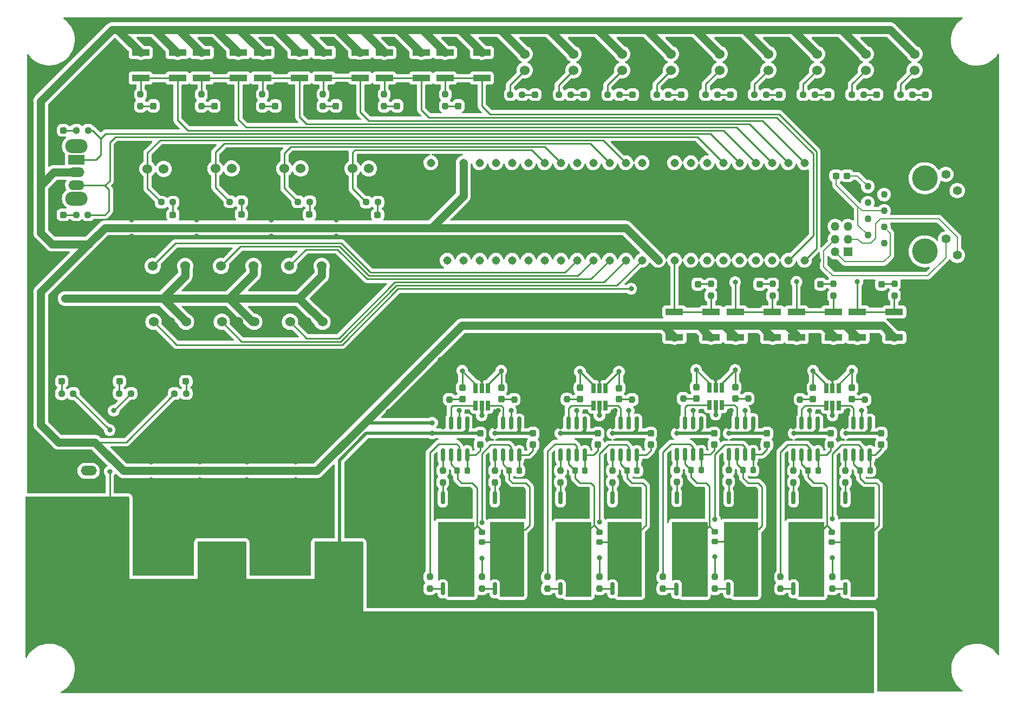
<source format=gtl>
%TF.GenerationSoftware,KiCad,Pcbnew,(6.0.10)*%
%TF.CreationDate,2022-12-28T18:34:10-06:00*%
%TF.ProjectId,ScienceMotorController_Hardware_2023,53636965-6e63-4654-9d6f-746f72436f6e,rev?*%
%TF.SameCoordinates,Original*%
%TF.FileFunction,Copper,L1,Top*%
%TF.FilePolarity,Positive*%
%FSLAX46Y46*%
G04 Gerber Fmt 4.6, Leading zero omitted, Abs format (unit mm)*
G04 Created by KiCad (PCBNEW (6.0.10)) date 2022-12-28 18:34:10*
%MOMM*%
%LPD*%
G01*
G04 APERTURE LIST*
G04 Aperture macros list*
%AMRoundRect*
0 Rectangle with rounded corners*
0 $1 Rounding radius*
0 $2 $3 $4 $5 $6 $7 $8 $9 X,Y pos of 4 corners*
0 Add a 4 corners polygon primitive as box body*
4,1,4,$2,$3,$4,$5,$6,$7,$8,$9,$2,$3,0*
0 Add four circle primitives for the rounded corners*
1,1,$1+$1,$2,$3*
1,1,$1+$1,$4,$5*
1,1,$1+$1,$6,$7*
1,1,$1+$1,$8,$9*
0 Add four rect primitives between the rounded corners*
20,1,$1+$1,$2,$3,$4,$5,0*
20,1,$1+$1,$4,$5,$6,$7,0*
20,1,$1+$1,$6,$7,$8,$9,0*
20,1,$1+$1,$8,$9,$2,$3,0*%
G04 Aperture macros list end*
%TA.AperFunction,SMDPad,CuDef*%
%ADD10RoundRect,0.237500X0.237500X-0.250000X0.237500X0.250000X-0.237500X0.250000X-0.237500X-0.250000X0*%
%TD*%
%TA.AperFunction,SMDPad,CuDef*%
%ADD11RoundRect,0.237500X-0.237500X0.250000X-0.237500X-0.250000X0.237500X-0.250000X0.237500X0.250000X0*%
%TD*%
%TA.AperFunction,SMDPad,CuDef*%
%ADD12RoundRect,0.150000X-0.150000X0.825000X-0.150000X-0.825000X0.150000X-0.825000X0.150000X0.825000X0*%
%TD*%
%TA.AperFunction,ComponentPad*%
%ADD13R,1.350000X1.350000*%
%TD*%
%TA.AperFunction,ComponentPad*%
%ADD14O,1.350000X1.350000*%
%TD*%
%TA.AperFunction,ComponentPad*%
%ADD15C,1.524000*%
%TD*%
%TA.AperFunction,SMDPad,CuDef*%
%ADD16RoundRect,0.237500X-0.237500X0.287500X-0.237500X-0.287500X0.237500X-0.287500X0.237500X0.287500X0*%
%TD*%
%TA.AperFunction,SMDPad,CuDef*%
%ADD17R,2.750000X1.000000*%
%TD*%
%TA.AperFunction,SMDPad,CuDef*%
%ADD18RoundRect,0.237500X0.250000X0.237500X-0.250000X0.237500X-0.250000X-0.237500X0.250000X-0.237500X0*%
%TD*%
%TA.AperFunction,SMDPad,CuDef*%
%ADD19RoundRect,0.225000X0.250000X-0.225000X0.250000X0.225000X-0.250000X0.225000X-0.250000X-0.225000X0*%
%TD*%
%TA.AperFunction,SMDPad,CuDef*%
%ADD20RoundRect,0.237500X0.237500X-0.287500X0.237500X0.287500X-0.237500X0.287500X-0.237500X-0.287500X0*%
%TD*%
%TA.AperFunction,SMDPad,CuDef*%
%ADD21RoundRect,0.237500X-0.300000X-0.237500X0.300000X-0.237500X0.300000X0.237500X-0.300000X0.237500X0*%
%TD*%
%TA.AperFunction,SMDPad,CuDef*%
%ADD22RoundRect,0.237500X-0.287500X-0.237500X0.287500X-0.237500X0.287500X0.237500X-0.287500X0.237500X0*%
%TD*%
%TA.AperFunction,SMDPad,CuDef*%
%ADD23RoundRect,0.225000X0.225000X0.250000X-0.225000X0.250000X-0.225000X-0.250000X0.225000X-0.250000X0*%
%TD*%
%TA.AperFunction,ComponentPad*%
%ADD24O,3.500000X2.200000*%
%TD*%
%TA.AperFunction,ComponentPad*%
%ADD25R,2.500000X1.500000*%
%TD*%
%TA.AperFunction,ComponentPad*%
%ADD26O,2.500000X1.500000*%
%TD*%
%TA.AperFunction,SMDPad,CuDef*%
%ADD27RoundRect,0.237500X-0.250000X-0.237500X0.250000X-0.237500X0.250000X0.237500X-0.250000X0.237500X0*%
%TD*%
%TA.AperFunction,SMDPad,CuDef*%
%ADD28RoundRect,0.237500X0.287500X0.237500X-0.287500X0.237500X-0.287500X-0.237500X0.287500X-0.237500X0*%
%TD*%
%TA.AperFunction,ComponentPad*%
%ADD29C,1.308000*%
%TD*%
%TA.AperFunction,SMDPad,CuDef*%
%ADD30R,0.650000X1.560000*%
%TD*%
%TA.AperFunction,ComponentPad*%
%ADD31C,1.100000*%
%TD*%
%TA.AperFunction,ComponentPad*%
%ADD32C,1.400000*%
%TD*%
%TA.AperFunction,ComponentPad*%
%ADD33C,4.000000*%
%TD*%
%TA.AperFunction,ComponentPad*%
%ADD34C,2.000000*%
%TD*%
%TA.AperFunction,ComponentPad*%
%ADD35O,5.100000X3.000000*%
%TD*%
%TA.AperFunction,ViaPad*%
%ADD36C,0.800000*%
%TD*%
%TA.AperFunction,Conductor*%
%ADD37C,1.270000*%
%TD*%
%TA.AperFunction,Conductor*%
%ADD38C,0.254000*%
%TD*%
%TA.AperFunction,Conductor*%
%ADD39C,0.508000*%
%TD*%
%TA.AperFunction,Conductor*%
%ADD40C,0.250000*%
%TD*%
%TA.AperFunction,Conductor*%
%ADD41C,0.200000*%
%TD*%
G04 APERTURE END LIST*
D10*
X81733000Y-66047500D03*
X81733000Y-64222500D03*
D11*
X143002000Y-139676500D03*
X143002000Y-141501500D03*
D12*
X148929000Y-141543000D03*
X147659000Y-141543000D03*
X146389000Y-141543000D03*
X145119000Y-141543000D03*
X145119000Y-146493000D03*
X146389000Y-146493000D03*
X147659000Y-146493000D03*
X148929000Y-146493000D03*
D13*
X163830000Y-88866000D03*
D14*
X161830000Y-88866000D03*
X163830000Y-86866000D03*
X161830000Y-86866000D03*
X163830000Y-84866000D03*
X161830000Y-84866000D03*
D11*
X161404000Y-139676500D03*
X161404000Y-141501500D03*
D12*
X148971000Y-115570000D03*
X147701000Y-115570000D03*
X146431000Y-115570000D03*
X145161000Y-115570000D03*
X145161000Y-120520000D03*
X146431000Y-120520000D03*
X147701000Y-120520000D03*
X148971000Y-120520000D03*
X159118000Y-141543000D03*
X157848000Y-141543000D03*
X156578000Y-141543000D03*
X155308000Y-141543000D03*
X155308000Y-146493000D03*
X156578000Y-146493000D03*
X157848000Y-146493000D03*
X159118000Y-146493000D03*
D15*
X78232000Y-75817950D03*
X75692000Y-75817950D03*
X73152000Y-75817950D03*
D16*
X83765000Y-64274000D03*
X83765000Y-66024000D03*
D17*
X136675000Y-102217000D03*
X142435000Y-102217000D03*
X136675000Y-98217000D03*
X142435000Y-98217000D03*
D11*
X138049000Y-109958500D03*
X138049000Y-111783500D03*
D17*
X97100000Y-57688000D03*
X91340000Y-57688000D03*
X91340000Y-61688000D03*
X97100000Y-61688000D03*
D18*
X112861700Y-64260000D03*
X111036700Y-64260000D03*
D15*
X67448750Y-75817950D03*
X64908750Y-75817950D03*
X62368750Y-75817950D03*
D19*
X124968000Y-134252000D03*
X124968000Y-132702000D03*
D20*
X114554000Y-118985000D03*
X114554000Y-117235000D03*
D11*
X137033000Y-122974500D03*
X137033000Y-124799500D03*
D10*
X100869000Y-66061500D03*
X100869000Y-64236500D03*
D11*
X106553000Y-139676500D03*
X106553000Y-141501500D03*
X101473000Y-110085500D03*
X101473000Y-111910500D03*
D12*
X140843000Y-115570000D03*
X139573000Y-115570000D03*
X138303000Y-115570000D03*
X137033000Y-115570000D03*
X137033000Y-120520000D03*
X138303000Y-120520000D03*
X139573000Y-120520000D03*
X140843000Y-120520000D03*
D20*
X151130000Y-118985000D03*
X151130000Y-117235000D03*
D16*
X74281000Y-64288000D03*
X74281000Y-66038000D03*
D10*
X111633000Y-111910500D03*
X111633000Y-110085500D03*
D11*
X163436000Y-123039500D03*
X163436000Y-124864500D03*
X152042000Y-93875500D03*
X152042000Y-95700500D03*
D21*
X161951500Y-76960000D03*
X163676500Y-76960000D03*
D22*
X58561000Y-109093000D03*
X60311000Y-109093000D03*
D11*
X161567000Y-93875500D03*
X161567000Y-95700500D03*
D18*
X173872500Y-64260000D03*
X172047500Y-64260000D03*
X135749000Y-64260000D03*
X133924000Y-64260000D03*
D11*
X153276000Y-139676500D03*
X153276000Y-141501500D03*
D20*
X124714000Y-118985000D03*
X124714000Y-117235000D03*
D23*
X148984000Y-122998000D03*
X147434000Y-122998000D03*
D11*
X116840000Y-139676500D03*
X116840000Y-141501500D03*
D24*
X43180000Y-72320000D03*
X43180000Y-80520000D03*
D25*
X43180000Y-74420000D03*
D26*
X43180000Y-76420000D03*
X43180000Y-78420000D03*
D20*
X132969000Y-118985000D03*
X132969000Y-117235000D03*
D15*
X128510000Y-57910000D03*
X128510000Y-60450000D03*
D27*
X43180000Y-69848000D03*
X45005000Y-69848000D03*
D10*
X91299000Y-66061500D03*
X91299000Y-64236500D03*
D12*
X122682000Y-141543000D03*
X121412000Y-141543000D03*
X120142000Y-141543000D03*
X118872000Y-141543000D03*
X118872000Y-146493000D03*
X120142000Y-146493000D03*
X121412000Y-146493000D03*
X122682000Y-146493000D03*
D18*
X51712500Y-110998000D03*
X49887500Y-110998000D03*
D15*
X120890000Y-57910000D03*
X120890000Y-60450000D03*
D12*
X159118000Y-127319000D03*
X157848000Y-127319000D03*
X156578000Y-127319000D03*
X155308000Y-127319000D03*
X155308000Y-132269000D03*
X156578000Y-132269000D03*
X157848000Y-132269000D03*
X159118000Y-132269000D03*
D23*
X159131000Y-123063000D03*
X157581000Y-123063000D03*
D11*
X108585000Y-123039500D03*
X108585000Y-124864500D03*
D27*
X77827500Y-81024950D03*
X79652500Y-81024950D03*
D17*
X87575000Y-57656000D03*
X81815000Y-57656000D03*
X81815000Y-61656000D03*
X87575000Y-61656000D03*
D28*
X124254200Y-64260000D03*
X122504200Y-64260000D03*
D20*
X158356000Y-111873000D03*
X158356000Y-110123000D03*
D23*
X112408000Y-123063000D03*
X110858000Y-123063000D03*
D27*
X88495500Y-81074800D03*
X90320500Y-81074800D03*
D15*
X60325000Y-99771600D03*
X57785000Y-99771600D03*
X55245000Y-99771600D03*
D23*
X122695000Y-123063000D03*
X121145000Y-123063000D03*
D10*
X62724000Y-66061500D03*
X62724000Y-64236500D03*
D27*
X56451500Y-81087500D03*
X58276500Y-81087500D03*
D12*
X130810000Y-115635000D03*
X129540000Y-115635000D03*
X128270000Y-115635000D03*
X127000000Y-115635000D03*
X127000000Y-120585000D03*
X128270000Y-120585000D03*
X129540000Y-120585000D03*
X130810000Y-120585000D03*
D10*
X72249000Y-66061500D03*
X72249000Y-64236500D03*
X130048000Y-111934000D03*
X130048000Y-110109000D03*
D15*
X113270000Y-57910000D03*
X113270000Y-60450000D03*
D27*
X43156500Y-83056000D03*
X44981500Y-83056000D03*
D28*
X51675000Y-109093000D03*
X49925000Y-109093000D03*
D23*
X130823000Y-123063000D03*
X129273000Y-123063000D03*
D18*
X158632500Y-64260000D03*
X156807500Y-64260000D03*
D15*
X88900000Y-75817000D03*
X86360000Y-75817000D03*
X83820000Y-75817000D03*
D20*
X146177000Y-111746000D03*
X146177000Y-109996000D03*
D11*
X119888000Y-110062000D03*
X119888000Y-111887000D03*
X155308000Y-123039500D03*
X155308000Y-124864500D03*
D15*
X81534000Y-91059000D03*
X78994000Y-91059000D03*
X76454000Y-91059000D03*
D28*
X154799000Y-64260000D03*
X153049000Y-64260000D03*
D29*
X101143500Y-90168000D03*
X103683500Y-90168000D03*
X106223500Y-90168000D03*
X108763500Y-90168000D03*
X134163500Y-90168000D03*
X103683500Y-74928000D03*
X111303500Y-90168000D03*
X113843500Y-90168000D03*
X116383500Y-90168000D03*
X118923500Y-90168000D03*
X121463500Y-90168000D03*
X124003500Y-90168000D03*
X126543500Y-90168000D03*
X129083500Y-90168000D03*
X131623500Y-90168000D03*
X131623500Y-74928000D03*
X129083500Y-74928000D03*
X126543500Y-74928000D03*
X124003500Y-74928000D03*
X121463500Y-74928000D03*
X118923500Y-74928000D03*
X116383500Y-74928000D03*
X113843500Y-74928000D03*
X111303500Y-74928000D03*
X108763500Y-74928000D03*
X106223500Y-74928000D03*
X136703500Y-90168000D03*
X139243500Y-90168000D03*
X141783500Y-90168000D03*
X144323500Y-90168000D03*
X146863500Y-90168000D03*
X149403500Y-90168000D03*
X151943500Y-90168000D03*
X154483500Y-90168000D03*
X157023500Y-90168000D03*
X157023500Y-74928000D03*
X154483500Y-74928000D03*
X151943500Y-74928000D03*
X149403500Y-74928000D03*
X146863500Y-74928000D03*
X144323500Y-74928000D03*
X141783500Y-74928000D03*
X139243500Y-74928000D03*
X136703500Y-74928000D03*
X98603500Y-90168000D03*
X134163500Y-74928000D03*
X101143500Y-74928000D03*
X98603500Y-74928000D03*
D12*
X104267000Y-115635000D03*
X102997000Y-115635000D03*
X101727000Y-115635000D03*
X100457000Y-115635000D03*
X100457000Y-120585000D03*
X101727000Y-120585000D03*
X102997000Y-120585000D03*
X104267000Y-120585000D03*
D16*
X93331000Y-64274000D03*
X93331000Y-66024000D03*
D11*
X124968000Y-139676500D03*
X124968000Y-141501500D03*
D22*
X67234150Y-82987400D03*
X68984150Y-82987400D03*
D20*
X164452000Y-111873000D03*
X164452000Y-110123000D03*
D12*
X130810000Y-141543000D03*
X129540000Y-141543000D03*
X128270000Y-141543000D03*
X127000000Y-141543000D03*
X127000000Y-146493000D03*
X128270000Y-146493000D03*
X129540000Y-146493000D03*
X130810000Y-146493000D03*
D15*
X158990000Y-57910000D03*
X158990000Y-60450000D03*
D10*
X166484000Y-111934000D03*
X166484000Y-110109000D03*
D11*
X100457000Y-123039500D03*
X100457000Y-124864500D03*
D20*
X121920000Y-111873000D03*
X121920000Y-110123000D03*
X142875000Y-118985000D03*
X142875000Y-117235000D03*
D12*
X167246000Y-141543000D03*
X165976000Y-141543000D03*
X164706000Y-141543000D03*
X163436000Y-141543000D03*
X163436000Y-146493000D03*
X164706000Y-146493000D03*
X165976000Y-146493000D03*
X167246000Y-146493000D03*
X159118000Y-115635000D03*
X157848000Y-115635000D03*
X156578000Y-115635000D03*
X155308000Y-115635000D03*
X155308000Y-120585000D03*
X156578000Y-120585000D03*
X157848000Y-120585000D03*
X159118000Y-120585000D03*
D17*
X152001000Y-102249000D03*
X146241000Y-102249000D03*
X146241000Y-98249000D03*
X152001000Y-98249000D03*
D20*
X140358000Y-95649000D03*
X140358000Y-93899000D03*
D28*
X139531000Y-64260000D03*
X137781000Y-64260000D03*
D17*
X165291000Y-98235000D03*
X171051000Y-98235000D03*
X171051000Y-102235000D03*
X165291000Y-102235000D03*
D28*
X147165000Y-64260000D03*
X145415000Y-64260000D03*
D12*
X112395000Y-141543000D03*
X111125000Y-141543000D03*
X109855000Y-141543000D03*
X108585000Y-141543000D03*
X108585000Y-146493000D03*
X109855000Y-146493000D03*
X111125000Y-146493000D03*
X112395000Y-146493000D03*
D11*
X171092000Y-93861500D03*
X171092000Y-95686500D03*
D12*
X148971000Y-127254000D03*
X147701000Y-127254000D03*
X146431000Y-127254000D03*
X145161000Y-127254000D03*
X145161000Y-132204000D03*
X146431000Y-132204000D03*
X147701000Y-132204000D03*
X148971000Y-132204000D03*
D22*
X39398000Y-69848000D03*
X41148000Y-69848000D03*
D15*
X136130000Y-57910000D03*
X136130000Y-60450000D03*
D12*
X167246000Y-127319000D03*
X165976000Y-127319000D03*
X164706000Y-127319000D03*
X163436000Y-127319000D03*
X163436000Y-132269000D03*
X164706000Y-132269000D03*
X165976000Y-132269000D03*
X167246000Y-132269000D03*
D17*
X106584000Y-57688000D03*
X100824000Y-57688000D03*
X106584000Y-61688000D03*
X100824000Y-61688000D03*
D19*
X106553000Y-134252000D03*
X106553000Y-132702000D03*
D20*
X103505000Y-111873000D03*
X103505000Y-110123000D03*
D18*
X151012500Y-64260000D03*
X149187500Y-64260000D03*
D27*
X40861500Y-111015750D03*
X42686500Y-111015750D03*
D20*
X128016000Y-111887000D03*
X128016000Y-110137000D03*
D11*
X156324000Y-110085500D03*
X156324000Y-111910500D03*
D27*
X67171250Y-81018300D03*
X68996250Y-81018300D03*
D15*
X60198000Y-91059000D03*
X57658000Y-91059000D03*
X55118000Y-91059000D03*
X70993000Y-99771600D03*
X68453000Y-99771600D03*
X65913000Y-99771600D03*
D28*
X116634200Y-64260000D03*
X114884200Y-64260000D03*
D15*
X151370000Y-57910000D03*
X151370000Y-60450000D03*
D25*
X45085000Y-128162500D03*
D26*
X45085000Y-125622500D03*
X45085000Y-123082500D03*
D28*
X131874200Y-64260000D03*
X130124200Y-64260000D03*
D20*
X106299000Y-118985000D03*
X106299000Y-117235000D03*
X159535000Y-95663000D03*
X159535000Y-93913000D03*
D23*
X104280000Y-123063000D03*
X102730000Y-123063000D03*
D20*
X169060000Y-95663000D03*
X169060000Y-93913000D03*
D11*
X142390000Y-93875500D03*
X142390000Y-95700500D03*
D19*
X143002000Y-134125000D03*
X143002000Y-132575000D03*
D12*
X122682000Y-127319000D03*
X121412000Y-127319000D03*
X120142000Y-127319000D03*
X118872000Y-127319000D03*
X118872000Y-132269000D03*
X120142000Y-132269000D03*
X121412000Y-132269000D03*
X122682000Y-132269000D03*
X140843000Y-127254000D03*
X139573000Y-127254000D03*
X138303000Y-127254000D03*
X137033000Y-127254000D03*
X137033000Y-132204000D03*
X138303000Y-132204000D03*
X139573000Y-132204000D03*
X140843000Y-132204000D03*
D18*
X166252500Y-64260000D03*
X164427500Y-64260000D03*
D20*
X161150000Y-118985000D03*
X161150000Y-117235000D03*
D10*
X148209000Y-111783500D03*
X148209000Y-109958500D03*
D15*
X56832500Y-75880500D03*
X54292500Y-75880500D03*
X51752500Y-75880500D03*
D30*
X162354000Y-110156000D03*
X161404000Y-110156000D03*
X160454000Y-110156000D03*
X160454000Y-112856000D03*
X161404000Y-112856000D03*
X162354000Y-112856000D03*
D15*
X81661000Y-99771600D03*
X79121000Y-99771600D03*
X76581000Y-99771600D03*
D31*
X169469500Y-87501000D03*
X166929500Y-86231000D03*
X169469500Y-84961000D03*
X166929500Y-83691000D03*
X169469500Y-82421000D03*
X166929500Y-81151000D03*
X169469500Y-79881000D03*
X166929500Y-78611000D03*
D32*
X180899500Y-89381000D03*
X179109500Y-86841000D03*
X180899500Y-79271000D03*
X179109500Y-76731000D03*
D33*
X175819500Y-88771000D03*
X175819500Y-77341000D03*
D34*
X172769500Y-90931000D03*
X172769500Y-75181000D03*
D11*
X134874000Y-139676500D03*
X134874000Y-141501500D03*
X118872000Y-123039500D03*
X118872000Y-124864500D03*
D28*
X42649000Y-109093000D03*
X40899000Y-109093000D03*
D15*
X143750000Y-57910000D03*
X143750000Y-60450000D03*
D12*
X122682000Y-115635000D03*
X121412000Y-115635000D03*
X120142000Y-115635000D03*
X118872000Y-115635000D03*
X118872000Y-120585000D03*
X120142000Y-120585000D03*
X121412000Y-120585000D03*
X122682000Y-120585000D03*
D16*
X102901000Y-64274000D03*
X102901000Y-66024000D03*
D17*
X161526000Y-102249000D03*
X155766000Y-102249000D03*
X161526000Y-98249000D03*
X155766000Y-98249000D03*
D18*
X120481700Y-64260000D03*
X118656700Y-64260000D03*
D30*
X107503000Y-110156000D03*
X106553000Y-110156000D03*
X105603000Y-110156000D03*
X105603000Y-112856000D03*
X106553000Y-112856000D03*
X107503000Y-112856000D03*
D28*
X177645000Y-64260000D03*
X175895000Y-64260000D03*
D11*
X127000000Y-123039500D03*
X127000000Y-124864500D03*
D15*
X70866000Y-91059000D03*
X68326000Y-91059000D03*
X65786000Y-91059000D03*
D12*
X112395000Y-115635000D03*
X111125000Y-115635000D03*
X109855000Y-115635000D03*
X108585000Y-115635000D03*
X108585000Y-120585000D03*
X109855000Y-120585000D03*
X111125000Y-120585000D03*
X112395000Y-120585000D03*
D22*
X39384000Y-83056000D03*
X41134000Y-83056000D03*
X88533000Y-83056000D03*
X90283000Y-83056000D03*
D12*
X167246000Y-115635000D03*
X165976000Y-115635000D03*
X164706000Y-115635000D03*
X163436000Y-115635000D03*
X163436000Y-120585000D03*
X164706000Y-120585000D03*
X165976000Y-120585000D03*
X167246000Y-120585000D03*
D10*
X53199000Y-66061500D03*
X53199000Y-64236500D03*
D15*
X166610000Y-57910000D03*
X166610000Y-60450000D03*
D12*
X104267000Y-141543000D03*
X102997000Y-141543000D03*
X101727000Y-141543000D03*
X100457000Y-141543000D03*
X100457000Y-146493000D03*
X101727000Y-146493000D03*
X102997000Y-146493000D03*
X104267000Y-146493000D03*
D19*
X161277000Y-134252000D03*
X161277000Y-132702000D03*
D30*
X125918000Y-110156000D03*
X124968000Y-110156000D03*
X124018000Y-110156000D03*
X124018000Y-112856000D03*
X124968000Y-112856000D03*
X125918000Y-112856000D03*
D20*
X169024000Y-118985000D03*
X169024000Y-117235000D03*
D12*
X112395000Y-127319000D03*
X111125000Y-127319000D03*
X109855000Y-127319000D03*
X108585000Y-127319000D03*
X108585000Y-132269000D03*
X109855000Y-132269000D03*
X111125000Y-132269000D03*
X112395000Y-132269000D03*
D16*
X64756000Y-64274000D03*
X64756000Y-66024000D03*
D12*
X140801000Y-141598800D03*
X139531000Y-141598800D03*
X138261000Y-141598800D03*
X136991000Y-141598800D03*
X136991000Y-146548800D03*
X138261000Y-146548800D03*
X139531000Y-146548800D03*
X140801000Y-146548800D03*
D30*
X144079000Y-110091000D03*
X143129000Y-110091000D03*
X142179000Y-110091000D03*
X142179000Y-112791000D03*
X143129000Y-112791000D03*
X144079000Y-112791000D03*
D22*
X77865000Y-83006150D03*
X79615000Y-83006150D03*
D15*
X174230000Y-57910000D03*
X174230000Y-60450000D03*
D23*
X167259000Y-123063000D03*
X165709000Y-123063000D03*
D28*
X162405000Y-64260000D03*
X160655000Y-64260000D03*
D22*
X56516300Y-83068700D03*
X58266300Y-83068700D03*
D20*
X140081000Y-111760000D03*
X140081000Y-110010000D03*
X150010000Y-95649000D03*
X150010000Y-93899000D03*
D11*
X145161000Y-122974500D03*
X145161000Y-124799500D03*
X98425000Y-139676500D03*
X98425000Y-141501500D03*
D23*
X140856000Y-122998000D03*
X139306000Y-122998000D03*
D20*
X109601000Y-111873000D03*
X109601000Y-110123000D03*
D18*
X143392500Y-64260000D03*
X141567500Y-64260000D03*
D17*
X78050000Y-57688000D03*
X72290000Y-57688000D03*
X72290000Y-61688000D03*
X78050000Y-61688000D03*
D28*
X170025000Y-64260000D03*
X168275000Y-64260000D03*
D17*
X68525000Y-57688000D03*
X62765000Y-57688000D03*
X68525000Y-61688000D03*
X62765000Y-61688000D03*
D12*
X130810000Y-127319000D03*
X129540000Y-127319000D03*
X128270000Y-127319000D03*
X127000000Y-127319000D03*
X127000000Y-132269000D03*
X128270000Y-132269000D03*
X129540000Y-132269000D03*
X130810000Y-132269000D03*
D16*
X55231000Y-64274000D03*
X55231000Y-66024000D03*
D27*
X58523500Y-110998000D03*
X60348500Y-110998000D03*
D18*
X128101700Y-64260000D03*
X126276700Y-64260000D03*
D12*
X104267000Y-127319000D03*
X102997000Y-127319000D03*
X101727000Y-127319000D03*
X100457000Y-127319000D03*
X100457000Y-132269000D03*
X101727000Y-132269000D03*
X102997000Y-132269000D03*
X104267000Y-132269000D03*
D17*
X59000000Y-61688000D03*
X53240000Y-61688000D03*
X53240000Y-57688000D03*
X59000000Y-57688000D03*
D35*
X110575000Y-136518600D03*
X102701000Y-136518600D03*
X147151000Y-136772600D03*
X139277000Y-136772600D03*
X128990000Y-136772600D03*
X121116000Y-136772600D03*
X92202000Y-136462800D03*
X84328000Y-136462800D03*
X55626000Y-136462800D03*
X47752000Y-136462800D03*
X73914000Y-136462800D03*
X66040000Y-136462800D03*
X165426000Y-136772600D03*
X157552000Y-136772600D03*
D36*
X106553000Y-114427000D03*
X161404000Y-114427000D03*
X124968000Y-114427000D03*
X143129000Y-114300000D03*
X98806000Y-115570000D03*
X137033000Y-129794000D03*
X39370000Y-72390000D03*
X124460000Y-62484000D03*
X145542000Y-113665000D03*
X146431000Y-129729000D03*
X79248000Y-66040000D03*
X77470000Y-121666000D03*
X167246000Y-118491000D03*
X130556000Y-83312000D03*
X85852000Y-132588000D03*
X120142000Y-129794000D03*
X95504000Y-64262000D03*
X140843000Y-118491000D03*
X156578000Y-129794000D03*
X159258000Y-90170000D03*
X90424000Y-111252000D03*
X82804000Y-124968000D03*
X148971000Y-129729000D03*
X162560000Y-62484000D03*
X155308000Y-129794000D03*
X83820000Y-83820000D03*
X99568000Y-98552000D03*
X60960000Y-66040000D03*
X127381000Y-113665000D03*
X161404000Y-107442000D03*
X139700000Y-62484000D03*
X73660000Y-86360000D03*
X112395000Y-129794000D03*
X118872000Y-113665000D03*
X143129000Y-107315000D03*
X82804000Y-132588000D03*
X77470000Y-124460000D03*
X98806000Y-66040000D03*
X132588000Y-77216000D03*
X104267000Y-118491000D03*
X109855000Y-129794000D03*
X120396000Y-96012000D03*
X39370000Y-80772000D03*
X69850000Y-121666000D03*
X62479339Y-124459999D03*
X101473000Y-108712000D03*
X100457000Y-113665000D03*
X88900000Y-66040000D03*
X66929000Y-64262000D03*
X132588000Y-80264000D03*
X96520000Y-105156000D03*
X128270000Y-129794000D03*
X159118000Y-118491000D03*
X177800000Y-62484000D03*
X167259000Y-95631000D03*
X54864000Y-121666000D03*
X130810000Y-118491000D03*
X116840000Y-62484000D03*
X73660000Y-83820000D03*
X138303000Y-129794000D03*
X167246000Y-129794000D03*
X76454000Y-64262000D03*
X90170000Y-91059000D03*
X155308000Y-113665000D03*
X163817000Y-113665000D03*
X157848000Y-129794000D03*
X61976000Y-86360000D03*
X122682000Y-118491000D03*
X148971000Y-118491000D03*
X164706000Y-129794000D03*
X54864000Y-124460000D03*
X91948000Y-119380000D03*
X154940000Y-62484000D03*
X130556000Y-77216000D03*
X108585000Y-129794000D03*
X69850000Y-124460000D03*
X92710000Y-91059000D03*
X147320000Y-62484000D03*
X102997000Y-129794000D03*
X124968000Y-107442000D03*
X83820000Y-86360000D03*
X100457000Y-129794000D03*
X111125000Y-129794000D03*
X139573000Y-129794000D03*
X69596000Y-66040000D03*
X120396000Y-98552000D03*
X170180000Y-62484000D03*
X91948000Y-113792000D03*
X138684000Y-95631000D03*
X95250000Y-91059000D03*
X163436000Y-129794000D03*
X51308000Y-66040000D03*
X105156000Y-64262000D03*
X137033000Y-113665000D03*
X145161000Y-129729000D03*
X129540000Y-129794000D03*
X122682000Y-129794000D03*
X61976000Y-83820000D03*
X62479339Y-121665999D03*
X106553000Y-107442000D03*
X57404000Y-64262000D03*
X112395000Y-118491000D03*
X118872000Y-129794000D03*
X109093000Y-113665000D03*
X85979000Y-64262000D03*
X165976000Y-129794000D03*
X101727000Y-129794000D03*
X99568000Y-96012000D03*
X148336000Y-95631000D03*
X140843000Y-129794000D03*
X84328000Y-117348000D03*
X121412000Y-129794000D03*
X159118000Y-129794000D03*
X104267000Y-129794000D03*
X147701000Y-129729000D03*
X157734000Y-95631000D03*
X51816000Y-83820000D03*
X127000000Y-129794000D03*
X130810000Y-129794000D03*
X51816000Y-86360000D03*
X132588000Y-83312000D03*
X85852000Y-124968000D03*
X100076000Y-105664000D03*
X130556000Y-80264000D03*
X111633000Y-108712000D03*
X132080000Y-62484000D03*
X106426000Y-156718000D03*
X161290000Y-156464000D03*
X51689000Y-150114000D03*
X143002000Y-148336000D03*
X69977000Y-148209000D03*
X98820000Y-117235000D03*
X112395000Y-148590000D03*
X161290000Y-148336000D03*
X124714000Y-154432000D03*
X167246000Y-148463000D03*
X120142000Y-148336000D03*
X116713000Y-146558000D03*
X124714000Y-156464000D03*
X146431000Y-148463000D03*
X51689000Y-152146000D03*
X111125000Y-148590000D03*
X122682000Y-148336000D03*
X137033000Y-117221000D03*
X51689000Y-154178000D03*
X143002000Y-156464000D03*
X137033000Y-148463000D03*
X88265000Y-148336000D03*
X104267000Y-148590000D03*
X69977000Y-154305000D03*
X108585000Y-117221000D03*
X114935000Y-146558000D03*
X143002000Y-152400000D03*
X164706000Y-148463000D03*
X139573000Y-148463000D03*
X69977000Y-152273000D03*
X161290000Y-150368000D03*
X161290000Y-154432000D03*
X165976000Y-148463000D03*
X121412000Y-148336000D03*
X124714000Y-148336000D03*
X48387000Y-116713000D03*
X155321000Y-117221000D03*
X143002000Y-154432000D03*
X88265000Y-154432000D03*
X155308000Y-148463000D03*
X51689000Y-156210000D03*
X159118000Y-148463000D03*
X143002000Y-146558000D03*
X148971000Y-148463000D03*
X156578000Y-148463000D03*
X151511000Y-146431000D03*
X124714000Y-152400000D03*
X109855000Y-148590000D03*
X163449000Y-117221000D03*
X101727000Y-148590000D03*
X69977000Y-150241000D03*
X118872000Y-148336000D03*
X106426000Y-150622000D03*
X108585000Y-148590000D03*
X128270000Y-148336000D03*
X143002000Y-150368000D03*
X124714000Y-150368000D03*
X106426000Y-148590000D03*
X48387000Y-123190000D03*
X98298000Y-146558000D03*
X138303000Y-148463000D03*
X124714000Y-146431000D03*
X102997000Y-148590000D03*
X129540000Y-148336000D03*
X153162000Y-146431000D03*
X118872000Y-117221000D03*
X140843000Y-148463000D03*
X134874000Y-146558000D03*
X145161000Y-148463000D03*
X88265000Y-156464000D03*
X127000000Y-117221000D03*
X69977000Y-156337000D03*
X161290000Y-152400000D03*
X163436000Y-148463000D03*
X127000000Y-148336000D03*
X130810000Y-148336000D03*
X100457000Y-148590000D03*
X147701000Y-148463000D03*
X133350000Y-146558000D03*
X106426000Y-146558000D03*
X106426000Y-154686000D03*
X161290000Y-146431000D03*
X88265000Y-150368000D03*
X106426000Y-152654000D03*
X145161000Y-117221000D03*
X51689000Y-148082000D03*
X88265000Y-152400000D03*
X157848000Y-148463000D03*
X164452000Y-107442000D03*
X165976000Y-113665000D03*
X111125000Y-113665000D03*
X109601000Y-107442000D03*
X158356000Y-107442000D03*
X157848000Y-113665000D03*
X102997000Y-113665000D03*
X103505000Y-107442000D03*
X128016000Y-107569000D03*
X129540000Y-113665000D03*
X146177000Y-107315000D03*
X147701000Y-113665000D03*
X121412000Y-113665000D03*
X121920000Y-107569000D03*
X140081000Y-107315000D03*
X139573000Y-113665000D03*
X161404000Y-130556000D03*
X161404000Y-136652000D03*
X49022000Y-113665000D03*
X41402000Y-96139000D03*
X129921000Y-94615000D03*
X165291000Y-93536000D03*
X155766000Y-93536000D03*
X146177000Y-93599000D03*
X106553000Y-136779000D03*
X106553000Y-131191000D03*
X124968000Y-136652000D03*
X124968000Y-131064000D03*
X143002000Y-130683000D03*
X143002000Y-136525000D03*
D37*
X169210000Y-100394000D02*
X171051000Y-102235000D01*
X81774000Y-57656000D02*
X78218000Y-54100000D01*
X46081500Y-118618000D02*
X40386000Y-118618000D01*
X78050000Y-57688000D02*
X77996000Y-57688000D01*
X47627000Y-85088000D02*
X45148500Y-87566500D01*
X81815000Y-57656000D02*
X81774000Y-57656000D01*
X100824000Y-57656000D02*
X97268000Y-54100000D01*
X91340000Y-57688000D02*
X91340000Y-57570000D01*
X109460000Y-54100000D02*
X116572000Y-54100000D01*
X154672000Y-54100000D02*
X162800000Y-54100000D01*
X58946000Y-57688000D02*
X55358000Y-54100000D01*
X142349000Y-102217000D02*
X140526000Y-100394000D01*
X134938000Y-100394000D02*
X140526000Y-100394000D01*
X152001000Y-102249000D02*
X152001000Y-102217000D01*
X136130000Y-57910000D02*
X132320000Y-54100000D01*
X131304000Y-54100000D02*
X139940000Y-54100000D01*
X49643000Y-54100000D02*
X55358000Y-54100000D01*
X40386000Y-118618000D02*
X37592000Y-115824000D01*
X37592000Y-115824000D02*
X37592000Y-95123000D01*
X120890000Y-57910000D02*
X117080000Y-54100000D01*
X170420000Y-54100000D02*
X174230000Y-57910000D01*
X103683500Y-74928000D02*
X103683500Y-80085500D01*
X74408000Y-54100000D02*
X78218000Y-54100000D01*
X50572500Y-123056000D02*
X50546000Y-123082500D01*
X87575000Y-57656000D02*
X87489000Y-57656000D01*
X152001000Y-102217000D02*
X150178000Y-100394000D01*
X103110000Y-54100000D02*
X109460000Y-54100000D01*
X49643000Y-54100000D02*
X49403000Y-54100000D01*
X59000000Y-57688000D02*
X58946000Y-57688000D01*
X68471000Y-57688000D02*
X64883000Y-54100000D01*
D38*
X50927000Y-118618000D02*
X46081500Y-118618000D01*
D37*
X62765000Y-57688000D02*
X62756000Y-57688000D01*
X147560000Y-54100000D02*
X147052000Y-54100000D01*
X88265000Y-115570000D02*
X103441000Y-100394000D01*
X106584000Y-57574000D02*
X103110000Y-54100000D01*
X97268000Y-54100000D02*
X103110000Y-54100000D01*
X166610000Y-57910000D02*
X162800000Y-54100000D01*
D39*
X143129000Y-112791000D02*
X143129000Y-114300000D01*
D37*
X165291000Y-102235000D02*
X165227000Y-102235000D01*
X134163500Y-90168000D02*
X129083500Y-85088000D01*
X78218000Y-54100000D02*
X83933000Y-54100000D01*
X144463000Y-100394000D02*
X150178000Y-100394000D01*
X155766000Y-101918000D02*
X154242000Y-100394000D01*
X154242000Y-100394000D02*
X159957000Y-100394000D01*
X59168000Y-54100000D02*
X64883000Y-54100000D01*
X68693000Y-54100000D02*
X74408000Y-54100000D01*
X87489000Y-57656000D02*
X83933000Y-54100000D01*
X45148500Y-87566500D02*
X45085000Y-87630000D01*
X155766000Y-102249000D02*
X155766000Y-101918000D01*
X143750000Y-57910000D02*
X139940000Y-54100000D01*
X155180000Y-54100000D02*
X154672000Y-54100000D01*
X48768000Y-54100000D02*
X49403000Y-54100000D01*
D39*
X161404000Y-112856000D02*
X161404000Y-114427000D01*
D37*
X113270000Y-57910000D02*
X109460000Y-54100000D01*
X124700000Y-54100000D02*
X131304000Y-54100000D01*
X83933000Y-54100000D02*
X87870000Y-54100000D01*
X147052000Y-54100000D02*
X154672000Y-54100000D01*
X50546000Y-123082500D02*
X80752500Y-123082500D01*
X136675000Y-102217000D02*
X136675000Y-102131000D01*
X37592000Y-78484000D02*
X39656000Y-76420000D01*
X117080000Y-54100000D02*
X116572000Y-54100000D01*
X98681000Y-85088000D02*
X47627000Y-85088000D01*
X45085000Y-87630000D02*
X39370000Y-87630000D01*
X55358000Y-54100000D02*
X59168000Y-54100000D01*
X136675000Y-102131000D02*
X134938000Y-100394000D01*
X140526000Y-100394000D02*
X144463000Y-100394000D01*
X100824000Y-57688000D02*
X100824000Y-57656000D01*
X77996000Y-57688000D02*
X74408000Y-54100000D01*
X45148500Y-87566500D02*
X37592000Y-95123000D01*
X50546000Y-123082500D02*
X46081500Y-118618000D01*
X72290000Y-57688000D02*
X72281000Y-57688000D01*
X161526000Y-102249000D02*
X161526000Y-101963000D01*
X37592000Y-85852000D02*
X37592000Y-65405000D01*
X97100000Y-57688000D02*
X97046000Y-57688000D01*
D39*
X98806000Y-115570000D02*
X88265000Y-115570000D01*
D37*
X62756000Y-57688000D02*
X59168000Y-54100000D01*
X39656000Y-76420000D02*
X43180000Y-76420000D01*
X91340000Y-57570000D02*
X87870000Y-54100000D01*
X53240000Y-57688000D02*
X53231000Y-57688000D01*
X159957000Y-100394000D02*
X163386000Y-100394000D01*
X165227000Y-102235000D02*
X163386000Y-100394000D01*
X116572000Y-54100000D02*
X124700000Y-54100000D01*
X146241000Y-102172000D02*
X144463000Y-100394000D01*
D38*
X58523500Y-110998000D02*
X58523500Y-111021500D01*
D37*
X87870000Y-54100000D02*
X93458000Y-54100000D01*
X103441000Y-100394000D02*
X134938000Y-100394000D01*
D39*
X124968000Y-112856000D02*
X124968000Y-114427000D01*
D37*
X158990000Y-57910000D02*
X155180000Y-54100000D01*
X151370000Y-57910000D02*
X147560000Y-54100000D01*
D38*
X58523500Y-111021500D02*
X50927000Y-118618000D01*
D37*
X163386000Y-100394000D02*
X169210000Y-100394000D01*
X150178000Y-100394000D02*
X154242000Y-100394000D01*
X132320000Y-54100000D02*
X131304000Y-54100000D01*
X142435000Y-102217000D02*
X142349000Y-102217000D01*
X146241000Y-102249000D02*
X146241000Y-102172000D01*
X162800000Y-54100000D02*
X170420000Y-54100000D01*
X128510000Y-57910000D02*
X124700000Y-54100000D01*
X93458000Y-54100000D02*
X97268000Y-54100000D01*
X39370000Y-87630000D02*
X37592000Y-85852000D01*
X139940000Y-54100000D02*
X147052000Y-54100000D01*
X72281000Y-57688000D02*
X68693000Y-54100000D01*
X80752500Y-123082500D02*
X88265000Y-115570000D01*
X53231000Y-57688000D02*
X49643000Y-54100000D01*
X37592000Y-65276000D02*
X48768000Y-54100000D01*
D39*
X106553000Y-112856000D02*
X106553000Y-114427000D01*
X129083500Y-85088000D02*
X129034000Y-85088000D01*
D37*
X68525000Y-57688000D02*
X68471000Y-57688000D01*
X64883000Y-54100000D02*
X68693000Y-54100000D01*
X129034000Y-85088000D02*
X98681000Y-85088000D01*
X97046000Y-57688000D02*
X93458000Y-54100000D01*
X103683500Y-80085500D02*
X98681000Y-85088000D01*
X106584000Y-57688000D02*
X106584000Y-57574000D01*
X161526000Y-101963000D02*
X159957000Y-100394000D01*
D38*
X143129000Y-110091000D02*
X143129000Y-107315000D01*
X106553000Y-110156000D02*
X106553000Y-107442000D01*
X161404000Y-110156000D02*
X161404000Y-107442000D01*
X51712500Y-109130500D02*
X51675000Y-109093000D01*
X124968000Y-110156000D02*
X124968000Y-107442000D01*
X56261000Y-71372000D02*
X54292500Y-73340500D01*
X54292500Y-75880500D02*
X54292500Y-78928500D01*
X125527500Y-71372000D02*
X56261000Y-71372000D01*
X54292500Y-73340500D02*
X54292500Y-75880500D01*
X54292500Y-78928500D02*
X56451500Y-81087500D01*
X129083500Y-74928000D02*
X125527500Y-71372000D01*
X116383500Y-72388000D02*
X76708000Y-72388000D01*
X118923500Y-74928000D02*
X116383500Y-72388000D01*
X75692000Y-75817950D02*
X75692000Y-78889450D01*
X75692000Y-73404000D02*
X75692000Y-75817950D01*
X75692000Y-78889450D02*
X77827500Y-81024950D01*
X76708000Y-72388000D02*
X75692000Y-73404000D01*
X86741000Y-72896000D02*
X86360000Y-73277000D01*
X86360000Y-78939300D02*
X88495500Y-81074800D01*
X86360000Y-75817000D02*
X86360000Y-78939300D01*
X86360000Y-73277000D02*
X86360000Y-75817000D01*
X116383500Y-74928000D02*
X114351500Y-72896000D01*
X114351500Y-72896000D02*
X86741000Y-72896000D01*
X126543500Y-74928000D02*
X123495500Y-71880000D01*
X64908750Y-73265250D02*
X64908750Y-75817950D01*
X66294000Y-71880000D02*
X64908750Y-73265250D01*
X64908750Y-78755800D02*
X67171250Y-81018300D01*
X123495500Y-71880000D02*
X66294000Y-71880000D01*
X64908750Y-75817950D02*
X64908750Y-78755800D01*
D39*
X145175000Y-117235000D02*
X145161000Y-117221000D01*
X130288000Y-117235000D02*
X127014000Y-117235000D01*
X159118000Y-115635000D02*
X159118000Y-116586000D01*
X127014000Y-117235000D02*
X127000000Y-117221000D01*
X140095000Y-117235000D02*
X137047000Y-117235000D01*
X88505000Y-117235000D02*
X84328000Y-121412000D01*
X148350000Y-117235000D02*
X145175000Y-117235000D01*
X148971000Y-115570000D02*
X148971000Y-116614000D01*
X112395000Y-115635000D02*
X112395000Y-116840000D01*
D38*
X42686500Y-111015750D02*
X48383750Y-116713000D01*
D39*
X158469000Y-117235000D02*
X161150000Y-117235000D01*
X122188000Y-117235000D02*
X118886000Y-117235000D01*
D38*
X48387000Y-123190000D02*
X48387000Y-127508000D01*
D39*
X166597000Y-117235000D02*
X169024000Y-117235000D01*
X158455000Y-117221000D02*
X158469000Y-117235000D01*
X104267000Y-116713000D02*
X103745000Y-117235000D01*
D38*
X42686500Y-111015750D02*
X42686500Y-111001000D01*
D39*
X84328000Y-121412000D02*
X84328000Y-136462800D01*
X159118000Y-116586000D02*
X158469000Y-117235000D01*
X148971000Y-116614000D02*
X148350000Y-117235000D01*
X103745000Y-117235000D02*
X88505000Y-117235000D01*
X140843000Y-115570000D02*
X140843000Y-116487000D01*
X122682000Y-116741000D02*
X122188000Y-117235000D01*
X155321000Y-117221000D02*
X158455000Y-117221000D01*
X140095000Y-117235000D02*
X142875000Y-117235000D01*
X112000000Y-117235000D02*
X111986000Y-117221000D01*
X167246000Y-115635000D02*
X167246000Y-116586000D01*
X167246000Y-116586000D02*
X166597000Y-117235000D01*
X111986000Y-117221000D02*
X108585000Y-117221000D01*
X137047000Y-117235000D02*
X137033000Y-117221000D01*
X130288000Y-117235000D02*
X132969000Y-117235000D01*
X166583000Y-117221000D02*
X166597000Y-117235000D01*
X112395000Y-116840000D02*
X112000000Y-117235000D01*
X130810000Y-115635000D02*
X130810000Y-116713000D01*
D38*
X48383750Y-116713000D02*
X48387000Y-116713000D01*
D39*
X163449000Y-117221000D02*
X166583000Y-117221000D01*
X130810000Y-116713000D02*
X130288000Y-117235000D01*
X148350000Y-117235000D02*
X151130000Y-117235000D01*
X103745000Y-117235000D02*
X106299000Y-117235000D01*
X104267000Y-115635000D02*
X104267000Y-116713000D01*
X112000000Y-117235000D02*
X114554000Y-117235000D01*
X140843000Y-116487000D02*
X140095000Y-117235000D01*
X118886000Y-117235000D02*
X118872000Y-117221000D01*
X122682000Y-115635000D02*
X122682000Y-116741000D01*
X122188000Y-117235000D02*
X124714000Y-117235000D01*
D38*
X161150000Y-118985000D02*
X161150000Y-119888000D01*
X159131000Y-123063000D02*
X159131000Y-120598000D01*
X159131000Y-120598000D02*
X159118000Y-120585000D01*
X161150000Y-119888000D02*
X160453000Y-120585000D01*
X160453000Y-120585000D02*
X159118000Y-120585000D01*
X148984000Y-120533000D02*
X148971000Y-120520000D01*
X150371000Y-120520000D02*
X148971000Y-120520000D01*
X151130000Y-119761000D02*
X150371000Y-120520000D01*
X148984000Y-122998000D02*
X148984000Y-120533000D01*
X151130000Y-118985000D02*
X151130000Y-119761000D01*
X140856000Y-120533000D02*
X140843000Y-120520000D01*
X142243000Y-120520000D02*
X140843000Y-120520000D01*
X140856000Y-122998000D02*
X140856000Y-120533000D01*
X142875000Y-118985000D02*
X142875000Y-119888000D01*
X142875000Y-119888000D02*
X142243000Y-120520000D01*
X162354000Y-109540000D02*
X164452000Y-107442000D01*
X162354000Y-110156000D02*
X162354000Y-109540000D01*
X165976000Y-115635000D02*
X165976000Y-113665000D01*
X164452000Y-107442000D02*
X164452000Y-110123000D01*
X111595500Y-111873000D02*
X111633000Y-111910500D01*
X109601000Y-111873000D02*
X111595500Y-111873000D01*
X111125000Y-115635000D02*
X111125000Y-113665000D01*
X107503000Y-109540000D02*
X107503000Y-110156000D01*
X109601000Y-107442000D02*
X107503000Y-109540000D01*
X109568000Y-110156000D02*
X109601000Y-110123000D01*
X109601000Y-107442000D02*
X109601000Y-110123000D01*
X166423000Y-111873000D02*
X166484000Y-111934000D01*
X164452000Y-111873000D02*
X166423000Y-111873000D01*
X160454000Y-109540000D02*
X160454000Y-110156000D01*
X158356000Y-107442000D02*
X160454000Y-109540000D01*
X158356000Y-107442000D02*
X158356000Y-110123000D01*
X157848000Y-115635000D02*
X157848000Y-113665000D01*
X105603000Y-109540000D02*
X105603000Y-110156000D01*
X103505000Y-107442000D02*
X103505000Y-110123000D01*
X103505000Y-107442000D02*
X105603000Y-109540000D01*
X103538000Y-110156000D02*
X103505000Y-110123000D01*
X102997000Y-115635000D02*
X102997000Y-113665000D01*
X156361500Y-111873000D02*
X156324000Y-111910500D01*
X158356000Y-111873000D02*
X156361500Y-111873000D01*
D40*
X68972750Y-83024900D02*
X68935250Y-82987400D01*
D38*
X68972750Y-83031550D02*
X68935250Y-82994050D01*
D40*
X68996250Y-81018300D02*
X68996250Y-82975300D01*
X68996250Y-82975300D02*
X68984150Y-82987400D01*
X68935250Y-81079300D02*
X68996250Y-81018300D01*
D38*
X79652500Y-82968650D02*
X79615000Y-83006150D01*
X79652500Y-81024950D02*
X79652500Y-82968650D01*
X79652500Y-83272250D02*
X79615000Y-83234750D01*
D40*
X79615000Y-82929950D02*
X79652500Y-82967450D01*
D38*
X90283000Y-81112300D02*
X90320500Y-81074800D01*
X90283000Y-83056000D02*
X90283000Y-81112300D01*
X125918000Y-109667000D02*
X125918000Y-110156000D01*
X127997000Y-110156000D02*
X128016000Y-110137000D01*
X129540000Y-115635000D02*
X129540000Y-113665000D01*
X128016000Y-107569000D02*
X125918000Y-109667000D01*
X128016000Y-107569000D02*
X128016000Y-110137000D01*
X146082000Y-110091000D02*
X146177000Y-109996000D01*
X146177000Y-107315000D02*
X146177000Y-109996000D01*
X144079000Y-109413000D02*
X146177000Y-107315000D01*
X147701000Y-115570000D02*
X147701000Y-113665000D01*
X144079000Y-110091000D02*
X144079000Y-109413000D01*
X121412000Y-115635000D02*
X121412000Y-113665000D01*
X121953000Y-110156000D02*
X121920000Y-110123000D01*
X124018000Y-109667000D02*
X124018000Y-110156000D01*
X121920000Y-107569000D02*
X121920000Y-110123000D01*
X121920000Y-107569000D02*
X124018000Y-109667000D01*
X140162000Y-110091000D02*
X140081000Y-110010000D01*
X142179000Y-109413000D02*
X142179000Y-110091000D01*
X140081000Y-107315000D02*
X140081000Y-110010000D01*
X139573000Y-115570000D02*
X139573000Y-113665000D01*
X140081000Y-107315000D02*
X142179000Y-109413000D01*
X45720000Y-69848000D02*
X45005000Y-69848000D01*
X46990000Y-71118000D02*
X45720000Y-69848000D01*
X46228000Y-74420000D02*
X46990000Y-73658000D01*
X43180000Y-74420000D02*
X46228000Y-74420000D01*
X146863500Y-74928000D02*
X142291500Y-70356000D01*
X142291500Y-70356000D02*
X47752000Y-70356000D01*
X47752000Y-70356000D02*
X46990000Y-71118000D01*
X46990000Y-73658000D02*
X46990000Y-71118000D01*
X135749000Y-64260000D02*
X137781000Y-64260000D01*
X143392500Y-64260000D02*
X145415000Y-64260000D01*
X158632500Y-64260000D02*
X160655000Y-64260000D01*
X122540300Y-64297500D02*
X122577800Y-64260000D01*
X120481700Y-64260000D02*
X122504200Y-64260000D01*
X151012500Y-64260000D02*
X153049000Y-64260000D01*
X166252500Y-64260000D02*
X168275000Y-64260000D01*
X118604000Y-64207300D02*
X118656700Y-64260000D01*
X120890000Y-60450000D02*
X118604000Y-62736000D01*
X118604000Y-62736000D02*
X118604000Y-64207300D01*
X128510000Y-60450000D02*
X126224000Y-62736000D01*
X126224000Y-64207300D02*
X126276700Y-64260000D01*
X126224000Y-62736000D02*
X126224000Y-64207300D01*
X113270000Y-60450000D02*
X110984000Y-62736000D01*
X110984000Y-64207300D02*
X111036700Y-64260000D01*
X110984000Y-62736000D02*
X110984000Y-64207300D01*
X133924000Y-62656000D02*
X133924000Y-64260000D01*
X136130000Y-60450000D02*
X133924000Y-62656000D01*
X141567500Y-62632500D02*
X141567500Y-64260000D01*
X143750000Y-60450000D02*
X141567500Y-62632500D01*
X151370000Y-60450000D02*
X149187500Y-62632500D01*
X149187500Y-62632500D02*
X149187500Y-64260000D01*
X108543500Y-141501500D02*
X108585000Y-141543000D01*
X106553000Y-141501500D02*
X108543500Y-141501500D01*
X108585000Y-124864500D02*
X108585000Y-127319000D01*
X161404000Y-141501500D02*
X163394500Y-141501500D01*
X163394500Y-141501500D02*
X163436000Y-141543000D01*
X163436000Y-124864500D02*
X163436000Y-127319000D01*
X98425000Y-141501500D02*
X100415500Y-141501500D01*
X100415500Y-141501500D02*
X100457000Y-141543000D01*
X100457000Y-124864500D02*
X100457000Y-127319000D01*
X155266500Y-141501500D02*
X155308000Y-141543000D01*
X153276000Y-141501500D02*
X155266500Y-141501500D01*
X155308000Y-124864500D02*
X155308000Y-127319000D01*
X124968000Y-141501500D02*
X126958500Y-141501500D01*
X126958500Y-141501500D02*
X127000000Y-141543000D01*
X127000000Y-124864500D02*
X127000000Y-127319000D01*
X145077500Y-141501500D02*
X145119000Y-141543000D01*
X143002000Y-141501500D02*
X145077500Y-141501500D01*
X145161000Y-124799500D02*
X145161000Y-127254000D01*
X118830500Y-141501500D02*
X118872000Y-141543000D01*
X116840000Y-141501500D02*
X118830500Y-141501500D01*
X118872000Y-124864500D02*
X118872000Y-127319000D01*
X134874000Y-141501500D02*
X136893700Y-141501500D01*
X136893700Y-141501500D02*
X136991000Y-141598800D01*
X137033000Y-124799500D02*
X137033000Y-127254000D01*
X161404000Y-139676500D02*
X161404000Y-136652000D01*
X165468000Y-118999000D02*
X165976000Y-119507000D01*
X161404000Y-120396000D02*
X162801000Y-118999000D01*
X162801000Y-118999000D02*
X165468000Y-118999000D01*
X165976000Y-119507000D02*
X165976000Y-120585000D01*
X161404000Y-130556000D02*
X161404000Y-120396000D01*
X173872500Y-64260000D02*
X175895000Y-64260000D01*
D37*
X60325000Y-99771600D02*
X56692400Y-96139000D01*
X56692400Y-96139000D02*
X56515000Y-96139000D01*
X66421000Y-96139000D02*
X41402000Y-96139000D01*
X70993000Y-99771600D02*
X70711500Y-99771600D01*
X81534000Y-92583000D02*
X77978000Y-96139000D01*
X80013600Y-98174600D02*
X77978000Y-96139000D01*
X70866000Y-92351900D02*
X67078900Y-96139000D01*
D38*
X51712500Y-110998000D02*
X51712500Y-111045000D01*
D37*
X80064000Y-98174600D02*
X80013600Y-98174600D01*
X81534000Y-91059000D02*
X81534000Y-92583000D01*
X60198000Y-92633400D02*
X56692400Y-96139000D01*
D38*
X51689000Y-110998000D02*
X49022000Y-113665000D01*
D37*
X60198000Y-91059000D02*
X60198000Y-92633400D01*
X70711500Y-99771600D02*
X67078900Y-96139000D01*
X67078900Y-96139000D02*
X66421000Y-96139000D01*
X77978000Y-96139000D02*
X66421000Y-96139000D01*
X81661000Y-99771600D02*
X80064000Y-98174600D01*
D38*
X51712500Y-110998000D02*
X51689000Y-110998000D01*
D37*
X70866000Y-91059000D02*
X70866000Y-92351900D01*
D38*
X55193500Y-66061500D02*
X55231000Y-66024000D01*
X53199000Y-66061500D02*
X55193500Y-66061500D01*
X64718500Y-66061500D02*
X64756000Y-66024000D01*
X62724000Y-66061500D02*
X64718500Y-66061500D01*
X74257500Y-66061500D02*
X74281000Y-66038000D01*
X72249000Y-66061500D02*
X74257500Y-66061500D01*
X83741500Y-66047500D02*
X83765000Y-66024000D01*
X81733000Y-66047500D02*
X83741500Y-66047500D01*
X91299000Y-66061500D02*
X93293500Y-66061500D01*
X93293500Y-66061500D02*
X93331000Y-66024000D01*
X102863500Y-66061500D02*
X102901000Y-66024000D01*
X100869000Y-66061500D02*
X102863500Y-66061500D01*
X169111500Y-93861500D02*
X169060000Y-93913000D01*
X171092000Y-93861500D02*
X169111500Y-93861500D01*
X161567000Y-93875500D02*
X159572500Y-93875500D01*
X159572500Y-93875500D02*
X159535000Y-93913000D01*
X152042000Y-93875500D02*
X150033500Y-93875500D01*
X150033500Y-93875500D02*
X150010000Y-93899000D01*
X142390000Y-93875500D02*
X140381500Y-93875500D01*
X140381500Y-93875500D02*
X140358000Y-93899000D01*
X127000000Y-120585000D02*
X127000000Y-123039500D01*
X58674000Y-87503000D02*
X84582000Y-87503000D01*
X84582000Y-87503000D02*
X89154000Y-92075000D01*
X55118000Y-91059000D02*
X58674000Y-87503000D01*
X89154000Y-92075000D02*
X119556500Y-92075000D01*
X119556500Y-92075000D02*
X121463500Y-90168000D01*
X65786000Y-91059000D02*
X68834000Y-88011000D01*
X68834000Y-88011000D02*
X84328000Y-88011000D01*
X121588500Y-92583000D02*
X124003500Y-90168000D01*
X84328000Y-88011000D02*
X88900000Y-92583000D01*
X88900000Y-92583000D02*
X121588500Y-92583000D01*
X76454000Y-91059000D02*
X79048000Y-88465000D01*
X79048000Y-88465000D02*
X84020000Y-88465000D01*
X88646000Y-93091000D02*
X123620500Y-93091000D01*
X84020000Y-88465000D02*
X88646000Y-93091000D01*
X123620500Y-93091000D02*
X126543500Y-90168000D01*
X58851400Y-103378000D02*
X84709000Y-103378000D01*
X84709000Y-103378000D02*
X93472000Y-94615000D01*
X55245000Y-99771600D02*
X58851400Y-103378000D01*
X93472000Y-94615000D02*
X129921000Y-94615000D01*
X93218000Y-94107000D02*
X127684500Y-94107000D01*
X127684500Y-94107000D02*
X131623500Y-90168000D01*
X69011400Y-102870000D02*
X84455000Y-102870000D01*
X84455000Y-102870000D02*
X93218000Y-94107000D01*
X65913000Y-99771600D02*
X69011400Y-102870000D01*
X129083500Y-90168000D02*
X125652500Y-93599000D01*
X125652500Y-93599000D02*
X92964000Y-93599000D01*
X76581000Y-99771600D02*
X79171400Y-102362000D01*
X92964000Y-93599000D02*
X84201000Y-102362000D01*
X84201000Y-102362000D02*
X79171400Y-102362000D01*
X140259500Y-70864000D02*
X49276000Y-70864000D01*
X47689000Y-78420000D02*
X47561000Y-78420000D01*
X48260000Y-79119000D02*
X48260000Y-82421000D01*
X49276000Y-70864000D02*
X48387000Y-71753000D01*
X47625000Y-83056000D02*
X44981500Y-83056000D01*
X48387000Y-77722000D02*
X47689000Y-78420000D01*
X48260000Y-82421000D02*
X47625000Y-83056000D01*
X47561000Y-78420000D02*
X48260000Y-79119000D01*
X144323500Y-74928000D02*
X140259500Y-70864000D01*
X43180000Y-78420000D02*
X47561000Y-78420000D01*
X48387000Y-71753000D02*
X48387000Y-77722000D01*
X128101700Y-64260000D02*
X130124200Y-64260000D01*
D41*
X168148000Y-84453000D02*
X168148000Y-86739000D01*
X178054000Y-83691000D02*
X168910000Y-83691000D01*
X180899500Y-89381000D02*
X180899500Y-86536500D01*
X168910000Y-83691000D02*
X168148000Y-84453000D01*
X167386000Y-87501000D02*
X168148000Y-86739000D01*
X165989000Y-87501000D02*
X167386000Y-87501000D01*
X165354000Y-86866000D02*
X165989000Y-87501000D01*
X163830000Y-86866000D02*
X165354000Y-86866000D01*
X180899500Y-86536500D02*
X178054000Y-83691000D01*
X161417000Y-92581000D02*
X160020000Y-91184000D01*
X179109500Y-89747500D02*
X176276000Y-92581000D01*
X160020000Y-91184000D02*
X160020000Y-88676000D01*
X179109500Y-86841000D02*
X179109500Y-89747500D01*
X160020000Y-88676000D02*
X161830000Y-86866000D01*
X176276000Y-92581000D02*
X161417000Y-92581000D01*
X169450000Y-90390000D02*
X170434000Y-89406000D01*
X163354000Y-90390000D02*
X169450000Y-90390000D01*
X161830000Y-88866000D02*
X163354000Y-90390000D01*
X170434000Y-89406000D02*
X170434000Y-85925500D01*
X170434000Y-85925500D02*
X169469500Y-84961000D01*
D38*
X158990000Y-60450000D02*
X156807500Y-62632500D01*
X156807500Y-62632500D02*
X156807500Y-64260000D01*
X126352000Y-134252000D02*
X124968000Y-134252000D01*
X128270000Y-120585000D02*
X128270000Y-122060000D01*
X129273000Y-124193000D02*
X130048000Y-124968000D01*
X132207000Y-125476000D02*
X132207000Y-131572000D01*
X127000000Y-132269000D02*
X127000000Y-133604000D01*
X132207000Y-131572000D02*
X131510000Y-132269000D01*
X128270000Y-122060000D02*
X129273000Y-123063000D01*
X129273000Y-123063000D02*
X129273000Y-124193000D01*
X130048000Y-124968000D02*
X131699000Y-124968000D01*
X127000000Y-133604000D02*
X126352000Y-134252000D01*
X131699000Y-124968000D02*
X132207000Y-125476000D01*
X131510000Y-132269000D02*
X130810000Y-132269000D01*
X114554000Y-118985000D02*
X114554000Y-119888000D01*
X112395000Y-120585000D02*
X112395000Y-123050000D01*
X114554000Y-119888000D02*
X113857000Y-120585000D01*
X112395000Y-123050000D02*
X112408000Y-123063000D01*
X113857000Y-120585000D02*
X112395000Y-120585000D01*
X169024000Y-119634000D02*
X168073000Y-120585000D01*
X168073000Y-120585000D02*
X167246000Y-120585000D01*
X169024000Y-118985000D02*
X169024000Y-119634000D01*
X167259000Y-120598000D02*
X167246000Y-120585000D01*
X167259000Y-123063000D02*
X167259000Y-120598000D01*
X105602000Y-120585000D02*
X104267000Y-120585000D01*
X106299000Y-118985000D02*
X106299000Y-119888000D01*
X104280000Y-123063000D02*
X104280000Y-120598000D01*
X106299000Y-119888000D02*
X105602000Y-120585000D01*
X104280000Y-120598000D02*
X104267000Y-120585000D01*
X130823000Y-120598000D02*
X130810000Y-120585000D01*
X130823000Y-123063000D02*
X130823000Y-120598000D01*
X132969000Y-118985000D02*
X132969000Y-119888000D01*
X132969000Y-119888000D02*
X132272000Y-120585000D01*
X132272000Y-120585000D02*
X130810000Y-120585000D01*
X124714000Y-118985000D02*
X124714000Y-119888000D01*
X124714000Y-119888000D02*
X124017000Y-120585000D01*
X122682000Y-123050000D02*
X122695000Y-123063000D01*
X122682000Y-120585000D02*
X122682000Y-123050000D01*
X124017000Y-120585000D02*
X122682000Y-120585000D01*
D41*
X165989000Y-82421000D02*
X165100000Y-81532000D01*
X161951500Y-76960000D02*
X161951500Y-78330500D01*
X165989000Y-82421000D02*
X169469500Y-82421000D01*
X165100000Y-81532000D02*
X161951500Y-78383500D01*
X166929500Y-86231000D02*
X165354000Y-84655500D01*
X165354000Y-84655500D02*
X165354000Y-81786000D01*
X161951500Y-78383500D02*
X161951500Y-78330500D01*
X165354000Y-81786000D02*
X165100000Y-81532000D01*
X165278500Y-76960000D02*
X166929500Y-78611000D01*
X163676500Y-76960000D02*
X165278500Y-76960000D01*
D38*
X40861500Y-111015750D02*
X40861500Y-109130500D01*
X40852500Y-108819250D02*
X40890000Y-108856750D01*
X40861500Y-109130500D02*
X40899000Y-109093000D01*
X49887500Y-109130500D02*
X49925000Y-109093000D01*
X49887500Y-110998000D02*
X49887500Y-109130500D01*
X58266300Y-83068700D02*
X58266300Y-81097700D01*
X58266300Y-81097700D02*
X58276500Y-81087500D01*
X43180000Y-69848000D02*
X41148000Y-69848000D01*
X43156500Y-83056000D02*
X41134000Y-83056000D01*
X101510500Y-111873000D02*
X101473000Y-111910500D01*
X103505000Y-111873000D02*
X101510500Y-111873000D01*
X108585000Y-120585000D02*
X108585000Y-123039500D01*
X59000000Y-61688000D02*
X53240000Y-61688000D01*
X144323500Y-69848000D02*
X60579000Y-69848000D01*
X59000000Y-68269000D02*
X59000000Y-61688000D01*
X53240000Y-64195500D02*
X53240000Y-61688000D01*
X53199000Y-64236500D02*
X53240000Y-64195500D01*
X60579000Y-69848000D02*
X59000000Y-68269000D01*
X149403500Y-74928000D02*
X144323500Y-69848000D01*
X151943500Y-74928000D02*
X146355500Y-69340000D01*
X62765000Y-64195500D02*
X62765000Y-61688000D01*
X68525000Y-61688000D02*
X62765000Y-61688000D01*
X69723000Y-69340000D02*
X68525000Y-68142000D01*
X62724000Y-64236500D02*
X62765000Y-64195500D01*
X146355500Y-69340000D02*
X69723000Y-69340000D01*
X68525000Y-68142000D02*
X68525000Y-61688000D01*
X79121000Y-68832000D02*
X148387500Y-68832000D01*
X78050000Y-61688000D02*
X78050000Y-67761000D01*
X78050000Y-67761000D02*
X79121000Y-68832000D01*
X72290000Y-64195500D02*
X72290000Y-61688000D01*
X148387500Y-68832000D02*
X154483500Y-74928000D01*
X72249000Y-64236500D02*
X72290000Y-64195500D01*
X72290000Y-61688000D02*
X78050000Y-61688000D01*
X87575000Y-61656000D02*
X81815000Y-61656000D01*
X87575000Y-66999000D02*
X87575000Y-61656000D01*
X81733000Y-64222500D02*
X81815000Y-64140500D01*
X81815000Y-64140500D02*
X81815000Y-61656000D01*
X88900000Y-68324000D02*
X87575000Y-66999000D01*
X150419500Y-68324000D02*
X88900000Y-68324000D01*
X157023500Y-74928000D02*
X150419500Y-68324000D01*
X98298000Y-67816000D02*
X97100000Y-66618000D01*
X154483500Y-90168000D02*
X158369000Y-86282500D01*
X91299000Y-64236500D02*
X91340000Y-64195500D01*
X158369000Y-73531000D02*
X152656000Y-67818000D01*
X131572000Y-67816000D02*
X98298000Y-67816000D01*
X91340000Y-61688000D02*
X97100000Y-61688000D01*
X158369000Y-86282500D02*
X158369000Y-73531000D01*
X97100000Y-66618000D02*
X97100000Y-61688000D01*
X152656000Y-67818000D02*
X131574000Y-67818000D01*
X131574000Y-67818000D02*
X131572000Y-67816000D01*
X91340000Y-64195500D02*
X91340000Y-61688000D01*
X100824000Y-61688000D02*
X106584000Y-61688000D01*
X153037000Y-67310000D02*
X131828000Y-67310000D01*
X131828000Y-67310000D02*
X131826000Y-67308000D01*
X157023500Y-90168000D02*
X158877000Y-88314500D01*
X158877000Y-73150000D02*
X153037000Y-67310000D01*
X158877000Y-88314500D02*
X158877000Y-73150000D01*
X131826000Y-67308000D02*
X107823000Y-67308000D01*
X100869000Y-64236500D02*
X100824000Y-64191500D01*
X107823000Y-67308000D02*
X106584000Y-66069000D01*
X106584000Y-66069000D02*
X106584000Y-61688000D01*
X100824000Y-64191500D02*
X100824000Y-61688000D01*
X128016000Y-111887000D02*
X130001000Y-111887000D01*
X130001000Y-111887000D02*
X130048000Y-111934000D01*
X146177000Y-111746000D02*
X148171500Y-111746000D01*
X148171500Y-111746000D02*
X148209000Y-111783500D01*
X155308000Y-120585000D02*
X155308000Y-123039500D01*
X171051000Y-98235000D02*
X171051000Y-95727500D01*
X165291000Y-98235000D02*
X171051000Y-98235000D01*
X165291000Y-98235000D02*
X165291000Y-93536000D01*
X171051000Y-95727500D02*
X171092000Y-95686500D01*
X155766000Y-98249000D02*
X161526000Y-98249000D01*
X161526000Y-95741500D02*
X161567000Y-95700500D01*
X155766000Y-98249000D02*
X155766000Y-93536000D01*
X161526000Y-98249000D02*
X161526000Y-95741500D01*
X146241000Y-93663000D02*
X146177000Y-93599000D01*
X152001000Y-95741500D02*
X152042000Y-95700500D01*
X146241000Y-98249000D02*
X146241000Y-93663000D01*
X146241000Y-98249000D02*
X152001000Y-98249000D01*
X152001000Y-98249000D02*
X152001000Y-95741500D01*
X136675000Y-98217000D02*
X136675000Y-90196500D01*
X142435000Y-95745500D02*
X142390000Y-95700500D01*
X136675000Y-90196500D02*
X136703500Y-90168000D01*
X136675000Y-98217000D02*
X142435000Y-98217000D01*
X142435000Y-98217000D02*
X142435000Y-95745500D01*
X121920000Y-111873000D02*
X119902000Y-111873000D01*
X119902000Y-111873000D02*
X119888000Y-111887000D01*
X138072500Y-111760000D02*
X138049000Y-111783500D01*
X140081000Y-111760000D02*
X138072500Y-111760000D01*
X112861700Y-64260000D02*
X114884200Y-64260000D01*
X114959700Y-64297500D02*
X114997200Y-64260000D01*
X107950000Y-118999000D02*
X110744000Y-118999000D01*
X110744000Y-118999000D02*
X111125000Y-119380000D01*
X106553000Y-120396000D02*
X107950000Y-118999000D01*
X106553000Y-131191000D02*
X106553000Y-120396000D01*
X106553000Y-139676500D02*
X106553000Y-136779000D01*
X111125000Y-119380000D02*
X111125000Y-120585000D01*
X163436000Y-120585000D02*
X163436000Y-123039500D01*
X98425000Y-120269000D02*
X99822000Y-118872000D01*
X98425000Y-139676500D02*
X98425000Y-120269000D01*
X102997000Y-119253000D02*
X102997000Y-120585000D01*
X102616000Y-118872000D02*
X102997000Y-119253000D01*
X99822000Y-118872000D02*
X102616000Y-118872000D01*
X100457000Y-120585000D02*
X100457000Y-123039500D01*
X102028000Y-112856000D02*
X101727000Y-113157000D01*
X105603000Y-112856000D02*
X102028000Y-112856000D01*
X101727000Y-113157000D02*
X101727000Y-115635000D01*
X109554000Y-112856000D02*
X109855000Y-113157000D01*
X109855000Y-113157000D02*
X109855000Y-115635000D01*
X107503000Y-112856000D02*
X109554000Y-112856000D01*
X154419000Y-118999000D02*
X157340000Y-118999000D01*
X157848000Y-119507000D02*
X157848000Y-120585000D01*
X157340000Y-118999000D02*
X157848000Y-119507000D01*
X153276000Y-120142000D02*
X154419000Y-118999000D01*
X153276000Y-139676500D02*
X153276000Y-120142000D01*
X124968000Y-120396000D02*
X126365000Y-118999000D01*
X124968000Y-131064000D02*
X124968000Y-120396000D01*
X126365000Y-118999000D02*
X129159000Y-118999000D01*
X129159000Y-118999000D02*
X129540000Y-119380000D01*
X124968000Y-139676500D02*
X124968000Y-136652000D01*
X129540000Y-119380000D02*
X129540000Y-120585000D01*
X147320000Y-118999000D02*
X147701000Y-119380000D01*
X143002000Y-130683000D02*
X143002000Y-120523000D01*
X143002000Y-120523000D02*
X144526000Y-118999000D01*
X144526000Y-118999000D02*
X147320000Y-118999000D01*
X147701000Y-119380000D02*
X147701000Y-120520000D01*
X143002000Y-139676500D02*
X143002000Y-136525000D01*
X145161000Y-120520000D02*
X145161000Y-122974500D01*
X121031000Y-118872000D02*
X121412000Y-119253000D01*
X121412000Y-119253000D02*
X121412000Y-120585000D01*
X116840000Y-139676500D02*
X116840000Y-120015000D01*
X116840000Y-120015000D02*
X117983000Y-118872000D01*
X117983000Y-118872000D02*
X121031000Y-118872000D01*
X118872000Y-120585000D02*
X118872000Y-123039500D01*
X166610000Y-60450000D02*
X164427500Y-62632500D01*
X164427500Y-62632500D02*
X164427500Y-64260000D01*
X174230000Y-60450000D02*
X172047500Y-62632500D01*
X172047500Y-62632500D02*
X172047500Y-64260000D01*
X123382000Y-132269000D02*
X122682000Y-132269000D01*
X124079000Y-131572000D02*
X124968000Y-132461000D01*
X121920000Y-124968000D02*
X123571000Y-124968000D01*
X121145000Y-123063000D02*
X121145000Y-124193000D01*
X124079000Y-125476000D02*
X124079000Y-131572000D01*
X120142000Y-120585000D02*
X120142000Y-122060000D01*
X123571000Y-124968000D02*
X124079000Y-125476000D01*
X124968000Y-132461000D02*
X124968000Y-132702000D01*
X124079000Y-131572000D02*
X123382000Y-132269000D01*
X121145000Y-124193000D02*
X121920000Y-124968000D01*
X120142000Y-122060000D02*
X121145000Y-123063000D01*
X168643000Y-125349000D02*
X168643000Y-131572000D01*
X168262000Y-124968000D02*
X168643000Y-125349000D01*
X166484000Y-124968000D02*
X168262000Y-124968000D01*
X163436000Y-133731000D02*
X162915000Y-134252000D01*
X163436000Y-132269000D02*
X163436000Y-133731000D01*
X164706000Y-120585000D02*
X164706000Y-122060000D01*
X167946000Y-132269000D02*
X167246000Y-132269000D01*
X162915000Y-134252000D02*
X161277000Y-134252000D01*
X165709000Y-123063000D02*
X165709000Y-124193000D01*
X168643000Y-131572000D02*
X167946000Y-132269000D01*
X164706000Y-122060000D02*
X165709000Y-123063000D01*
X165709000Y-124193000D02*
X166484000Y-124968000D01*
X156578000Y-120585000D02*
X156578000Y-122060000D01*
X159818000Y-132269000D02*
X159118000Y-132269000D01*
X158483000Y-124968000D02*
X160007000Y-124968000D01*
X157581000Y-123063000D02*
X157581000Y-124066000D01*
X160007000Y-124968000D02*
X160515000Y-125476000D01*
X160515000Y-131572000D02*
X161277000Y-132334000D01*
X156578000Y-122060000D02*
X157581000Y-123063000D01*
X161277000Y-132334000D02*
X161277000Y-132702000D01*
X157581000Y-124066000D02*
X158483000Y-124968000D01*
X160515000Y-131572000D02*
X159818000Y-132269000D01*
X160515000Y-125476000D02*
X160515000Y-131572000D01*
X114046000Y-125603000D02*
X114046000Y-131572000D01*
X108585000Y-132269000D02*
X108585000Y-133477000D01*
X113349000Y-132269000D02*
X112395000Y-132269000D01*
X109855000Y-120585000D02*
X109855000Y-122060000D01*
X107810000Y-134252000D02*
X106553000Y-134252000D01*
X111379000Y-124968000D02*
X113411000Y-124968000D01*
X110858000Y-124447000D02*
X111379000Y-124968000D01*
X109855000Y-122060000D02*
X110858000Y-123063000D01*
X110858000Y-123063000D02*
X110858000Y-124447000D01*
X113411000Y-124968000D02*
X114046000Y-125603000D01*
X114046000Y-131572000D02*
X113349000Y-132269000D01*
X108585000Y-133477000D02*
X107810000Y-134252000D01*
X105791000Y-125730000D02*
X105791000Y-131699000D01*
X103378000Y-124968000D02*
X105029000Y-124968000D01*
X101727000Y-120585000D02*
X101727000Y-122060000D01*
X105791000Y-131699000D02*
X106553000Y-132461000D01*
X102730000Y-123063000D02*
X102743000Y-123076000D01*
X106553000Y-132461000D02*
X106553000Y-132702000D01*
X102743000Y-123076000D02*
X102743000Y-124333000D01*
X105029000Y-124968000D02*
X105791000Y-125730000D01*
X102743000Y-124333000D02*
X103378000Y-124968000D01*
X101727000Y-122060000D02*
X102730000Y-123063000D01*
X105221000Y-132269000D02*
X104267000Y-132269000D01*
X105791000Y-131699000D02*
X105221000Y-132269000D01*
X149863000Y-132204000D02*
X148971000Y-132204000D01*
X146431000Y-121995000D02*
X147434000Y-122998000D01*
X146431000Y-120520000D02*
X146431000Y-121995000D01*
X145161000Y-132204000D02*
X145161000Y-133350000D01*
X150368000Y-131699000D02*
X149863000Y-132204000D01*
X147434000Y-124193000D02*
X148209000Y-124968000D01*
X144386000Y-134125000D02*
X143002000Y-134125000D01*
X149733000Y-124968000D02*
X150368000Y-125603000D01*
X150368000Y-125603000D02*
X150368000Y-131699000D01*
X148209000Y-124968000D02*
X149733000Y-124968000D01*
X147434000Y-122998000D02*
X147434000Y-124193000D01*
X145161000Y-133350000D02*
X144386000Y-134125000D01*
X141605000Y-124968000D02*
X142113000Y-125476000D01*
X139306000Y-124066000D02*
X140208000Y-124968000D01*
X138303000Y-121995000D02*
X139306000Y-122998000D01*
X142989000Y-132575000D02*
X143002000Y-132575000D01*
X141608000Y-132204000D02*
X140843000Y-132204000D01*
X142113000Y-125476000D02*
X142113000Y-131699000D01*
X138303000Y-120520000D02*
X138303000Y-121995000D01*
X142113000Y-131699000D02*
X141608000Y-132204000D01*
X139306000Y-122998000D02*
X139306000Y-124066000D01*
X140208000Y-124968000D02*
X141605000Y-124968000D01*
X142113000Y-131699000D02*
X142989000Y-132575000D01*
X134874000Y-120142000D02*
X136144000Y-118872000D01*
X134874000Y-139676500D02*
X134874000Y-120142000D01*
X136144000Y-118872000D02*
X139065000Y-118872000D01*
X139573000Y-119380000D02*
X139573000Y-120520000D01*
X139065000Y-118872000D02*
X139573000Y-119380000D01*
X137033000Y-120520000D02*
X137033000Y-122974500D01*
X160454000Y-112856000D02*
X157133000Y-112856000D01*
X156578000Y-113411000D02*
X156578000Y-115635000D01*
X157133000Y-112856000D02*
X156578000Y-113411000D01*
X164278000Y-112856000D02*
X164706000Y-113284000D01*
X164706000Y-113284000D02*
X164706000Y-115635000D01*
X162354000Y-112856000D02*
X164278000Y-112856000D01*
X124018000Y-112856000D02*
X120570000Y-112856000D01*
X120142000Y-113284000D02*
X120142000Y-115635000D01*
X120570000Y-112856000D02*
X120142000Y-113284000D01*
X127842000Y-112856000D02*
X128270000Y-113284000D01*
X128270000Y-113284000D02*
X128270000Y-115635000D01*
X125918000Y-112856000D02*
X127842000Y-112856000D01*
X138303000Y-113157000D02*
X138303000Y-115570000D01*
X142179000Y-112791000D02*
X138669000Y-112791000D01*
X138669000Y-112791000D02*
X138303000Y-113157000D01*
X146065000Y-112791000D02*
X146431000Y-113157000D01*
X146431000Y-113157000D02*
X146431000Y-115570000D01*
X144079000Y-112791000D02*
X146065000Y-112791000D01*
X60348500Y-110998000D02*
X60348500Y-109130500D01*
X60348500Y-109130500D02*
X60311000Y-109093000D01*
%TA.AperFunction,Conductor*%
G36*
X149675121Y-131084002D02*
G01*
X149721614Y-131137658D01*
X149733000Y-131190000D01*
X149733000Y-142622000D01*
X149712998Y-142690121D01*
X149659342Y-142736614D01*
X149607000Y-142748000D01*
X146012144Y-142748000D01*
X145944023Y-142727998D01*
X145897530Y-142674342D01*
X145887426Y-142604068D01*
X145891147Y-142586847D01*
X145924562Y-142471831D01*
X145927500Y-142434502D01*
X145927500Y-140651498D01*
X145924562Y-140614169D01*
X145878145Y-140454399D01*
X145841244Y-140392003D01*
X145797491Y-140318020D01*
X145797489Y-140318017D01*
X145793453Y-140311193D01*
X145675807Y-140193547D01*
X145668983Y-140189511D01*
X145668980Y-140189509D01*
X145539427Y-140112892D01*
X145539428Y-140112892D01*
X145532601Y-140108855D01*
X145524990Y-140106644D01*
X145524988Y-140106643D01*
X145472769Y-140091472D01*
X145372831Y-140062438D01*
X145366426Y-140061934D01*
X145366421Y-140061933D01*
X145337958Y-140059693D01*
X145337950Y-140059693D01*
X145335502Y-140059500D01*
X144902498Y-140059500D01*
X144900050Y-140059693D01*
X144900042Y-140059693D01*
X144871579Y-140061933D01*
X144871574Y-140061934D01*
X144865169Y-140062438D01*
X144765231Y-140091472D01*
X144713012Y-140106643D01*
X144713010Y-140106644D01*
X144705399Y-140108855D01*
X144698572Y-140112892D01*
X144698573Y-140112892D01*
X144589139Y-140177611D01*
X144520323Y-140195071D01*
X144452992Y-140172554D01*
X144408522Y-140117210D01*
X144399000Y-140069158D01*
X144399000Y-131190000D01*
X144419002Y-131121879D01*
X144472658Y-131075386D01*
X144525000Y-131064000D01*
X149607000Y-131064000D01*
X149675121Y-131084002D01*
G37*
%TD.AperFunction*%
%TA.AperFunction,Conductor*%
G36*
X51377121Y-127147002D02*
G01*
X51423614Y-127200658D01*
X51435000Y-127253000D01*
X51435000Y-139954000D01*
X62103000Y-139954000D01*
X62103000Y-134238000D01*
X62123002Y-134169879D01*
X62176658Y-134123386D01*
X62229000Y-134112000D01*
X69597000Y-134112000D01*
X69665121Y-134132002D01*
X69711614Y-134185658D01*
X69723000Y-134238000D01*
X69723000Y-139954000D01*
X80391000Y-139954000D01*
X80391000Y-134238000D01*
X80411002Y-134169879D01*
X80464658Y-134123386D01*
X80517000Y-134112000D01*
X87885000Y-134112000D01*
X87953121Y-134132002D01*
X87999614Y-134185658D01*
X88011000Y-134238000D01*
X88011000Y-145034000D01*
X167768000Y-145034000D01*
X167836121Y-145054002D01*
X167882614Y-145107658D01*
X167894000Y-145160000D01*
X167894000Y-157734500D01*
X167873998Y-157802621D01*
X167820342Y-157849114D01*
X167768000Y-157860500D01*
X40837359Y-157860500D01*
X40769238Y-157840498D01*
X40722745Y-157786842D01*
X40712641Y-157716568D01*
X40742135Y-157651988D01*
X40782817Y-157620917D01*
X40840040Y-157593439D01*
X40842866Y-157592082D01*
X41180751Y-157386241D01*
X41496521Y-157147859D01*
X41498803Y-157145749D01*
X41498812Y-157145742D01*
X41784757Y-156881416D01*
X41787054Y-156879293D01*
X41789131Y-156876950D01*
X42047392Y-156585551D01*
X42047397Y-156585545D01*
X42049476Y-156583199D01*
X42281193Y-156262506D01*
X42479913Y-155920384D01*
X42619814Y-155612689D01*
X42642379Y-155563059D01*
X42642380Y-155563056D01*
X42643671Y-155560217D01*
X42770848Y-155185567D01*
X42860186Y-154800137D01*
X42910801Y-154407741D01*
X42922193Y-154012258D01*
X42894250Y-153617598D01*
X42827247Y-153227665D01*
X42721848Y-152846315D01*
X42579094Y-152477319D01*
X42494453Y-152310120D01*
X42401816Y-152127128D01*
X42400397Y-152124325D01*
X42187525Y-151790825D01*
X41942582Y-151480117D01*
X41940407Y-151477861D01*
X41940402Y-151477855D01*
X41778342Y-151309744D01*
X41667991Y-151195272D01*
X41665419Y-151193087D01*
X41368861Y-150941142D01*
X41368853Y-150941135D01*
X41366466Y-150939108D01*
X41172311Y-150804919D01*
X41043563Y-150715935D01*
X41043554Y-150715930D01*
X41040991Y-150714158D01*
X41038256Y-150712645D01*
X41038251Y-150712642D01*
X40830500Y-150597721D01*
X40694782Y-150522646D01*
X40691913Y-150521413D01*
X40691902Y-150521408D01*
X40334133Y-150367699D01*
X40334130Y-150367698D01*
X40331265Y-150366467D01*
X40328288Y-150365526D01*
X40328284Y-150365524D01*
X40199509Y-150324798D01*
X39954033Y-150247164D01*
X39566817Y-150165918D01*
X39563699Y-150165582D01*
X39175898Y-150123795D01*
X39175895Y-150123795D01*
X39173447Y-150123531D01*
X39170984Y-150123460D01*
X39170983Y-150123460D01*
X39167334Y-150123355D01*
X39116129Y-150121880D01*
X38845068Y-150121880D01*
X38843505Y-150121958D01*
X38843497Y-150121958D01*
X38747129Y-150126756D01*
X38549262Y-150136606D01*
X38546177Y-150137070D01*
X38546175Y-150137070D01*
X38356530Y-150165582D01*
X38158011Y-150195428D01*
X38154976Y-150196199D01*
X38154975Y-150196199D01*
X37777581Y-150292045D01*
X37777578Y-150292046D01*
X37774538Y-150292818D01*
X37771591Y-150293888D01*
X37771590Y-150293888D01*
X37405571Y-150426746D01*
X37405561Y-150426750D01*
X37402633Y-150427813D01*
X37045974Y-150599078D01*
X36708089Y-150804919D01*
X36392319Y-151043301D01*
X36390037Y-151045411D01*
X36390028Y-151045418D01*
X36230117Y-151193239D01*
X36101786Y-151311867D01*
X36099714Y-151314205D01*
X36099709Y-151314210D01*
X35841448Y-151605609D01*
X35841443Y-151605615D01*
X35839364Y-151607961D01*
X35607647Y-151928654D01*
X35492365Y-152127128D01*
X35414454Y-152261261D01*
X35362943Y-152310120D01*
X35293195Y-152323374D01*
X35227353Y-152296815D01*
X35186322Y-152238875D01*
X35179500Y-152197976D01*
X35179500Y-127253000D01*
X35199502Y-127184879D01*
X35253158Y-127138386D01*
X35305500Y-127127000D01*
X51309000Y-127127000D01*
X51377121Y-127147002D01*
G37*
%TD.AperFunction*%
%TA.AperFunction,Conductor*%
G36*
X141801121Y-131084002D02*
G01*
X141847614Y-131137658D01*
X141859000Y-131190000D01*
X141859000Y-142622000D01*
X141838998Y-142690121D01*
X141785342Y-142736614D01*
X141733000Y-142748000D01*
X137900355Y-142748000D01*
X137832234Y-142727998D01*
X137785741Y-142674342D01*
X137775637Y-142604068D01*
X137779358Y-142586847D01*
X137794768Y-142533808D01*
X137794769Y-142533803D01*
X137796562Y-142527631D01*
X137798934Y-142497500D01*
X137799307Y-142492758D01*
X137799307Y-142492750D01*
X137799500Y-142490302D01*
X137799500Y-140707298D01*
X137796562Y-140669969D01*
X137750145Y-140510199D01*
X137685547Y-140400970D01*
X137676905Y-140369382D01*
X137673104Y-140370498D01*
X137668000Y-140353116D01*
X137668000Y-140335000D01*
X137660062Y-140335000D01*
X137601462Y-140303002D01*
X137547807Y-140249347D01*
X137540983Y-140245311D01*
X137540980Y-140245309D01*
X137411427Y-140168692D01*
X137411428Y-140168692D01*
X137404601Y-140164655D01*
X137396990Y-140162444D01*
X137396988Y-140162443D01*
X137344769Y-140147272D01*
X137244831Y-140118238D01*
X137238426Y-140117734D01*
X137238421Y-140117733D01*
X137209958Y-140115493D01*
X137209950Y-140115493D01*
X137207502Y-140115300D01*
X136774498Y-140115300D01*
X136772050Y-140115493D01*
X136772042Y-140115493D01*
X136743579Y-140117733D01*
X136743574Y-140117734D01*
X136737169Y-140118238D01*
X136637231Y-140147272D01*
X136585012Y-140162443D01*
X136585010Y-140162444D01*
X136577399Y-140164655D01*
X136570572Y-140168692D01*
X136570573Y-140168692D01*
X136461139Y-140233411D01*
X136392323Y-140250871D01*
X136324992Y-140228354D01*
X136280522Y-140173010D01*
X136271000Y-140124958D01*
X136271000Y-131190000D01*
X136291002Y-131121879D01*
X136344658Y-131075386D01*
X136397000Y-131064000D01*
X141733000Y-131064000D01*
X141801121Y-131084002D01*
G37*
%TD.AperFunction*%
%TA.AperFunction,Conductor*%
G36*
X113099121Y-131084002D02*
G01*
X113145614Y-131137658D01*
X113157000Y-131190000D01*
X113157000Y-142622000D01*
X113136998Y-142690121D01*
X113083342Y-142736614D01*
X113031000Y-142748000D01*
X109478144Y-142748000D01*
X109410023Y-142727998D01*
X109363530Y-142674342D01*
X109353426Y-142604068D01*
X109357147Y-142586847D01*
X109390562Y-142471831D01*
X109393500Y-142434502D01*
X109393500Y-140651498D01*
X109390562Y-140614169D01*
X109344145Y-140454399D01*
X109307244Y-140392003D01*
X109263491Y-140318020D01*
X109263489Y-140318017D01*
X109259453Y-140311193D01*
X109141807Y-140193547D01*
X109134983Y-140189511D01*
X109134980Y-140189509D01*
X109005427Y-140112892D01*
X109005428Y-140112892D01*
X108998601Y-140108855D01*
X108990990Y-140106644D01*
X108990988Y-140106643D01*
X108938769Y-140091472D01*
X108838831Y-140062438D01*
X108832426Y-140061934D01*
X108832421Y-140061933D01*
X108803958Y-140059693D01*
X108803950Y-140059693D01*
X108801502Y-140059500D01*
X108368498Y-140059500D01*
X108366050Y-140059693D01*
X108366042Y-140059693D01*
X108337579Y-140061933D01*
X108337574Y-140061934D01*
X108331169Y-140062438D01*
X108231231Y-140091472D01*
X108179012Y-140106643D01*
X108179010Y-140106644D01*
X108171399Y-140108855D01*
X108028193Y-140193547D01*
X108024881Y-140196859D01*
X107960141Y-140222278D01*
X107890518Y-140208377D01*
X107839463Y-140159042D01*
X107823000Y-140096771D01*
X107823000Y-131190000D01*
X107843002Y-131121879D01*
X107896658Y-131075386D01*
X107949000Y-131064000D01*
X113031000Y-131064000D01*
X113099121Y-131084002D01*
G37*
%TD.AperFunction*%
%TA.AperFunction,Conductor*%
G36*
X160076121Y-131084002D02*
G01*
X160122614Y-131137658D01*
X160134000Y-131190000D01*
X160134000Y-142622000D01*
X160113998Y-142690121D01*
X160060342Y-142736614D01*
X160008000Y-142748000D01*
X156201144Y-142748000D01*
X156133023Y-142727998D01*
X156086530Y-142674342D01*
X156076426Y-142604068D01*
X156080147Y-142586847D01*
X156113562Y-142471831D01*
X156116500Y-142434502D01*
X156116500Y-140651498D01*
X156113562Y-140614169D01*
X156067145Y-140454399D01*
X156030244Y-140392003D01*
X155986491Y-140318020D01*
X155986489Y-140318017D01*
X155982453Y-140311193D01*
X155864807Y-140193547D01*
X155857983Y-140189511D01*
X155857980Y-140189509D01*
X155728427Y-140112892D01*
X155728428Y-140112892D01*
X155721601Y-140108855D01*
X155713990Y-140106644D01*
X155713988Y-140106643D01*
X155661769Y-140091472D01*
X155561831Y-140062438D01*
X155555426Y-140061934D01*
X155555421Y-140061933D01*
X155526958Y-140059693D01*
X155526950Y-140059693D01*
X155524502Y-140059500D01*
X155091498Y-140059500D01*
X155089050Y-140059693D01*
X155089042Y-140059693D01*
X155060579Y-140061933D01*
X155060574Y-140061934D01*
X155054169Y-140062438D01*
X154954231Y-140091472D01*
X154902012Y-140106643D01*
X154902010Y-140106644D01*
X154894399Y-140108855D01*
X154751193Y-140193547D01*
X154747881Y-140196859D01*
X154683141Y-140222278D01*
X154613518Y-140208377D01*
X154562463Y-140159042D01*
X154546000Y-140096771D01*
X154546000Y-131190000D01*
X154566002Y-131121879D01*
X154619658Y-131075386D01*
X154672000Y-131064000D01*
X160008000Y-131064000D01*
X160076121Y-131084002D01*
G37*
%TD.AperFunction*%
%TA.AperFunction,Conductor*%
G36*
X167950121Y-131084002D02*
G01*
X167996614Y-131137658D01*
X168008000Y-131190000D01*
X168008000Y-142622000D01*
X167987998Y-142690121D01*
X167934342Y-142736614D01*
X167882000Y-142748000D01*
X164329144Y-142748000D01*
X164261023Y-142727998D01*
X164214530Y-142674342D01*
X164204426Y-142604068D01*
X164208147Y-142586847D01*
X164241562Y-142471831D01*
X164244500Y-142434502D01*
X164244500Y-140651498D01*
X164241562Y-140614169D01*
X164195145Y-140454399D01*
X164158244Y-140392003D01*
X164114491Y-140318020D01*
X164114489Y-140318017D01*
X164110453Y-140311193D01*
X163992807Y-140193547D01*
X163985983Y-140189511D01*
X163985980Y-140189509D01*
X163856427Y-140112892D01*
X163856428Y-140112892D01*
X163849601Y-140108855D01*
X163841990Y-140106644D01*
X163841988Y-140106643D01*
X163789769Y-140091472D01*
X163689831Y-140062438D01*
X163683426Y-140061934D01*
X163683421Y-140061933D01*
X163654958Y-140059693D01*
X163654950Y-140059693D01*
X163652502Y-140059500D01*
X163219498Y-140059500D01*
X163217050Y-140059693D01*
X163217042Y-140059693D01*
X163188579Y-140061933D01*
X163188574Y-140061934D01*
X163182169Y-140062438D01*
X163082231Y-140091472D01*
X163030012Y-140106643D01*
X163030010Y-140106644D01*
X163022399Y-140108855D01*
X162879193Y-140193547D01*
X162875881Y-140196859D01*
X162811141Y-140222278D01*
X162741518Y-140208377D01*
X162690463Y-140159042D01*
X162674000Y-140096771D01*
X162674000Y-131190000D01*
X162694002Y-131121879D01*
X162747658Y-131075386D01*
X162800000Y-131064000D01*
X167882000Y-131064000D01*
X167950121Y-131084002D01*
G37*
%TD.AperFunction*%
%TA.AperFunction,Conductor*%
G36*
X131514121Y-131084002D02*
G01*
X131560614Y-131137658D01*
X131572000Y-131190000D01*
X131572000Y-142622000D01*
X131551998Y-142690121D01*
X131498342Y-142736614D01*
X131446000Y-142748000D01*
X127893144Y-142748000D01*
X127825023Y-142727998D01*
X127778530Y-142674342D01*
X127768426Y-142604068D01*
X127772147Y-142586847D01*
X127805562Y-142471831D01*
X127808500Y-142434502D01*
X127808500Y-140651498D01*
X127805562Y-140614169D01*
X127759145Y-140454399D01*
X127722244Y-140392003D01*
X127678491Y-140318020D01*
X127678489Y-140318017D01*
X127674453Y-140311193D01*
X127556807Y-140193547D01*
X127549983Y-140189511D01*
X127549980Y-140189509D01*
X127420427Y-140112892D01*
X127420428Y-140112892D01*
X127413601Y-140108855D01*
X127405990Y-140106644D01*
X127405988Y-140106643D01*
X127353769Y-140091472D01*
X127253831Y-140062438D01*
X127247426Y-140061934D01*
X127247421Y-140061933D01*
X127218958Y-140059693D01*
X127218950Y-140059693D01*
X127216502Y-140059500D01*
X126783498Y-140059500D01*
X126781050Y-140059693D01*
X126781042Y-140059693D01*
X126752579Y-140061933D01*
X126752574Y-140061934D01*
X126746169Y-140062438D01*
X126646231Y-140091472D01*
X126594012Y-140106643D01*
X126594010Y-140106644D01*
X126586399Y-140108855D01*
X126443193Y-140193547D01*
X126439881Y-140196859D01*
X126375141Y-140222278D01*
X126305518Y-140208377D01*
X126254463Y-140159042D01*
X126238000Y-140096771D01*
X126238000Y-131190000D01*
X126258002Y-131121879D01*
X126311658Y-131075386D01*
X126364000Y-131064000D01*
X131446000Y-131064000D01*
X131514121Y-131084002D01*
G37*
%TD.AperFunction*%
%TA.AperFunction,Conductor*%
G36*
X181713507Y-52217502D02*
G01*
X181760000Y-52271158D01*
X181770104Y-52341432D01*
X181740610Y-52406012D01*
X181710939Y-52431105D01*
X181659669Y-52462339D01*
X181343899Y-52700721D01*
X181341617Y-52702831D01*
X181341608Y-52702838D01*
X181229923Y-52806079D01*
X181053366Y-52969287D01*
X181051294Y-52971625D01*
X181051289Y-52971630D01*
X180793028Y-53263029D01*
X180793023Y-53263035D01*
X180790944Y-53265381D01*
X180789106Y-53267925D01*
X180789105Y-53267926D01*
X180714836Y-53370714D01*
X180559227Y-53586074D01*
X180360507Y-53928196D01*
X180359217Y-53931033D01*
X180359215Y-53931037D01*
X180198041Y-54285521D01*
X180196749Y-54288363D01*
X180069572Y-54663013D01*
X179980234Y-55048443D01*
X179929619Y-55440839D01*
X179918227Y-55836322D01*
X179946170Y-56230982D01*
X180013173Y-56620915D01*
X180014005Y-56623924D01*
X180014006Y-56623930D01*
X180038868Y-56713885D01*
X180118572Y-57002265D01*
X180119702Y-57005185D01*
X180119703Y-57005189D01*
X180256909Y-57359843D01*
X180261326Y-57371261D01*
X180262741Y-57374055D01*
X180262744Y-57374063D01*
X180343317Y-57533224D01*
X180440023Y-57724255D01*
X180652895Y-58057755D01*
X180897838Y-58368463D01*
X180900013Y-58370719D01*
X180900018Y-58370725D01*
X181002791Y-58477335D01*
X181172429Y-58653308D01*
X181174822Y-58655341D01*
X181471559Y-58907438D01*
X181471567Y-58907445D01*
X181473954Y-58909472D01*
X181476534Y-58911255D01*
X181796857Y-59132645D01*
X181796866Y-59132650D01*
X181799429Y-59134422D01*
X181802164Y-59135935D01*
X181802169Y-59135938D01*
X181929330Y-59206279D01*
X182145638Y-59325934D01*
X182148507Y-59327167D01*
X182148518Y-59327172D01*
X182506287Y-59480881D01*
X182509155Y-59482113D01*
X182512132Y-59483054D01*
X182512136Y-59483056D01*
X182597687Y-59510112D01*
X182886387Y-59601416D01*
X182889455Y-59602060D01*
X182889456Y-59602060D01*
X183058067Y-59637438D01*
X183273603Y-59682662D01*
X183276721Y-59682998D01*
X183664522Y-59724785D01*
X183664525Y-59724785D01*
X183666973Y-59725049D01*
X183669436Y-59725120D01*
X183669437Y-59725120D01*
X183673086Y-59725225D01*
X183724291Y-59726700D01*
X183995352Y-59726700D01*
X183996915Y-59726622D01*
X183996923Y-59726622D01*
X184093291Y-59721824D01*
X184291158Y-59711974D01*
X184294243Y-59711510D01*
X184294245Y-59711510D01*
X184679316Y-59653617D01*
X184682409Y-59653152D01*
X184883584Y-59602060D01*
X185062839Y-59556535D01*
X185062842Y-59556534D01*
X185065882Y-59555762D01*
X185068830Y-59554692D01*
X185434849Y-59421834D01*
X185434859Y-59421830D01*
X185437787Y-59420767D01*
X185794446Y-59249502D01*
X186132331Y-59043661D01*
X186345043Y-58883080D01*
X186445607Y-58807162D01*
X186445610Y-58807160D01*
X186448101Y-58805279D01*
X186450383Y-58803169D01*
X186450392Y-58803162D01*
X186736337Y-58538836D01*
X186738634Y-58536713D01*
X186740711Y-58534370D01*
X186998972Y-58242971D01*
X186998977Y-58242965D01*
X187001056Y-58240619D01*
X187006766Y-58232717D01*
X187223370Y-57932940D01*
X187279479Y-57889439D01*
X187350199Y-57883179D01*
X187413077Y-57916146D01*
X187448150Y-57977874D01*
X187451500Y-58006734D01*
X187451500Y-151778817D01*
X187431498Y-151846938D01*
X187377842Y-151893431D01*
X187307568Y-151903535D01*
X187242988Y-151874041D01*
X187219292Y-151846610D01*
X187183685Y-151790825D01*
X186938742Y-151480117D01*
X186936567Y-151477861D01*
X186936562Y-151477855D01*
X186774502Y-151309744D01*
X186664151Y-151195272D01*
X186661579Y-151193087D01*
X186365021Y-150941142D01*
X186365013Y-150941135D01*
X186362626Y-150939108D01*
X186168471Y-150804919D01*
X186039723Y-150715935D01*
X186039714Y-150715930D01*
X186037151Y-150714158D01*
X186034416Y-150712645D01*
X186034411Y-150712642D01*
X185826660Y-150597721D01*
X185690942Y-150522646D01*
X185688073Y-150521413D01*
X185688062Y-150521408D01*
X185330293Y-150367699D01*
X185330290Y-150367698D01*
X185327425Y-150366467D01*
X185324448Y-150365526D01*
X185324444Y-150365524D01*
X185195669Y-150324798D01*
X184950193Y-150247164D01*
X184562977Y-150165918D01*
X184559859Y-150165582D01*
X184172058Y-150123795D01*
X184172055Y-150123795D01*
X184169607Y-150123531D01*
X184167144Y-150123460D01*
X184167143Y-150123460D01*
X184163494Y-150123355D01*
X184112289Y-150121880D01*
X183841228Y-150121880D01*
X183839665Y-150121958D01*
X183839657Y-150121958D01*
X183743289Y-150126756D01*
X183545422Y-150136606D01*
X183542337Y-150137070D01*
X183542335Y-150137070D01*
X183352690Y-150165582D01*
X183154171Y-150195428D01*
X183151136Y-150196199D01*
X183151135Y-150196199D01*
X182773741Y-150292045D01*
X182773738Y-150292046D01*
X182770698Y-150292818D01*
X182767751Y-150293888D01*
X182767750Y-150293888D01*
X182401731Y-150426746D01*
X182401721Y-150426750D01*
X182398793Y-150427813D01*
X182042134Y-150599078D01*
X181704249Y-150804919D01*
X181388479Y-151043301D01*
X181386197Y-151045411D01*
X181386188Y-151045418D01*
X181226277Y-151193239D01*
X181097946Y-151311867D01*
X181095874Y-151314205D01*
X181095869Y-151314210D01*
X180837608Y-151605609D01*
X180837603Y-151605615D01*
X180835524Y-151607961D01*
X180603807Y-151928654D01*
X180405087Y-152270776D01*
X180241329Y-152630943D01*
X180114152Y-153005593D01*
X180024814Y-153391023D01*
X179974199Y-153783419D01*
X179962807Y-154178902D01*
X179990750Y-154573562D01*
X180057753Y-154963495D01*
X180163152Y-155344845D01*
X180305906Y-155713841D01*
X180307321Y-155716635D01*
X180307324Y-155716643D01*
X180483184Y-156064032D01*
X180484603Y-156066835D01*
X180697475Y-156400335D01*
X180942418Y-156711043D01*
X180944593Y-156713299D01*
X180944598Y-156713305D01*
X181068048Y-156841364D01*
X181217009Y-156995888D01*
X181219402Y-156997921D01*
X181516139Y-157250018D01*
X181516147Y-157250025D01*
X181518534Y-157252052D01*
X181521114Y-157253835D01*
X181699097Y-157376847D01*
X181743763Y-157432033D01*
X181751504Y-157502606D01*
X181719860Y-157566161D01*
X181658880Y-157602519D01*
X181627458Y-157606500D01*
X168533500Y-157606500D01*
X168465379Y-157586498D01*
X168418886Y-157532842D01*
X168407500Y-157480500D01*
X168407500Y-145160000D01*
X168395766Y-145050851D01*
X168384380Y-144998509D01*
X168349710Y-144894343D01*
X168270692Y-144771388D01*
X168224199Y-144717732D01*
X168214933Y-144709703D01*
X168120550Y-144627919D01*
X168120547Y-144627917D01*
X168113739Y-144622018D01*
X167980790Y-144561302D01*
X167957036Y-144554327D01*
X167916992Y-144542569D01*
X167916988Y-144542568D01*
X167912669Y-144541300D01*
X167908220Y-144540660D01*
X167908214Y-144540659D01*
X167772447Y-144521139D01*
X167772442Y-144521139D01*
X167768000Y-144520500D01*
X88650500Y-144520500D01*
X88582379Y-144500498D01*
X88535886Y-144446842D01*
X88524500Y-144394500D01*
X88524500Y-134238000D01*
X88512766Y-134128851D01*
X88512048Y-134125550D01*
X88502094Y-134079790D01*
X88502093Y-134079785D01*
X88501380Y-134076509D01*
X88466710Y-133972343D01*
X88387692Y-133849388D01*
X88341199Y-133795732D01*
X88331933Y-133787703D01*
X88237550Y-133705919D01*
X88237547Y-133705917D01*
X88230739Y-133700018D01*
X88097790Y-133639302D01*
X88074036Y-133632327D01*
X88033992Y-133620569D01*
X88033988Y-133620568D01*
X88029669Y-133619300D01*
X88025220Y-133618660D01*
X88025214Y-133618659D01*
X87889447Y-133599139D01*
X87889442Y-133599139D01*
X87885000Y-133598500D01*
X85216500Y-133598500D01*
X85148379Y-133578498D01*
X85101886Y-133524842D01*
X85090500Y-133472500D01*
X85090500Y-121780028D01*
X85110502Y-121711907D01*
X85127405Y-121690933D01*
X88783933Y-118034405D01*
X88846245Y-118000379D01*
X88873028Y-117997500D01*
X98282919Y-117997500D01*
X98351040Y-118017502D01*
X98356980Y-118021564D01*
X98363248Y-118026118D01*
X98369276Y-118028802D01*
X98369278Y-118028803D01*
X98506267Y-118089794D01*
X98537712Y-118103794D01*
X98631113Y-118123647D01*
X98718056Y-118142128D01*
X98718061Y-118142128D01*
X98724513Y-118143500D01*
X98915487Y-118143500D01*
X98921939Y-118142128D01*
X98921944Y-118142128D01*
X99008887Y-118123647D01*
X99102288Y-118103794D01*
X99133733Y-118089794D01*
X99270722Y-118028803D01*
X99270724Y-118028802D01*
X99276752Y-118026118D01*
X99283020Y-118021564D01*
X99283646Y-118021340D01*
X99287811Y-118018936D01*
X99288251Y-118019698D01*
X99349887Y-117997706D01*
X99357081Y-117997500D01*
X99668878Y-117997500D01*
X99736999Y-118017502D01*
X99783492Y-118071158D01*
X99793596Y-118141432D01*
X99764102Y-118206012D01*
X99704034Y-118244496D01*
X99702249Y-118245014D01*
X99682894Y-118249022D01*
X99670566Y-118250579D01*
X99670563Y-118250580D01*
X99662701Y-118251573D01*
X99655335Y-118254490D01*
X99655329Y-118254491D01*
X99621439Y-118267909D01*
X99610216Y-118271752D01*
X99567607Y-118284131D01*
X99560788Y-118288164D01*
X99560783Y-118288166D01*
X99550091Y-118294490D01*
X99532341Y-118303187D01*
X99513412Y-118310681D01*
X99506996Y-118315342D01*
X99506995Y-118315343D01*
X99477519Y-118336759D01*
X99467595Y-118343278D01*
X99436224Y-118361830D01*
X99436219Y-118361834D01*
X99429401Y-118365866D01*
X99415014Y-118380253D01*
X99399984Y-118393091D01*
X99383513Y-118405058D01*
X99365743Y-118426539D01*
X99355228Y-118439249D01*
X99347238Y-118448029D01*
X98031517Y-119763750D01*
X98023191Y-119771326D01*
X98016697Y-119775447D01*
X97977092Y-119817622D01*
X97969915Y-119825265D01*
X97967160Y-119828107D01*
X97947361Y-119847906D01*
X97944937Y-119851031D01*
X97944929Y-119851040D01*
X97944863Y-119851126D01*
X97937155Y-119860151D01*
X97906783Y-119892494D01*
X97902965Y-119899438D01*
X97902964Y-119899440D01*
X97896978Y-119910329D01*
X97886127Y-119926847D01*
X97873650Y-119942933D01*
X97856024Y-119983666D01*
X97850807Y-119994314D01*
X97849439Y-119996803D01*
X97829431Y-120033197D01*
X97827460Y-120040872D01*
X97827458Y-120040878D01*
X97824369Y-120052911D01*
X97817966Y-120071613D01*
X97809883Y-120090292D01*
X97807698Y-120104089D01*
X97802940Y-120134127D01*
X97800535Y-120145740D01*
X97789500Y-120188718D01*
X97789500Y-120209065D01*
X97787949Y-120228776D01*
X97784765Y-120248879D01*
X97785511Y-120256771D01*
X97788941Y-120293056D01*
X97789500Y-120304914D01*
X97789500Y-138725272D01*
X97769498Y-138793393D01*
X97732869Y-138829403D01*
X97732932Y-138829483D01*
X97732186Y-138830075D01*
X97729806Y-138832414D01*
X97727197Y-138834029D01*
X97727191Y-138834034D01*
X97720969Y-138837884D01*
X97715800Y-138843062D01*
X97603242Y-138955816D01*
X97603238Y-138955821D01*
X97598071Y-138960997D01*
X97594231Y-138967227D01*
X97594230Y-138967228D01*
X97541544Y-139052701D01*
X97506791Y-139109080D01*
X97452026Y-139274191D01*
X97441500Y-139376928D01*
X97441500Y-139976072D01*
X97452293Y-140080093D01*
X97507346Y-140245107D01*
X97598884Y-140393031D01*
X97604066Y-140398204D01*
X97705786Y-140499747D01*
X97739865Y-140562030D01*
X97734862Y-140632850D01*
X97705941Y-140677937D01*
X97603246Y-140780812D01*
X97603242Y-140780817D01*
X97598071Y-140785997D01*
X97594231Y-140792227D01*
X97594230Y-140792228D01*
X97549190Y-140865297D01*
X97506791Y-140934080D01*
X97452026Y-141099191D01*
X97441500Y-141201928D01*
X97441500Y-141801072D01*
X97452293Y-141905093D01*
X97507346Y-142070107D01*
X97598884Y-142218031D01*
X97604066Y-142223204D01*
X97716816Y-142335758D01*
X97716821Y-142335762D01*
X97721997Y-142340929D01*
X97728227Y-142344769D01*
X97728228Y-142344770D01*
X97860619Y-142426377D01*
X97870080Y-142432209D01*
X98035191Y-142486974D01*
X98042027Y-142487674D01*
X98042030Y-142487675D01*
X98091645Y-142492758D01*
X98137928Y-142497500D01*
X98712072Y-142497500D01*
X98715318Y-142497163D01*
X98715322Y-142497163D01*
X98809235Y-142487419D01*
X98809239Y-142487418D01*
X98816093Y-142486707D01*
X98822629Y-142484526D01*
X98822631Y-142484526D01*
X98965209Y-142436958D01*
X98981107Y-142431654D01*
X99129031Y-142340116D01*
X99134204Y-142334934D01*
X99246758Y-142222184D01*
X99246762Y-142222179D01*
X99251929Y-142217003D01*
X99264332Y-142196882D01*
X99317105Y-142149390D01*
X99371591Y-142137000D01*
X99522500Y-142137000D01*
X99590621Y-142157002D01*
X99637114Y-142210658D01*
X99648500Y-142263000D01*
X99648500Y-142434502D01*
X99651438Y-142471831D01*
X99663658Y-142513893D01*
X99695066Y-142622000D01*
X99697855Y-142631601D01*
X99701892Y-142638427D01*
X99778509Y-142767980D01*
X99778511Y-142767983D01*
X99782547Y-142774807D01*
X99900193Y-142892453D01*
X99907017Y-142896489D01*
X99907020Y-142896491D01*
X99985061Y-142942644D01*
X100043399Y-142977145D01*
X100051010Y-142979356D01*
X100051012Y-142979357D01*
X100081031Y-142988078D01*
X100203169Y-143023562D01*
X100209574Y-143024066D01*
X100209579Y-143024067D01*
X100238042Y-143026307D01*
X100238050Y-143026307D01*
X100240498Y-143026500D01*
X100673502Y-143026500D01*
X100675950Y-143026307D01*
X100675958Y-143026307D01*
X100704418Y-143024067D01*
X100704421Y-143024067D01*
X100710831Y-143023562D01*
X100751427Y-143011768D01*
X100822422Y-143011972D01*
X100881802Y-143050254D01*
X100893945Y-143064268D01*
X100897338Y-143067208D01*
X100997594Y-143154081D01*
X100997597Y-143154083D01*
X101004405Y-143159982D01*
X101137354Y-143220698D01*
X101161108Y-143227673D01*
X101201152Y-143239431D01*
X101201156Y-143239432D01*
X101205475Y-143240700D01*
X101209924Y-143241340D01*
X101209930Y-143241341D01*
X101345697Y-143260861D01*
X101345702Y-143260861D01*
X101350144Y-143261500D01*
X105284000Y-143261500D01*
X105287346Y-143261140D01*
X105287351Y-143261140D01*
X105389785Y-143250128D01*
X105389792Y-143250127D01*
X105393149Y-143249766D01*
X105396450Y-143249048D01*
X105442210Y-143239094D01*
X105442215Y-143239093D01*
X105445491Y-143238380D01*
X105549657Y-143203710D01*
X105672612Y-143124692D01*
X105726268Y-143078199D01*
X105749547Y-143051334D01*
X105816081Y-142974550D01*
X105816083Y-142974547D01*
X105821982Y-142967739D01*
X105882698Y-142834790D01*
X105898664Y-142780416D01*
X105901431Y-142770992D01*
X105901432Y-142770988D01*
X105902700Y-142766669D01*
X105913116Y-142694227D01*
X105922861Y-142626447D01*
X105922861Y-142626442D01*
X105923500Y-142622000D01*
X105923500Y-142582014D01*
X105943502Y-142513893D01*
X105997158Y-142467400D01*
X106067432Y-142457296D01*
X106089162Y-142462419D01*
X106163191Y-142486974D01*
X106170027Y-142487674D01*
X106170030Y-142487675D01*
X106219645Y-142492758D01*
X106265928Y-142497500D01*
X106840072Y-142497500D01*
X106843318Y-142497163D01*
X106843322Y-142497163D01*
X106937235Y-142487419D01*
X106937239Y-142487418D01*
X106944093Y-142486707D01*
X106950629Y-142484526D01*
X106950631Y-142484526D01*
X107093209Y-142436958D01*
X107109107Y-142431654D01*
X107257031Y-142340116D01*
X107262204Y-142334934D01*
X107374758Y-142222184D01*
X107374762Y-142222179D01*
X107379929Y-142217003D01*
X107392332Y-142196882D01*
X107445105Y-142149390D01*
X107499591Y-142137000D01*
X107650500Y-142137000D01*
X107718621Y-142157002D01*
X107765114Y-142210658D01*
X107776500Y-142263000D01*
X107776500Y-142434502D01*
X107779438Y-142471831D01*
X107791658Y-142513893D01*
X107823066Y-142622000D01*
X107825855Y-142631601D01*
X107829892Y-142638427D01*
X107906509Y-142767980D01*
X107906511Y-142767983D01*
X107910547Y-142774807D01*
X108028193Y-142892453D01*
X108035017Y-142896489D01*
X108035020Y-142896491D01*
X108113061Y-142942644D01*
X108171399Y-142977145D01*
X108179010Y-142979356D01*
X108179012Y-142979357D01*
X108209031Y-142988078D01*
X108331169Y-143023562D01*
X108337574Y-143024066D01*
X108337579Y-143024067D01*
X108366042Y-143026307D01*
X108366050Y-143026307D01*
X108368498Y-143026500D01*
X108801502Y-143026500D01*
X108803950Y-143026307D01*
X108803958Y-143026307D01*
X108832418Y-143024067D01*
X108832421Y-143024067D01*
X108838831Y-143023562D01*
X108879427Y-143011768D01*
X108950422Y-143011972D01*
X109009802Y-143050254D01*
X109021945Y-143064268D01*
X109025338Y-143067208D01*
X109125594Y-143154081D01*
X109125597Y-143154083D01*
X109132405Y-143159982D01*
X109265354Y-143220698D01*
X109289108Y-143227673D01*
X109329152Y-143239431D01*
X109329156Y-143239432D01*
X109333475Y-143240700D01*
X109337924Y-143241340D01*
X109337930Y-143241341D01*
X109473697Y-143260861D01*
X109473702Y-143260861D01*
X109478144Y-143261500D01*
X113031000Y-143261500D01*
X113034346Y-143261140D01*
X113034351Y-143261140D01*
X113136785Y-143250128D01*
X113136792Y-143250127D01*
X113140149Y-143249766D01*
X113143450Y-143249048D01*
X113189210Y-143239094D01*
X113189215Y-143239093D01*
X113192491Y-143238380D01*
X113296657Y-143203710D01*
X113419612Y-143124692D01*
X113473268Y-143078199D01*
X113496547Y-143051334D01*
X113563081Y-142974550D01*
X113563083Y-142974547D01*
X113568982Y-142967739D01*
X113629698Y-142834790D01*
X113645664Y-142780416D01*
X113648431Y-142770992D01*
X113648432Y-142770988D01*
X113649700Y-142766669D01*
X113660116Y-142694227D01*
X113669861Y-142626447D01*
X113669861Y-142626442D01*
X113670500Y-142622000D01*
X113670500Y-141801072D01*
X115856500Y-141801072D01*
X115867293Y-141905093D01*
X115922346Y-142070107D01*
X116013884Y-142218031D01*
X116019066Y-142223204D01*
X116131816Y-142335758D01*
X116131821Y-142335762D01*
X116136997Y-142340929D01*
X116143227Y-142344769D01*
X116143228Y-142344770D01*
X116275619Y-142426377D01*
X116285080Y-142432209D01*
X116450191Y-142486974D01*
X116457027Y-142487674D01*
X116457030Y-142487675D01*
X116506645Y-142492758D01*
X116552928Y-142497500D01*
X117127072Y-142497500D01*
X117130318Y-142497163D01*
X117130322Y-142497163D01*
X117224235Y-142487419D01*
X117224239Y-142487418D01*
X117231093Y-142486707D01*
X117237629Y-142484526D01*
X117237631Y-142484526D01*
X117380209Y-142436958D01*
X117396107Y-142431654D01*
X117544031Y-142340116D01*
X117549204Y-142334934D01*
X117661758Y-142222184D01*
X117661762Y-142222179D01*
X117666929Y-142217003D01*
X117679332Y-142196882D01*
X117732105Y-142149390D01*
X117786591Y-142137000D01*
X117937500Y-142137000D01*
X118005621Y-142157002D01*
X118052114Y-142210658D01*
X118063500Y-142263000D01*
X118063500Y-142434502D01*
X118066438Y-142471831D01*
X118078658Y-142513893D01*
X118110066Y-142622000D01*
X118112855Y-142631601D01*
X118116892Y-142638427D01*
X118193509Y-142767980D01*
X118193511Y-142767983D01*
X118197547Y-142774807D01*
X118315193Y-142892453D01*
X118322017Y-142896489D01*
X118322020Y-142896491D01*
X118400061Y-142942644D01*
X118458399Y-142977145D01*
X118466010Y-142979356D01*
X118466012Y-142979357D01*
X118496031Y-142988078D01*
X118618169Y-143023562D01*
X118624574Y-143024066D01*
X118624579Y-143024067D01*
X118653042Y-143026307D01*
X118653050Y-143026307D01*
X118655498Y-143026500D01*
X119088502Y-143026500D01*
X119090950Y-143026307D01*
X119090958Y-143026307D01*
X119119418Y-143024067D01*
X119119421Y-143024067D01*
X119125831Y-143023562D01*
X119166427Y-143011768D01*
X119237422Y-143011972D01*
X119296802Y-143050254D01*
X119308945Y-143064268D01*
X119312338Y-143067208D01*
X119412594Y-143154081D01*
X119412597Y-143154083D01*
X119419405Y-143159982D01*
X119552354Y-143220698D01*
X119576108Y-143227673D01*
X119616152Y-143239431D01*
X119616156Y-143239432D01*
X119620475Y-143240700D01*
X119624924Y-143241340D01*
X119624930Y-143241341D01*
X119760697Y-143260861D01*
X119760702Y-143260861D01*
X119765144Y-143261500D01*
X123572000Y-143261500D01*
X123575346Y-143261140D01*
X123575351Y-143261140D01*
X123677785Y-143250128D01*
X123677792Y-143250127D01*
X123681149Y-143249766D01*
X123684450Y-143249048D01*
X123730210Y-143239094D01*
X123730215Y-143239093D01*
X123733491Y-143238380D01*
X123837657Y-143203710D01*
X123960612Y-143124692D01*
X124014268Y-143078199D01*
X124037547Y-143051334D01*
X124104081Y-142974550D01*
X124104083Y-142974547D01*
X124109982Y-142967739D01*
X124170698Y-142834790D01*
X124186664Y-142780416D01*
X124189431Y-142770992D01*
X124189432Y-142770988D01*
X124190700Y-142766669D01*
X124201116Y-142694227D01*
X124210861Y-142626447D01*
X124210861Y-142626442D01*
X124211500Y-142622000D01*
X124211500Y-142533635D01*
X124231502Y-142465514D01*
X124285158Y-142419021D01*
X124355432Y-142408917D01*
X124403618Y-142426377D01*
X124406846Y-142428367D01*
X124406851Y-142428369D01*
X124413080Y-142432209D01*
X124578191Y-142486974D01*
X124585027Y-142487674D01*
X124585030Y-142487675D01*
X124634645Y-142492758D01*
X124680928Y-142497500D01*
X125255072Y-142497500D01*
X125258318Y-142497163D01*
X125258322Y-142497163D01*
X125352235Y-142487419D01*
X125352239Y-142487418D01*
X125359093Y-142486707D01*
X125365629Y-142484526D01*
X125365631Y-142484526D01*
X125508209Y-142436958D01*
X125524107Y-142431654D01*
X125672031Y-142340116D01*
X125677204Y-142334934D01*
X125789758Y-142222184D01*
X125789762Y-142222179D01*
X125794929Y-142217003D01*
X125807332Y-142196882D01*
X125860105Y-142149390D01*
X125914591Y-142137000D01*
X126065500Y-142137000D01*
X126133621Y-142157002D01*
X126180114Y-142210658D01*
X126191500Y-142263000D01*
X126191500Y-142434502D01*
X126194438Y-142471831D01*
X126206658Y-142513893D01*
X126238066Y-142622000D01*
X126240855Y-142631601D01*
X126244892Y-142638427D01*
X126321509Y-142767980D01*
X126321511Y-142767983D01*
X126325547Y-142774807D01*
X126443193Y-142892453D01*
X126450017Y-142896489D01*
X126450020Y-142896491D01*
X126528061Y-142942644D01*
X126586399Y-142977145D01*
X126594010Y-142979356D01*
X126594012Y-142979357D01*
X126624031Y-142988078D01*
X126746169Y-143023562D01*
X126752574Y-143024066D01*
X126752579Y-143024067D01*
X126781042Y-143026307D01*
X126781050Y-143026307D01*
X126783498Y-143026500D01*
X127216502Y-143026500D01*
X127218950Y-143026307D01*
X127218958Y-143026307D01*
X127247418Y-143024067D01*
X127247421Y-143024067D01*
X127253831Y-143023562D01*
X127294427Y-143011768D01*
X127365422Y-143011972D01*
X127424802Y-143050254D01*
X127436945Y-143064268D01*
X127440338Y-143067208D01*
X127540594Y-143154081D01*
X127540597Y-143154083D01*
X127547405Y-143159982D01*
X127680354Y-143220698D01*
X127704108Y-143227673D01*
X127744152Y-143239431D01*
X127744156Y-143239432D01*
X127748475Y-143240700D01*
X127752924Y-143241340D01*
X127752930Y-143241341D01*
X127888697Y-143260861D01*
X127888702Y-143260861D01*
X127893144Y-143261500D01*
X131446000Y-143261500D01*
X131449346Y-143261140D01*
X131449351Y-143261140D01*
X131551785Y-143250128D01*
X131551792Y-143250127D01*
X131555149Y-143249766D01*
X131558450Y-143249048D01*
X131604210Y-143239094D01*
X131604215Y-143239093D01*
X131607491Y-143238380D01*
X131711657Y-143203710D01*
X131834612Y-143124692D01*
X131888268Y-143078199D01*
X131911547Y-143051334D01*
X131978081Y-142974550D01*
X131978083Y-142974547D01*
X131983982Y-142967739D01*
X132044698Y-142834790D01*
X132060664Y-142780416D01*
X132063431Y-142770992D01*
X132063432Y-142770988D01*
X132064700Y-142766669D01*
X132075116Y-142694227D01*
X132084861Y-142626447D01*
X132084861Y-142626442D01*
X132085500Y-142622000D01*
X132085500Y-141801072D01*
X133890500Y-141801072D01*
X133901293Y-141905093D01*
X133956346Y-142070107D01*
X134047884Y-142218031D01*
X134053066Y-142223204D01*
X134165816Y-142335758D01*
X134165821Y-142335762D01*
X134170997Y-142340929D01*
X134177227Y-142344769D01*
X134177228Y-142344770D01*
X134309619Y-142426377D01*
X134319080Y-142432209D01*
X134484191Y-142486974D01*
X134491027Y-142487674D01*
X134491030Y-142487675D01*
X134540645Y-142492758D01*
X134586928Y-142497500D01*
X135161072Y-142497500D01*
X135164318Y-142497163D01*
X135164322Y-142497163D01*
X135258235Y-142487419D01*
X135258239Y-142487418D01*
X135265093Y-142486707D01*
X135271629Y-142484526D01*
X135271631Y-142484526D01*
X135414209Y-142436958D01*
X135430107Y-142431654D01*
X135578031Y-142340116D01*
X135583204Y-142334934D01*
X135695758Y-142222184D01*
X135695762Y-142222179D01*
X135700929Y-142217003D01*
X135713332Y-142196882D01*
X135766105Y-142149390D01*
X135820591Y-142137000D01*
X136056500Y-142137000D01*
X136124621Y-142157002D01*
X136171114Y-142210658D01*
X136182500Y-142263000D01*
X136182500Y-142490302D01*
X136182693Y-142492750D01*
X136182693Y-142492758D01*
X136184357Y-142513893D01*
X136185438Y-142527631D01*
X136231855Y-142687401D01*
X136235892Y-142694227D01*
X136312509Y-142823780D01*
X136312511Y-142823783D01*
X136316547Y-142830607D01*
X136434193Y-142948253D01*
X136441017Y-142952289D01*
X136441020Y-142952291D01*
X136501533Y-142988078D01*
X136577399Y-143032945D01*
X136585010Y-143035156D01*
X136585012Y-143035157D01*
X136636978Y-143050254D01*
X136737169Y-143079362D01*
X136743574Y-143079866D01*
X136743579Y-143079867D01*
X136772042Y-143082107D01*
X136772050Y-143082107D01*
X136774498Y-143082300D01*
X137207502Y-143082300D01*
X137209950Y-143082107D01*
X137209958Y-143082107D01*
X137238421Y-143079867D01*
X137238426Y-143079866D01*
X137244831Y-143079362D01*
X137251007Y-143077568D01*
X137251011Y-143077567D01*
X137341307Y-143051334D01*
X137412303Y-143051537D01*
X137458971Y-143077106D01*
X137547805Y-143154081D01*
X137547808Y-143154083D01*
X137554616Y-143159982D01*
X137687565Y-143220698D01*
X137711319Y-143227673D01*
X137751363Y-143239431D01*
X137751367Y-143239432D01*
X137755686Y-143240700D01*
X137760135Y-143241340D01*
X137760141Y-143241341D01*
X137895908Y-143260861D01*
X137895913Y-143260861D01*
X137900355Y-143261500D01*
X141733000Y-143261500D01*
X141736346Y-143261140D01*
X141736351Y-143261140D01*
X141838785Y-143250128D01*
X141838792Y-143250127D01*
X141842149Y-143249766D01*
X141845450Y-143249048D01*
X141891210Y-143239094D01*
X141891215Y-143239093D01*
X141894491Y-143238380D01*
X141998657Y-143203710D01*
X142121612Y-143124692D01*
X142175268Y-143078199D01*
X142198547Y-143051334D01*
X142265081Y-142974550D01*
X142265083Y-142974547D01*
X142270982Y-142967739D01*
X142331698Y-142834790D01*
X142347664Y-142780416D01*
X142350431Y-142770992D01*
X142350432Y-142770988D01*
X142351700Y-142766669D01*
X142362116Y-142694227D01*
X142371861Y-142626447D01*
X142371861Y-142626442D01*
X142372500Y-142622000D01*
X142372500Y-142582014D01*
X142392502Y-142513893D01*
X142446158Y-142467400D01*
X142516432Y-142457296D01*
X142538162Y-142462419D01*
X142612191Y-142486974D01*
X142619027Y-142487674D01*
X142619030Y-142487675D01*
X142668645Y-142492758D01*
X142714928Y-142497500D01*
X143289072Y-142497500D01*
X143292318Y-142497163D01*
X143292322Y-142497163D01*
X143386235Y-142487419D01*
X143386239Y-142487418D01*
X143393093Y-142486707D01*
X143399629Y-142484526D01*
X143399631Y-142484526D01*
X143542209Y-142436958D01*
X143558107Y-142431654D01*
X143706031Y-142340116D01*
X143711204Y-142334934D01*
X143823758Y-142222184D01*
X143823762Y-142222179D01*
X143828929Y-142217003D01*
X143841332Y-142196882D01*
X143894105Y-142149390D01*
X143948591Y-142137000D01*
X144184500Y-142137000D01*
X144252621Y-142157002D01*
X144299114Y-142210658D01*
X144310500Y-142263000D01*
X144310500Y-142434502D01*
X144313438Y-142471831D01*
X144325658Y-142513893D01*
X144357066Y-142622000D01*
X144359855Y-142631601D01*
X144363892Y-142638427D01*
X144440509Y-142767980D01*
X144440511Y-142767983D01*
X144444547Y-142774807D01*
X144562193Y-142892453D01*
X144569017Y-142896489D01*
X144569020Y-142896491D01*
X144647061Y-142942644D01*
X144705399Y-142977145D01*
X144713010Y-142979356D01*
X144713012Y-142979357D01*
X144743031Y-142988078D01*
X144865169Y-143023562D01*
X144871574Y-143024066D01*
X144871579Y-143024067D01*
X144900042Y-143026307D01*
X144900050Y-143026307D01*
X144902498Y-143026500D01*
X145335502Y-143026500D01*
X145337950Y-143026307D01*
X145337958Y-143026307D01*
X145366418Y-143024067D01*
X145366421Y-143024067D01*
X145372831Y-143023562D01*
X145413427Y-143011768D01*
X145484422Y-143011972D01*
X145543802Y-143050254D01*
X145555945Y-143064268D01*
X145559338Y-143067208D01*
X145659594Y-143154081D01*
X145659597Y-143154083D01*
X145666405Y-143159982D01*
X145799354Y-143220698D01*
X145823108Y-143227673D01*
X145863152Y-143239431D01*
X145863156Y-143239432D01*
X145867475Y-143240700D01*
X145871924Y-143241340D01*
X145871930Y-143241341D01*
X146007697Y-143260861D01*
X146007702Y-143260861D01*
X146012144Y-143261500D01*
X149607000Y-143261500D01*
X149610346Y-143261140D01*
X149610351Y-143261140D01*
X149712785Y-143250128D01*
X149712792Y-143250127D01*
X149716149Y-143249766D01*
X149719450Y-143249048D01*
X149765210Y-143239094D01*
X149765215Y-143239093D01*
X149768491Y-143238380D01*
X149872657Y-143203710D01*
X149995612Y-143124692D01*
X150049268Y-143078199D01*
X150072547Y-143051334D01*
X150139081Y-142974550D01*
X150139083Y-142974547D01*
X150144982Y-142967739D01*
X150205698Y-142834790D01*
X150221664Y-142780416D01*
X150224431Y-142770992D01*
X150224432Y-142770988D01*
X150225700Y-142766669D01*
X150236116Y-142694227D01*
X150245861Y-142626447D01*
X150245861Y-142626442D01*
X150246500Y-142622000D01*
X150246500Y-141801072D01*
X152292500Y-141801072D01*
X152303293Y-141905093D01*
X152358346Y-142070107D01*
X152449884Y-142218031D01*
X152455066Y-142223204D01*
X152567816Y-142335758D01*
X152567821Y-142335762D01*
X152572997Y-142340929D01*
X152579227Y-142344769D01*
X152579228Y-142344770D01*
X152711619Y-142426377D01*
X152721080Y-142432209D01*
X152886191Y-142486974D01*
X152893027Y-142487674D01*
X152893030Y-142487675D01*
X152942645Y-142492758D01*
X152988928Y-142497500D01*
X153563072Y-142497500D01*
X153566318Y-142497163D01*
X153566322Y-142497163D01*
X153660235Y-142487419D01*
X153660239Y-142487418D01*
X153667093Y-142486707D01*
X153673629Y-142484526D01*
X153673631Y-142484526D01*
X153816209Y-142436958D01*
X153832107Y-142431654D01*
X153980031Y-142340116D01*
X153985204Y-142334934D01*
X154097758Y-142222184D01*
X154097762Y-142222179D01*
X154102929Y-142217003D01*
X154115332Y-142196882D01*
X154168105Y-142149390D01*
X154222591Y-142137000D01*
X154373500Y-142137000D01*
X154441621Y-142157002D01*
X154488114Y-142210658D01*
X154499500Y-142263000D01*
X154499500Y-142434502D01*
X154502438Y-142471831D01*
X154514658Y-142513893D01*
X154546066Y-142622000D01*
X154548855Y-142631601D01*
X154552892Y-142638427D01*
X154629509Y-142767980D01*
X154629511Y-142767983D01*
X154633547Y-142774807D01*
X154751193Y-142892453D01*
X154758017Y-142896489D01*
X154758020Y-142896491D01*
X154836061Y-142942644D01*
X154894399Y-142977145D01*
X154902010Y-142979356D01*
X154902012Y-142979357D01*
X154932031Y-142988078D01*
X155054169Y-143023562D01*
X155060574Y-143024066D01*
X155060579Y-143024067D01*
X155089042Y-143026307D01*
X155089050Y-143026307D01*
X155091498Y-143026500D01*
X155524502Y-143026500D01*
X155526950Y-143026307D01*
X155526958Y-143026307D01*
X155555418Y-143024067D01*
X155555421Y-143024067D01*
X155561831Y-143023562D01*
X155602427Y-143011768D01*
X155673422Y-143011972D01*
X155732802Y-143050254D01*
X155744945Y-143064268D01*
X155748338Y-143067208D01*
X155848594Y-143154081D01*
X155848597Y-143154083D01*
X155855405Y-143159982D01*
X155988354Y-143220698D01*
X156012108Y-143227673D01*
X156052152Y-143239431D01*
X156052156Y-143239432D01*
X156056475Y-143240700D01*
X156060924Y-143241340D01*
X156060930Y-143241341D01*
X156196697Y-143260861D01*
X156196702Y-143260861D01*
X156201144Y-143261500D01*
X160008000Y-143261500D01*
X160011346Y-143261140D01*
X160011351Y-143261140D01*
X160113785Y-143250128D01*
X160113792Y-143250127D01*
X160117149Y-143249766D01*
X160120450Y-143249048D01*
X160166210Y-143239094D01*
X160166215Y-143239093D01*
X160169491Y-143238380D01*
X160273657Y-143203710D01*
X160396612Y-143124692D01*
X160450268Y-143078199D01*
X160473547Y-143051334D01*
X160540081Y-142974550D01*
X160540083Y-142974547D01*
X160545982Y-142967739D01*
X160606698Y-142834790D01*
X160622664Y-142780416D01*
X160625431Y-142770992D01*
X160625432Y-142770988D01*
X160626700Y-142766669D01*
X160637116Y-142694227D01*
X160646861Y-142626447D01*
X160646861Y-142626442D01*
X160647500Y-142622000D01*
X160647500Y-142533635D01*
X160667502Y-142465514D01*
X160721158Y-142419021D01*
X160791432Y-142408917D01*
X160839618Y-142426377D01*
X160842846Y-142428367D01*
X160842851Y-142428369D01*
X160849080Y-142432209D01*
X161014191Y-142486974D01*
X161021027Y-142487674D01*
X161021030Y-142487675D01*
X161070645Y-142492758D01*
X161116928Y-142497500D01*
X161691072Y-142497500D01*
X161694318Y-142497163D01*
X161694322Y-142497163D01*
X161788235Y-142487419D01*
X161788239Y-142487418D01*
X161795093Y-142486707D01*
X161801629Y-142484526D01*
X161801631Y-142484526D01*
X161944209Y-142436958D01*
X161960107Y-142431654D01*
X162108031Y-142340116D01*
X162113204Y-142334934D01*
X162225758Y-142222184D01*
X162225762Y-142222179D01*
X162230929Y-142217003D01*
X162243332Y-142196882D01*
X162296105Y-142149390D01*
X162350591Y-142137000D01*
X162501500Y-142137000D01*
X162569621Y-142157002D01*
X162616114Y-142210658D01*
X162627500Y-142263000D01*
X162627500Y-142434502D01*
X162630438Y-142471831D01*
X162642658Y-142513893D01*
X162674066Y-142622000D01*
X162676855Y-142631601D01*
X162680892Y-142638427D01*
X162757509Y-142767980D01*
X162757511Y-142767983D01*
X162761547Y-142774807D01*
X162879193Y-142892453D01*
X162886017Y-142896489D01*
X162886020Y-142896491D01*
X162964061Y-142942644D01*
X163022399Y-142977145D01*
X163030010Y-142979356D01*
X163030012Y-142979357D01*
X163060031Y-142988078D01*
X163182169Y-143023562D01*
X163188574Y-143024066D01*
X163188579Y-143024067D01*
X163217042Y-143026307D01*
X163217050Y-143026307D01*
X163219498Y-143026500D01*
X163652502Y-143026500D01*
X163654950Y-143026307D01*
X163654958Y-143026307D01*
X163683418Y-143024067D01*
X163683421Y-143024067D01*
X163689831Y-143023562D01*
X163730427Y-143011768D01*
X163801422Y-143011972D01*
X163860802Y-143050254D01*
X163872945Y-143064268D01*
X163876338Y-143067208D01*
X163976594Y-143154081D01*
X163976597Y-143154083D01*
X163983405Y-143159982D01*
X164116354Y-143220698D01*
X164140108Y-143227673D01*
X164180152Y-143239431D01*
X164180156Y-143239432D01*
X164184475Y-143240700D01*
X164188924Y-143241340D01*
X164188930Y-143241341D01*
X164324697Y-143260861D01*
X164324702Y-143260861D01*
X164329144Y-143261500D01*
X167882000Y-143261500D01*
X167885346Y-143261140D01*
X167885351Y-143261140D01*
X167987785Y-143250128D01*
X167987792Y-143250127D01*
X167991149Y-143249766D01*
X167994450Y-143249048D01*
X168040210Y-143239094D01*
X168040215Y-143239093D01*
X168043491Y-143238380D01*
X168147657Y-143203710D01*
X168270612Y-143124692D01*
X168324268Y-143078199D01*
X168347547Y-143051334D01*
X168414081Y-142974550D01*
X168414083Y-142974547D01*
X168419982Y-142967739D01*
X168480698Y-142834790D01*
X168496664Y-142780416D01*
X168499431Y-142770992D01*
X168499432Y-142770988D01*
X168500700Y-142766669D01*
X168511116Y-142694227D01*
X168520861Y-142626447D01*
X168520861Y-142626442D01*
X168521500Y-142622000D01*
X168521500Y-132644423D01*
X168541502Y-132576302D01*
X168558405Y-132555327D01*
X169036488Y-132077245D01*
X169044807Y-132069675D01*
X169051303Y-132065553D01*
X169066861Y-132048986D01*
X169098085Y-132015735D01*
X169100840Y-132012893D01*
X169120639Y-131993094D01*
X169123063Y-131989969D01*
X169123071Y-131989960D01*
X169123137Y-131989874D01*
X169130845Y-131980849D01*
X169131869Y-131979759D01*
X169161217Y-131948506D01*
X169171023Y-131930669D01*
X169181873Y-131914153D01*
X169194350Y-131898067D01*
X169211976Y-131857334D01*
X169217193Y-131846686D01*
X169234749Y-131814751D01*
X169238569Y-131807803D01*
X169240540Y-131800128D01*
X169240542Y-131800122D01*
X169243631Y-131788089D01*
X169250034Y-131769387D01*
X169258117Y-131750708D01*
X169265060Y-131706873D01*
X169267467Y-131695251D01*
X169270218Y-131684538D01*
X169278500Y-131652282D01*
X169278500Y-131631935D01*
X169280051Y-131612224D01*
X169281995Y-131599950D01*
X169283235Y-131592121D01*
X169279059Y-131547944D01*
X169278500Y-131536086D01*
X169278500Y-125428020D01*
X169279029Y-125416791D01*
X169280708Y-125409281D01*
X169279482Y-125370257D01*
X169278562Y-125341002D01*
X169278500Y-125337044D01*
X169278500Y-125309017D01*
X169277989Y-125304971D01*
X169277057Y-125293136D01*
X169276328Y-125269913D01*
X169275664Y-125248795D01*
X169269987Y-125229254D01*
X169265978Y-125209894D01*
X169264421Y-125197566D01*
X169264420Y-125197563D01*
X169263427Y-125189701D01*
X169260510Y-125182335D01*
X169260509Y-125182329D01*
X169247091Y-125148439D01*
X169243246Y-125137210D01*
X169241589Y-125131507D01*
X169230869Y-125094607D01*
X169226836Y-125087788D01*
X169226834Y-125087783D01*
X169220510Y-125077091D01*
X169211813Y-125059341D01*
X169204319Y-125040412D01*
X169178240Y-125004517D01*
X169171722Y-124994595D01*
X169153170Y-124963224D01*
X169153166Y-124963219D01*
X169149134Y-124956401D01*
X169134747Y-124942014D01*
X169121906Y-124926980D01*
X169114602Y-124916927D01*
X169109942Y-124910513D01*
X169075750Y-124882227D01*
X169066971Y-124874238D01*
X168767250Y-124574517D01*
X168759674Y-124566191D01*
X168755553Y-124559697D01*
X168705734Y-124512914D01*
X168702893Y-124510160D01*
X168683094Y-124490361D01*
X168679969Y-124487937D01*
X168679960Y-124487929D01*
X168679874Y-124487863D01*
X168670849Y-124480155D01*
X168663704Y-124473445D01*
X168638506Y-124449783D01*
X168620669Y-124439977D01*
X168604153Y-124429127D01*
X168588067Y-124416650D01*
X168547334Y-124399024D01*
X168536686Y-124393807D01*
X168516873Y-124382915D01*
X168497803Y-124372431D01*
X168490128Y-124370460D01*
X168490122Y-124370458D01*
X168478089Y-124367369D01*
X168459387Y-124360966D01*
X168440708Y-124352883D01*
X168400061Y-124346445D01*
X168396873Y-124345940D01*
X168385260Y-124343535D01*
X168342282Y-124332500D01*
X168321935Y-124332500D01*
X168302224Y-124330949D01*
X168289950Y-124329005D01*
X168282121Y-124327765D01*
X168274229Y-124328511D01*
X168237944Y-124331941D01*
X168226086Y-124332500D01*
X166799423Y-124332500D01*
X166731302Y-124312498D01*
X166710328Y-124295595D01*
X166611969Y-124197236D01*
X166577943Y-124134924D01*
X166583008Y-124064109D01*
X166625555Y-124007273D01*
X166692075Y-123982462D01*
X166740730Y-123988548D01*
X166884243Y-124036149D01*
X166891080Y-124036849D01*
X166891082Y-124036850D01*
X166932401Y-124041083D01*
X166985268Y-124046500D01*
X167532732Y-124046500D01*
X167535978Y-124046163D01*
X167535982Y-124046163D01*
X167573163Y-124042305D01*
X167635019Y-124035887D01*
X167725443Y-124005719D01*
X167790324Y-123984073D01*
X167790326Y-123984072D01*
X167797268Y-123981756D01*
X167806672Y-123975937D01*
X167936485Y-123895606D01*
X167942713Y-123891752D01*
X167951607Y-123882843D01*
X168058381Y-123775882D01*
X168063552Y-123770702D01*
X168070418Y-123759564D01*
X168149462Y-123631331D01*
X168149463Y-123631329D01*
X168153302Y-123625101D01*
X168207149Y-123462757D01*
X168209296Y-123441809D01*
X168213140Y-123404284D01*
X168217500Y-123361732D01*
X168217500Y-122764268D01*
X168215309Y-122743146D01*
X168210756Y-122699268D01*
X168206887Y-122661981D01*
X168187898Y-122605065D01*
X168155073Y-122506676D01*
X168155072Y-122506674D01*
X168152756Y-122499732D01*
X168135645Y-122472080D01*
X168066606Y-122360515D01*
X168062752Y-122354287D01*
X167941702Y-122233448D01*
X167940894Y-122232950D01*
X167901346Y-122177171D01*
X167894500Y-122136204D01*
X167894500Y-121891783D01*
X167914502Y-121823662D01*
X167916684Y-121820576D01*
X167920453Y-121816807D01*
X168005145Y-121673601D01*
X168051562Y-121513831D01*
X168054500Y-121476502D01*
X168054500Y-121343074D01*
X168074502Y-121274953D01*
X168128158Y-121228460D01*
X168160791Y-121218625D01*
X168165281Y-121217914D01*
X168173205Y-121217665D01*
X168180814Y-121215454D01*
X168180816Y-121215454D01*
X168192748Y-121211987D01*
X168212112Y-121207977D01*
X168224440Y-121206420D01*
X168224442Y-121206420D01*
X168232299Y-121205427D01*
X168239663Y-121202511D01*
X168239668Y-121202510D01*
X168273556Y-121189093D01*
X168284785Y-121185248D01*
X168301465Y-121180402D01*
X168327393Y-121172869D01*
X168334220Y-121168831D01*
X168334223Y-121168830D01*
X168344906Y-121162512D01*
X168362664Y-121153812D01*
X168374215Y-121149239D01*
X168374221Y-121149235D01*
X168381588Y-121146319D01*
X168388501Y-121141297D01*
X168405562Y-121128901D01*
X168417491Y-121120234D01*
X168427410Y-121113719D01*
X168458768Y-121095174D01*
X168458772Y-121095171D01*
X168465598Y-121091134D01*
X168479982Y-121076750D01*
X168495016Y-121063909D01*
X168505073Y-121056602D01*
X168511487Y-121051942D01*
X168539773Y-121017750D01*
X168547763Y-121008969D01*
X169417488Y-120139245D01*
X169425807Y-120131675D01*
X169432303Y-120127553D01*
X169438059Y-120121424D01*
X169479085Y-120077735D01*
X169481840Y-120074893D01*
X169501639Y-120055094D01*
X169504068Y-120051963D01*
X169504072Y-120051958D01*
X169504139Y-120051872D01*
X169511847Y-120042847D01*
X169536791Y-120016285D01*
X169536794Y-120016281D01*
X169542217Y-120010506D01*
X169546036Y-120003560D01*
X169546039Y-120003555D01*
X169552022Y-119992672D01*
X169562876Y-119976146D01*
X169566777Y-119971117D01*
X169568085Y-119969431D01*
X169601341Y-119939514D01*
X169605939Y-119936669D01*
X169728031Y-119861116D01*
X169741218Y-119847906D01*
X169845758Y-119743184D01*
X169845762Y-119743179D01*
X169850929Y-119738003D01*
X169861468Y-119720906D01*
X169938369Y-119596150D01*
X169938370Y-119596148D01*
X169942209Y-119589920D01*
X169996974Y-119424809D01*
X170007500Y-119322072D01*
X170007500Y-118647928D01*
X170007163Y-118644678D01*
X169997419Y-118550765D01*
X169997418Y-118550761D01*
X169996707Y-118543907D01*
X169988763Y-118520094D01*
X169943972Y-118385841D01*
X169941654Y-118378893D01*
X169877028Y-118274458D01*
X169853969Y-118237195D01*
X169853968Y-118237194D01*
X169850116Y-118230969D01*
X169818213Y-118199121D01*
X169784134Y-118136841D01*
X169789137Y-118066021D01*
X169818057Y-118020933D01*
X169845757Y-117993184D01*
X169850929Y-117988003D01*
X169942209Y-117839920D01*
X169996974Y-117674809D01*
X169997807Y-117666686D01*
X170007172Y-117575271D01*
X170007500Y-117572072D01*
X170007500Y-116897928D01*
X170003122Y-116855729D01*
X169997419Y-116800765D01*
X169997418Y-116800761D01*
X169996707Y-116793907D01*
X169961966Y-116689774D01*
X169943972Y-116635841D01*
X169941654Y-116628893D01*
X169850116Y-116480969D01*
X169810336Y-116441258D01*
X169732184Y-116363242D01*
X169732179Y-116363238D01*
X169727003Y-116358071D01*
X169719336Y-116353345D01*
X169585150Y-116270631D01*
X169585148Y-116270630D01*
X169578920Y-116266791D01*
X169413809Y-116212026D01*
X169406973Y-116211326D01*
X169406970Y-116211325D01*
X169355474Y-116206049D01*
X169311072Y-116201500D01*
X168736928Y-116201500D01*
X168733682Y-116201837D01*
X168733678Y-116201837D01*
X168639765Y-116211581D01*
X168639761Y-116211582D01*
X168632907Y-116212293D01*
X168626371Y-116214474D01*
X168626369Y-116214474D01*
X168538001Y-116243956D01*
X168467893Y-116267346D01*
X168319969Y-116358884D01*
X168273318Y-116405617D01*
X168269673Y-116409268D01*
X168207391Y-116443347D01*
X168136571Y-116438344D01*
X168079698Y-116395847D01*
X168054829Y-116329349D01*
X168054500Y-116320250D01*
X168054500Y-114743498D01*
X168053740Y-114733842D01*
X168052067Y-114712579D01*
X168052066Y-114712574D01*
X168051562Y-114706169D01*
X168018511Y-114592405D01*
X168007357Y-114554012D01*
X168007356Y-114554010D01*
X168005145Y-114546399D01*
X167938415Y-114433565D01*
X167924491Y-114410020D01*
X167924489Y-114410017D01*
X167920453Y-114403193D01*
X167802807Y-114285547D01*
X167795983Y-114281511D01*
X167795980Y-114281509D01*
X167666427Y-114204892D01*
X167666428Y-114204892D01*
X167659601Y-114200855D01*
X167651990Y-114198644D01*
X167651988Y-114198643D01*
X167599769Y-114183472D01*
X167499831Y-114154438D01*
X167493426Y-114153934D01*
X167493421Y-114153933D01*
X167464958Y-114151693D01*
X167464950Y-114151693D01*
X167462502Y-114151500D01*
X167029498Y-114151500D01*
X167027050Y-114151693D01*
X167027042Y-114151693D01*
X166998579Y-114153933D01*
X166998574Y-114153934D01*
X166992169Y-114154438D01*
X166985989Y-114156233D01*
X166985986Y-114156234D01*
X166977820Y-114158606D01*
X166906824Y-114158403D01*
X166847208Y-114119848D01*
X166817901Y-114055183D01*
X166822836Y-113998673D01*
X166831622Y-113971633D01*
X166869542Y-113854928D01*
X166880958Y-113746316D01*
X166888814Y-113671565D01*
X166889504Y-113665000D01*
X166873371Y-113511502D01*
X166870232Y-113481635D01*
X166870232Y-113481633D01*
X166869542Y-113475072D01*
X166810527Y-113293444D01*
X166775221Y-113232292D01*
X166718345Y-113133780D01*
X166718341Y-113133774D01*
X166715040Y-113128056D01*
X166712492Y-113125226D01*
X166688982Y-113059338D01*
X166705061Y-112990186D01*
X166755973Y-112940705D01*
X166801772Y-112926815D01*
X166868235Y-112919919D01*
X166868239Y-112919918D01*
X166875093Y-112919207D01*
X166881629Y-112917026D01*
X166881631Y-112917026D01*
X167033159Y-112866472D01*
X167040107Y-112864154D01*
X167188031Y-112772616D01*
X167197514Y-112763116D01*
X167305758Y-112654684D01*
X167305762Y-112654679D01*
X167310929Y-112649503D01*
X167327811Y-112622116D01*
X167398369Y-112507650D01*
X167398370Y-112507648D01*
X167402209Y-112501420D01*
X167456974Y-112336309D01*
X167458581Y-112320631D01*
X167467172Y-112236771D01*
X167467500Y-112233572D01*
X167467500Y-111634428D01*
X167465996Y-111619933D01*
X167457419Y-111537265D01*
X167457418Y-111537261D01*
X167456707Y-111530407D01*
X167447397Y-111502500D01*
X167403972Y-111372341D01*
X167401654Y-111365393D01*
X167310116Y-111217469D01*
X167274707Y-111182122D01*
X167192184Y-111099742D01*
X167192179Y-111099738D01*
X167187003Y-111094571D01*
X167180772Y-111090730D01*
X167045150Y-111007131D01*
X167045148Y-111007130D01*
X167038920Y-111003291D01*
X166873809Y-110948526D01*
X166866973Y-110947826D01*
X166866970Y-110947825D01*
X166815474Y-110942549D01*
X166771072Y-110938000D01*
X166196928Y-110938000D01*
X166193682Y-110938337D01*
X166193678Y-110938337D01*
X166099765Y-110948081D01*
X166099761Y-110948082D01*
X166092907Y-110948793D01*
X166086371Y-110950974D01*
X166086369Y-110950974D01*
X165988485Y-110983631D01*
X165927893Y-111003846D01*
X165779969Y-111095384D01*
X165774796Y-111100566D01*
X165774791Y-111100570D01*
X165675019Y-111200517D01*
X165612737Y-111234597D01*
X165585846Y-111237500D01*
X165421667Y-111237500D01*
X165353546Y-111217498D01*
X165314524Y-111177804D01*
X165285404Y-111130746D01*
X165281967Y-111125192D01*
X165281967Y-111125191D01*
X165278116Y-111118969D01*
X165246213Y-111087121D01*
X165212134Y-111024841D01*
X165217137Y-110954021D01*
X165246057Y-110908933D01*
X165273757Y-110881184D01*
X165278929Y-110876003D01*
X165294324Y-110851028D01*
X165366369Y-110734150D01*
X165366370Y-110734148D01*
X165370209Y-110727920D01*
X165424974Y-110562809D01*
X165435500Y-110460072D01*
X165435500Y-109785928D01*
X165433396Y-109765650D01*
X165425419Y-109688765D01*
X165425418Y-109688761D01*
X165424707Y-109681907D01*
X165421712Y-109672928D01*
X165371972Y-109523841D01*
X165369654Y-109516893D01*
X165278116Y-109368969D01*
X165254349Y-109345243D01*
X165160184Y-109251243D01*
X165155003Y-109246071D01*
X165148776Y-109242233D01*
X165148774Y-109242231D01*
X165148200Y-109241878D01*
X165147383Y-109241374D01*
X165146635Y-109240542D01*
X165143028Y-109237694D01*
X165143516Y-109237077D01*
X165099891Y-109188603D01*
X165087500Y-109134115D01*
X165087500Y-108142303D01*
X165107502Y-108074182D01*
X165119864Y-108057993D01*
X165186621Y-107983852D01*
X165186622Y-107983851D01*
X165191040Y-107978944D01*
X165286527Y-107813556D01*
X165345542Y-107631928D01*
X165365504Y-107442000D01*
X165345542Y-107252072D01*
X165286527Y-107070444D01*
X165191040Y-106905056D01*
X165063253Y-106763134D01*
X164964157Y-106691136D01*
X164914094Y-106654763D01*
X164914093Y-106654762D01*
X164908752Y-106650882D01*
X164902724Y-106648198D01*
X164902722Y-106648197D01*
X164740319Y-106575891D01*
X164740318Y-106575891D01*
X164734288Y-106573206D01*
X164640887Y-106553353D01*
X164553944Y-106534872D01*
X164553939Y-106534872D01*
X164547487Y-106533500D01*
X164356513Y-106533500D01*
X164350061Y-106534872D01*
X164350056Y-106534872D01*
X164263112Y-106553353D01*
X164169712Y-106573206D01*
X164163682Y-106575891D01*
X164163681Y-106575891D01*
X164001278Y-106648197D01*
X164001276Y-106648198D01*
X163995248Y-106650882D01*
X163989907Y-106654762D01*
X163989906Y-106654763D01*
X163939843Y-106691136D01*
X163840747Y-106763134D01*
X163712960Y-106905056D01*
X163617473Y-107070444D01*
X163558458Y-107252072D01*
X163557768Y-107258633D01*
X163557768Y-107258635D01*
X163541425Y-107414133D01*
X163514412Y-107479790D01*
X163505210Y-107490058D01*
X162164672Y-108830595D01*
X162102360Y-108864621D01*
X162075577Y-108867500D01*
X161980866Y-108867500D01*
X161918684Y-108874255D01*
X161782295Y-108925385D01*
X161665739Y-109012739D01*
X161578385Y-109129295D01*
X161527255Y-109265684D01*
X161526461Y-109272990D01*
X161491365Y-109334424D01*
X161428410Y-109367244D01*
X161357705Y-109360818D01*
X161301698Y-109317186D01*
X161281546Y-109273060D01*
X161280745Y-109265684D01*
X161229615Y-109129295D01*
X161142261Y-109012739D01*
X161025705Y-108925385D01*
X160889316Y-108874255D01*
X160827134Y-108867500D01*
X160732422Y-108867500D01*
X160664301Y-108847498D01*
X160643327Y-108830595D01*
X159302790Y-107490057D01*
X159268764Y-107427745D01*
X159266575Y-107414132D01*
X159250232Y-107258635D01*
X159250232Y-107258633D01*
X159249542Y-107252072D01*
X159190527Y-107070444D01*
X159095040Y-106905056D01*
X158967253Y-106763134D01*
X158868157Y-106691136D01*
X158818094Y-106654763D01*
X158818093Y-106654762D01*
X158812752Y-106650882D01*
X158806724Y-106648198D01*
X158806722Y-106648197D01*
X158644319Y-106575891D01*
X158644318Y-106575891D01*
X158638288Y-106573206D01*
X158544887Y-106553353D01*
X158457944Y-106534872D01*
X158457939Y-106534872D01*
X158451487Y-106533500D01*
X158260513Y-106533500D01*
X158254061Y-106534872D01*
X158254056Y-106534872D01*
X158167112Y-106553353D01*
X158073712Y-106573206D01*
X158067682Y-106575891D01*
X158067681Y-106575891D01*
X157905278Y-106648197D01*
X157905276Y-106648198D01*
X157899248Y-106650882D01*
X157893907Y-106654762D01*
X157893906Y-106654763D01*
X157843843Y-106691136D01*
X157744747Y-106763134D01*
X157616960Y-106905056D01*
X157521473Y-107070444D01*
X157462458Y-107252072D01*
X157442496Y-107442000D01*
X157462458Y-107631928D01*
X157521473Y-107813556D01*
X157616960Y-107978944D01*
X157621378Y-107983851D01*
X157621379Y-107983852D01*
X157688136Y-108057993D01*
X157718854Y-108122000D01*
X157720500Y-108142303D01*
X157720500Y-109134272D01*
X157700498Y-109202393D01*
X157663869Y-109238403D01*
X157663932Y-109238483D01*
X157663186Y-109239075D01*
X157660806Y-109241414D01*
X157658197Y-109243029D01*
X157658191Y-109243034D01*
X157651969Y-109246884D01*
X157646800Y-109252062D01*
X157534242Y-109364816D01*
X157534238Y-109364821D01*
X157529071Y-109369997D01*
X157525231Y-109376227D01*
X157525230Y-109376228D01*
X157442364Y-109510662D01*
X157437791Y-109518080D01*
X157383026Y-109683191D01*
X157382326Y-109690027D01*
X157382325Y-109690030D01*
X157379634Y-109716301D01*
X157372500Y-109785928D01*
X157372500Y-110460072D01*
X157372837Y-110463318D01*
X157372837Y-110463322D01*
X157374285Y-110477271D01*
X157383293Y-110564093D01*
X157385474Y-110570629D01*
X157385474Y-110570631D01*
X157395579Y-110600920D01*
X157438346Y-110729107D01*
X157459958Y-110764031D01*
X157518206Y-110858159D01*
X157529884Y-110877031D01*
X157561787Y-110908879D01*
X157595866Y-110971159D01*
X157590863Y-111041979D01*
X157561943Y-111087067D01*
X157548468Y-111100566D01*
X157529071Y-111119997D01*
X157525231Y-111126227D01*
X157525230Y-111126228D01*
X157493554Y-111177616D01*
X157440782Y-111225109D01*
X157386294Y-111237500D01*
X157244447Y-111237500D01*
X157176326Y-111217498D01*
X157150225Y-111193860D01*
X157150116Y-111193969D01*
X157147871Y-111191728D01*
X157138248Y-111182122D01*
X157032184Y-111076242D01*
X157032179Y-111076238D01*
X157027003Y-111071071D01*
X157020486Y-111067054D01*
X156885150Y-110983631D01*
X156885148Y-110983630D01*
X156878920Y-110979791D01*
X156713809Y-110925026D01*
X156706973Y-110924326D01*
X156706970Y-110924325D01*
X156655474Y-110919049D01*
X156611072Y-110914500D01*
X156036928Y-110914500D01*
X156033682Y-110914837D01*
X156033678Y-110914837D01*
X155939765Y-110924581D01*
X155939761Y-110924582D01*
X155932907Y-110925293D01*
X155926371Y-110927474D01*
X155926369Y-110927474D01*
X155795430Y-110971159D01*
X155767893Y-110980346D01*
X155619969Y-111071884D01*
X155614796Y-111077066D01*
X155502242Y-111189816D01*
X155502238Y-111189821D01*
X155497071Y-111194997D01*
X155493231Y-111201227D01*
X155493230Y-111201228D01*
X155410364Y-111335662D01*
X155405791Y-111343080D01*
X155351026Y-111508191D01*
X155350326Y-111515027D01*
X155350325Y-111515030D01*
X155346999Y-111547498D01*
X155340500Y-111610928D01*
X155340500Y-112210072D01*
X155340837Y-112213318D01*
X155340837Y-112213322D01*
X155348855Y-112290593D01*
X155351293Y-112314093D01*
X155406346Y-112479107D01*
X155497884Y-112627031D01*
X155503066Y-112632204D01*
X155615816Y-112744758D01*
X155615821Y-112744762D01*
X155620997Y-112749929D01*
X155627227Y-112753769D01*
X155627228Y-112753770D01*
X155760164Y-112835713D01*
X155769080Y-112841209D01*
X155934191Y-112895974D01*
X155941030Y-112896675D01*
X155945714Y-112897679D01*
X156008128Y-112931516D01*
X156042340Y-112993726D01*
X156037488Y-113064557D01*
X156029611Y-113081116D01*
X156026650Y-113084933D01*
X156009024Y-113125666D01*
X156003807Y-113136314D01*
X155999158Y-113144771D01*
X155982431Y-113175197D01*
X155980460Y-113182872D01*
X155980458Y-113182878D01*
X155977369Y-113194911D01*
X155970966Y-113213613D01*
X155962883Y-113232292D01*
X155961644Y-113240117D01*
X155955940Y-113276127D01*
X155953535Y-113287740D01*
X155942500Y-113330718D01*
X155942500Y-113351065D01*
X155940949Y-113370776D01*
X155937765Y-113390879D01*
X155938511Y-113398771D01*
X155941941Y-113435056D01*
X155942500Y-113446914D01*
X155942500Y-114312050D01*
X155922498Y-114380171D01*
X155913702Y-114391085D01*
X155914011Y-114391325D01*
X155909156Y-114397584D01*
X155903547Y-114403193D01*
X155899511Y-114410017D01*
X155899509Y-114410020D01*
X155885585Y-114433565D01*
X155818855Y-114546399D01*
X155816644Y-114554010D01*
X155816643Y-114554012D01*
X155805489Y-114592405D01*
X155772438Y-114706169D01*
X155771934Y-114712574D01*
X155771933Y-114712579D01*
X155770260Y-114733842D01*
X155769500Y-114743498D01*
X155769500Y-116233513D01*
X155749498Y-116301634D01*
X155695842Y-116348127D01*
X155625568Y-116358231D01*
X155607251Y-116353970D01*
X155603288Y-116352206D01*
X155492081Y-116328568D01*
X155422944Y-116313872D01*
X155422939Y-116313872D01*
X155416487Y-116312500D01*
X155225513Y-116312500D01*
X155219061Y-116313872D01*
X155219056Y-116313872D01*
X155149919Y-116328568D01*
X155038712Y-116352206D01*
X155032682Y-116354891D01*
X155032681Y-116354891D01*
X154870278Y-116427197D01*
X154870276Y-116427198D01*
X154864248Y-116429882D01*
X154858907Y-116433762D01*
X154858906Y-116433763D01*
X154852601Y-116438344D01*
X154709747Y-116542134D01*
X154705326Y-116547044D01*
X154705325Y-116547045D01*
X154611101Y-116651692D01*
X154581960Y-116684056D01*
X154486473Y-116849444D01*
X154427458Y-117031072D01*
X154407496Y-117221000D01*
X154408186Y-117227565D01*
X154425863Y-117395749D01*
X154427458Y-117410928D01*
X154486473Y-117592556D01*
X154489776Y-117598278D01*
X154489777Y-117598279D01*
X154502392Y-117620128D01*
X154581960Y-117757944D01*
X154709747Y-117899866D01*
X154795952Y-117962498D01*
X154857672Y-118007340D01*
X154864248Y-118012118D01*
X154870276Y-118014802D01*
X154870278Y-118014803D01*
X155032681Y-118087109D01*
X155038712Y-118089794D01*
X155153782Y-118114253D01*
X155216255Y-118147982D01*
X155250577Y-118210131D01*
X155245849Y-118280970D01*
X155203573Y-118338008D01*
X155137172Y-118363135D01*
X155127585Y-118363500D01*
X154498020Y-118363500D01*
X154486786Y-118362970D01*
X154479281Y-118361292D01*
X154420631Y-118363135D01*
X154410988Y-118363438D01*
X154407031Y-118363500D01*
X154379017Y-118363500D01*
X154375092Y-118363996D01*
X154375091Y-118363996D01*
X154374996Y-118364008D01*
X154363151Y-118364941D01*
X154333723Y-118365866D01*
X154326718Y-118366086D01*
X154326717Y-118366086D01*
X154318795Y-118366335D01*
X154301114Y-118371472D01*
X154299252Y-118372013D01*
X154279888Y-118376023D01*
X154267560Y-118377580D01*
X154267558Y-118377580D01*
X154259701Y-118378573D01*
X154252337Y-118381489D01*
X154252332Y-118381490D01*
X154218444Y-118394907D01*
X154207215Y-118398752D01*
X154191111Y-118403431D01*
X154164607Y-118411131D01*
X154157780Y-118415169D01*
X154157777Y-118415170D01*
X154147094Y-118421488D01*
X154129336Y-118430188D01*
X154117785Y-118434761D01*
X154117780Y-118434764D01*
X154110412Y-118437681D01*
X154104001Y-118442339D01*
X154103999Y-118442340D01*
X154074512Y-118463764D01*
X154064590Y-118470281D01*
X154033232Y-118488826D01*
X154033228Y-118488829D01*
X154026402Y-118492866D01*
X154012018Y-118507250D01*
X153996984Y-118520091D01*
X153980513Y-118532058D01*
X153975460Y-118538166D01*
X153952223Y-118566255D01*
X153944233Y-118575035D01*
X152882517Y-119636750D01*
X152874191Y-119644326D01*
X152867697Y-119648447D01*
X152828458Y-119690232D01*
X152820915Y-119698265D01*
X152818160Y-119701107D01*
X152798361Y-119720906D01*
X152795937Y-119724031D01*
X152795929Y-119724040D01*
X152795863Y-119724126D01*
X152788155Y-119733151D01*
X152757783Y-119765494D01*
X152753965Y-119772438D01*
X152753964Y-119772440D01*
X152747978Y-119783329D01*
X152737127Y-119799847D01*
X152724650Y-119815933D01*
X152707024Y-119856666D01*
X152701807Y-119867314D01*
X152680431Y-119906197D01*
X152678460Y-119913872D01*
X152678458Y-119913878D01*
X152675369Y-119925911D01*
X152668966Y-119944613D01*
X152660883Y-119963292D01*
X152656792Y-119989122D01*
X152653940Y-120007127D01*
X152651535Y-120018740D01*
X152640500Y-120061718D01*
X152640500Y-120082065D01*
X152638949Y-120101776D01*
X152635765Y-120121879D01*
X152636511Y-120129771D01*
X152639941Y-120166056D01*
X152640500Y-120177914D01*
X152640500Y-138725272D01*
X152620498Y-138793393D01*
X152583869Y-138829403D01*
X152583932Y-138829483D01*
X152583186Y-138830075D01*
X152580806Y-138832414D01*
X152578197Y-138834029D01*
X152578191Y-138834034D01*
X152571969Y-138837884D01*
X152566800Y-138843062D01*
X152454242Y-138955816D01*
X152454238Y-138955821D01*
X152449071Y-138960997D01*
X152445231Y-138967227D01*
X152445230Y-138967228D01*
X152392544Y-139052701D01*
X152357791Y-139109080D01*
X152303026Y-139274191D01*
X152292500Y-139376928D01*
X152292500Y-139976072D01*
X152303293Y-140080093D01*
X152358346Y-140245107D01*
X152449884Y-140393031D01*
X152455066Y-140398204D01*
X152556786Y-140499747D01*
X152590865Y-140562030D01*
X152585862Y-140632850D01*
X152556941Y-140677937D01*
X152454246Y-140780812D01*
X152454242Y-140780817D01*
X152449071Y-140785997D01*
X152445231Y-140792227D01*
X152445230Y-140792228D01*
X152400190Y-140865297D01*
X152357791Y-140934080D01*
X152303026Y-141099191D01*
X152292500Y-141201928D01*
X152292500Y-141801072D01*
X150246500Y-141801072D01*
X150246500Y-132775092D01*
X150266502Y-132706971D01*
X150290148Y-132681937D01*
X150289295Y-132681028D01*
X150295073Y-132675602D01*
X150301487Y-132670942D01*
X150329772Y-132636752D01*
X150337760Y-132627973D01*
X150761486Y-132204246D01*
X150769808Y-132196674D01*
X150776303Y-132192553D01*
X150823087Y-132142733D01*
X150825841Y-132139892D01*
X150845639Y-132120094D01*
X150848063Y-132116969D01*
X150848071Y-132116960D01*
X150848137Y-132116874D01*
X150855845Y-132107849D01*
X150880790Y-132081285D01*
X150886217Y-132075506D01*
X150896023Y-132057669D01*
X150906873Y-132041153D01*
X150919350Y-132025067D01*
X150936976Y-131984334D01*
X150942193Y-131973686D01*
X150952859Y-131954285D01*
X150963569Y-131934803D01*
X150965540Y-131927128D01*
X150965542Y-131927122D01*
X150968631Y-131915089D01*
X150975034Y-131896387D01*
X150983117Y-131877708D01*
X150990060Y-131833873D01*
X150992467Y-131822251D01*
X150996177Y-131807803D01*
X151003500Y-131779282D01*
X151003500Y-131758935D01*
X151005051Y-131739224D01*
X151006995Y-131726950D01*
X151008235Y-131719121D01*
X151004059Y-131674944D01*
X151003500Y-131663086D01*
X151003500Y-125682032D01*
X151004030Y-125670793D01*
X151005709Y-125663281D01*
X151003562Y-125594969D01*
X151003500Y-125591012D01*
X151003500Y-125563017D01*
X151002992Y-125558994D01*
X151002059Y-125547152D01*
X151001904Y-125542196D01*
X151000665Y-125502795D01*
X150994987Y-125483251D01*
X150990977Y-125463888D01*
X150989420Y-125451560D01*
X150989420Y-125451558D01*
X150988427Y-125443701D01*
X150985511Y-125436337D01*
X150985510Y-125436332D01*
X150972093Y-125402444D01*
X150968248Y-125391215D01*
X150959608Y-125361477D01*
X150955869Y-125348607D01*
X150945510Y-125331091D01*
X150936813Y-125313341D01*
X150929319Y-125294412D01*
X150903238Y-125258514D01*
X150896722Y-125248594D01*
X150878173Y-125217229D01*
X150878171Y-125217226D01*
X150874135Y-125210402D01*
X150859747Y-125196014D01*
X150846906Y-125180980D01*
X150839602Y-125170927D01*
X150834942Y-125164513D01*
X150800750Y-125136227D01*
X150791971Y-125128238D01*
X150238250Y-124574517D01*
X150230674Y-124566191D01*
X150226553Y-124559697D01*
X150176734Y-124512914D01*
X150173893Y-124510160D01*
X150154094Y-124490361D01*
X150150969Y-124487937D01*
X150150960Y-124487929D01*
X150150874Y-124487863D01*
X150141849Y-124480155D01*
X150134704Y-124473445D01*
X150109506Y-124449783D01*
X150091669Y-124439977D01*
X150075153Y-124429127D01*
X150059067Y-124416650D01*
X150018334Y-124399024D01*
X150007686Y-124393807D01*
X149987873Y-124382915D01*
X149968803Y-124372431D01*
X149961128Y-124370460D01*
X149961122Y-124370458D01*
X149949089Y-124367369D01*
X149930387Y-124360966D01*
X149911708Y-124352883D01*
X149871061Y-124346445D01*
X149867873Y-124345940D01*
X149856260Y-124343535D01*
X149813282Y-124332500D01*
X149792935Y-124332500D01*
X149773224Y-124330949D01*
X149760950Y-124329005D01*
X149753121Y-124327765D01*
X149745229Y-124328511D01*
X149708944Y-124331941D01*
X149697086Y-124332500D01*
X148524423Y-124332500D01*
X148456302Y-124312498D01*
X148435328Y-124295595D01*
X148191847Y-124052114D01*
X148157821Y-123989802D01*
X148162886Y-123918987D01*
X148205433Y-123862151D01*
X148271953Y-123837340D01*
X148347058Y-123855759D01*
X148436726Y-123911031D01*
X148446899Y-123917302D01*
X148609243Y-123971149D01*
X148616080Y-123971849D01*
X148616082Y-123971850D01*
X148657401Y-123976083D01*
X148710268Y-123981500D01*
X149257732Y-123981500D01*
X149260978Y-123981163D01*
X149260982Y-123981163D01*
X149295083Y-123977625D01*
X149360019Y-123970887D01*
X149417802Y-123951609D01*
X149515324Y-123919073D01*
X149515326Y-123919072D01*
X149522268Y-123916756D01*
X149570441Y-123886946D01*
X149661485Y-123830606D01*
X149667713Y-123826752D01*
X149788552Y-123705702D01*
X149797468Y-123691238D01*
X149874462Y-123566331D01*
X149874463Y-123566329D01*
X149878302Y-123560101D01*
X149932149Y-123397757D01*
X149934296Y-123376809D01*
X149942172Y-123299930D01*
X149942500Y-123296732D01*
X149942500Y-122699268D01*
X149940309Y-122678146D01*
X149933282Y-122610427D01*
X149931887Y-122596981D01*
X149903246Y-122511134D01*
X149880073Y-122441676D01*
X149880072Y-122441674D01*
X149877756Y-122434732D01*
X149860645Y-122407080D01*
X149791606Y-122295515D01*
X149787752Y-122289287D01*
X149781726Y-122283271D01*
X149671884Y-122173621D01*
X149666702Y-122168448D01*
X149665894Y-122167950D01*
X149626346Y-122112171D01*
X149619500Y-122071204D01*
X149619500Y-121826783D01*
X149639502Y-121758662D01*
X149641684Y-121755576D01*
X149645453Y-121751807D01*
X149730145Y-121608601D01*
X149776562Y-121448831D01*
X149779500Y-121411502D01*
X149779500Y-121281500D01*
X149799502Y-121213379D01*
X149853158Y-121166886D01*
X149905500Y-121155500D01*
X150291980Y-121155500D01*
X150303214Y-121156030D01*
X150310719Y-121157708D01*
X150379012Y-121155562D01*
X150382969Y-121155500D01*
X150410983Y-121155500D01*
X150414908Y-121155004D01*
X150414909Y-121155004D01*
X150415004Y-121154992D01*
X150426849Y-121154059D01*
X150456670Y-121153122D01*
X150463282Y-121152914D01*
X150463283Y-121152914D01*
X150471205Y-121152665D01*
X150490749Y-121146987D01*
X150510112Y-121142977D01*
X150522440Y-121141420D01*
X150522442Y-121141420D01*
X150530299Y-121140427D01*
X150537663Y-121137511D01*
X150537668Y-121137510D01*
X150571556Y-121124093D01*
X150582785Y-121120248D01*
X150605257Y-121113719D01*
X150625393Y-121107869D01*
X150632220Y-121103831D01*
X150632223Y-121103830D01*
X150642906Y-121097512D01*
X150660664Y-121088812D01*
X150672215Y-121084239D01*
X150672221Y-121084235D01*
X150679588Y-121081319D01*
X150715491Y-121055234D01*
X150725410Y-121048719D01*
X150756768Y-121030174D01*
X150756772Y-121030171D01*
X150763598Y-121026134D01*
X150777982Y-121011750D01*
X150793016Y-120998909D01*
X150803073Y-120991602D01*
X150809487Y-120986942D01*
X150837773Y-120952750D01*
X150845763Y-120943969D01*
X151523488Y-120266245D01*
X151531807Y-120258675D01*
X151538303Y-120254553D01*
X151544061Y-120248422D01*
X151585085Y-120204735D01*
X151587840Y-120201893D01*
X151607639Y-120182094D01*
X151610068Y-120178963D01*
X151610072Y-120178958D01*
X151610139Y-120178872D01*
X151617847Y-120169847D01*
X151642791Y-120143285D01*
X151642794Y-120143281D01*
X151648217Y-120137506D01*
X151652036Y-120130560D01*
X151652039Y-120130555D01*
X151658022Y-120119672D01*
X151668878Y-120103144D01*
X151676492Y-120093329D01*
X151676494Y-120093326D01*
X151681349Y-120087067D01*
X151684495Y-120079797D01*
X151684498Y-120079792D01*
X151698969Y-120046350D01*
X151704192Y-120035689D01*
X151721749Y-120003753D01*
X151721751Y-120003748D01*
X151725569Y-119996803D01*
X151727539Y-119989129D01*
X151727542Y-119989122D01*
X151730632Y-119977087D01*
X151737034Y-119958385D01*
X151743341Y-119943813D01*
X151792675Y-119886708D01*
X151827808Y-119864968D01*
X151827814Y-119864963D01*
X151834031Y-119861116D01*
X151866671Y-119828419D01*
X151951758Y-119743184D01*
X151951762Y-119743179D01*
X151956929Y-119738003D01*
X151967468Y-119720906D01*
X152044369Y-119596150D01*
X152044370Y-119596148D01*
X152048209Y-119589920D01*
X152102974Y-119424809D01*
X152113500Y-119322072D01*
X152113500Y-118647928D01*
X152113163Y-118644678D01*
X152103419Y-118550765D01*
X152103418Y-118550761D01*
X152102707Y-118543907D01*
X152094763Y-118520094D01*
X152049972Y-118385841D01*
X152047654Y-118378893D01*
X151983028Y-118274458D01*
X151959969Y-118237195D01*
X151959968Y-118237194D01*
X151956116Y-118230969D01*
X151924213Y-118199121D01*
X151890134Y-118136841D01*
X151895137Y-118066021D01*
X151924057Y-118020933D01*
X151951757Y-117993184D01*
X151956929Y-117988003D01*
X152048209Y-117839920D01*
X152102974Y-117674809D01*
X152103807Y-117666686D01*
X152113172Y-117575271D01*
X152113500Y-117572072D01*
X152113500Y-116897928D01*
X152109122Y-116855729D01*
X152103419Y-116800765D01*
X152103418Y-116800761D01*
X152102707Y-116793907D01*
X152067966Y-116689774D01*
X152049972Y-116635841D01*
X152047654Y-116628893D01*
X151956116Y-116480969D01*
X151916336Y-116441258D01*
X151838184Y-116363242D01*
X151838179Y-116363238D01*
X151833003Y-116358071D01*
X151825336Y-116353345D01*
X151691150Y-116270631D01*
X151691148Y-116270630D01*
X151684920Y-116266791D01*
X151519809Y-116212026D01*
X151512973Y-116211326D01*
X151512970Y-116211325D01*
X151461474Y-116206049D01*
X151417072Y-116201500D01*
X150842928Y-116201500D01*
X150839682Y-116201837D01*
X150839678Y-116201837D01*
X150745765Y-116211581D01*
X150745761Y-116211582D01*
X150738907Y-116212293D01*
X150732371Y-116214474D01*
X150732369Y-116214474D01*
X150644001Y-116243956D01*
X150573893Y-116267346D01*
X150425969Y-116358884D01*
X150420796Y-116364066D01*
X150420791Y-116364070D01*
X150349469Y-116435517D01*
X150287187Y-116469597D01*
X150260296Y-116472500D01*
X149905500Y-116472500D01*
X149837379Y-116452498D01*
X149790886Y-116398842D01*
X149779500Y-116346500D01*
X149779500Y-114678498D01*
X149778325Y-114663568D01*
X149777067Y-114647579D01*
X149777066Y-114647574D01*
X149776562Y-114641169D01*
X149730145Y-114481399D01*
X149701856Y-114433565D01*
X149649491Y-114345020D01*
X149649489Y-114345017D01*
X149645453Y-114338193D01*
X149527807Y-114220547D01*
X149520983Y-114216511D01*
X149520980Y-114216509D01*
X149391427Y-114139892D01*
X149391428Y-114139892D01*
X149384601Y-114135855D01*
X149376990Y-114133644D01*
X149376988Y-114133643D01*
X149295854Y-114110072D01*
X149224831Y-114089438D01*
X149218426Y-114088934D01*
X149218421Y-114088933D01*
X149189958Y-114086693D01*
X149189950Y-114086693D01*
X149187502Y-114086500D01*
X148754498Y-114086500D01*
X148752050Y-114086693D01*
X148752042Y-114086693D01*
X148723582Y-114088933D01*
X148723579Y-114088933D01*
X148717169Y-114089438D01*
X148712667Y-114090746D01*
X148642690Y-114083376D01*
X148587313Y-114038947D01*
X148564746Y-113971633D01*
X148570823Y-113927927D01*
X148585517Y-113882705D01*
X148594542Y-113854928D01*
X148605958Y-113746316D01*
X148613814Y-113671565D01*
X148614504Y-113665000D01*
X148598371Y-113511502D01*
X148595232Y-113481635D01*
X148595232Y-113481633D01*
X148594542Y-113475072D01*
X148535527Y-113293444D01*
X148440040Y-113128056D01*
X148429884Y-113116776D01*
X148315563Y-112989810D01*
X148284845Y-112925803D01*
X148293610Y-112855349D01*
X148339073Y-112800818D01*
X148409199Y-112779500D01*
X148496072Y-112779500D01*
X148499318Y-112779163D01*
X148499322Y-112779163D01*
X148593235Y-112769419D01*
X148593239Y-112769418D01*
X148600093Y-112768707D01*
X148606629Y-112766526D01*
X148606631Y-112766526D01*
X148750543Y-112718513D01*
X148765107Y-112713654D01*
X148913031Y-112622116D01*
X148937801Y-112597303D01*
X149030758Y-112504184D01*
X149030762Y-112504179D01*
X149035929Y-112499003D01*
X149108359Y-112381500D01*
X149123369Y-112357150D01*
X149123370Y-112357148D01*
X149127209Y-112350920D01*
X149181974Y-112185809D01*
X149185967Y-112146842D01*
X149191009Y-112097621D01*
X149192500Y-112083072D01*
X149192500Y-111483928D01*
X149188956Y-111449773D01*
X149182419Y-111386765D01*
X149182418Y-111386761D01*
X149181707Y-111379907D01*
X149163899Y-111326528D01*
X149128972Y-111221841D01*
X149126654Y-111214893D01*
X149035116Y-111066969D01*
X149018921Y-111050802D01*
X148917184Y-110949242D01*
X148917179Y-110949238D01*
X148912003Y-110944071D01*
X148888874Y-110929814D01*
X148770150Y-110856631D01*
X148770148Y-110856630D01*
X148763920Y-110852791D01*
X148598809Y-110798026D01*
X148591973Y-110797326D01*
X148591970Y-110797325D01*
X148540474Y-110792049D01*
X148496072Y-110787500D01*
X147921928Y-110787500D01*
X147918682Y-110787837D01*
X147918678Y-110787837D01*
X147824765Y-110797581D01*
X147824761Y-110797582D01*
X147817907Y-110798293D01*
X147811371Y-110800474D01*
X147811369Y-110800474D01*
X147680430Y-110844159D01*
X147652893Y-110853346D01*
X147504969Y-110944884D01*
X147499796Y-110950066D01*
X147489756Y-110960124D01*
X147382071Y-111067997D01*
X147381126Y-111067054D01*
X147329506Y-111103654D01*
X147288538Y-111110500D01*
X147146667Y-111110500D01*
X147078546Y-111090498D01*
X147039524Y-111050804D01*
X147010122Y-111003291D01*
X147006967Y-110998192D01*
X147006967Y-110998191D01*
X147003116Y-110991969D01*
X146971213Y-110960121D01*
X146937134Y-110897841D01*
X146942137Y-110827021D01*
X146971057Y-110781933D01*
X146998757Y-110754184D01*
X147003929Y-110749003D01*
X147013085Y-110734150D01*
X147091369Y-110607150D01*
X147091370Y-110607148D01*
X147095209Y-110600920D01*
X147149974Y-110435809D01*
X147160500Y-110333072D01*
X147160500Y-109658928D01*
X147157565Y-109630640D01*
X147150419Y-109561765D01*
X147150418Y-109561761D01*
X147149707Y-109554907D01*
X147144014Y-109537841D01*
X147096972Y-109396841D01*
X147094654Y-109389893D01*
X147003116Y-109241969D01*
X146880003Y-109119071D01*
X146873776Y-109115233D01*
X146873774Y-109115231D01*
X146873200Y-109114878D01*
X146872383Y-109114374D01*
X146871635Y-109113542D01*
X146868028Y-109110694D01*
X146868516Y-109110077D01*
X146824891Y-109061603D01*
X146812500Y-109007115D01*
X146812500Y-108015303D01*
X146832502Y-107947182D01*
X146844864Y-107930993D01*
X146911621Y-107856852D01*
X146911622Y-107856851D01*
X146916040Y-107851944D01*
X147011527Y-107686556D01*
X147070542Y-107504928D01*
X147090504Y-107315000D01*
X147070542Y-107125072D01*
X147011527Y-106943444D01*
X146916040Y-106778056D01*
X146788253Y-106636134D01*
X146689157Y-106564136D01*
X146639094Y-106527763D01*
X146639093Y-106527762D01*
X146633752Y-106523882D01*
X146627724Y-106521198D01*
X146627722Y-106521197D01*
X146465319Y-106448891D01*
X146465318Y-106448891D01*
X146459288Y-106446206D01*
X146365887Y-106426353D01*
X146278944Y-106407872D01*
X146278939Y-106407872D01*
X146272487Y-106406500D01*
X146081513Y-106406500D01*
X146075061Y-106407872D01*
X146075056Y-106407872D01*
X145988113Y-106426353D01*
X145894712Y-106446206D01*
X145888682Y-106448891D01*
X145888681Y-106448891D01*
X145726278Y-106521197D01*
X145726276Y-106521198D01*
X145720248Y-106523882D01*
X145714907Y-106527762D01*
X145714906Y-106527763D01*
X145664843Y-106564136D01*
X145565747Y-106636134D01*
X145437960Y-106778056D01*
X145342473Y-106943444D01*
X145283458Y-107125072D01*
X145282768Y-107131633D01*
X145282768Y-107131635D01*
X145266425Y-107287133D01*
X145239412Y-107352790D01*
X145230210Y-107363058D01*
X143827672Y-108765595D01*
X143765360Y-108799621D01*
X143738577Y-108802500D01*
X143705866Y-108802500D01*
X143643684Y-108809255D01*
X143507295Y-108860385D01*
X143390739Y-108947739D01*
X143303385Y-109064295D01*
X143252255Y-109200684D01*
X143251461Y-109207990D01*
X143216365Y-109269424D01*
X143153410Y-109302244D01*
X143082705Y-109295818D01*
X143026698Y-109252186D01*
X143006546Y-109208060D01*
X143005745Y-109200684D01*
X142954615Y-109064295D01*
X142867261Y-108947739D01*
X142750705Y-108860385D01*
X142614316Y-108809255D01*
X142552134Y-108802500D01*
X142519422Y-108802500D01*
X142451301Y-108782498D01*
X142430327Y-108765595D01*
X141027790Y-107363057D01*
X140993764Y-107300745D01*
X140991575Y-107287132D01*
X140975232Y-107131635D01*
X140975232Y-107131633D01*
X140974542Y-107125072D01*
X140915527Y-106943444D01*
X140820040Y-106778056D01*
X140692253Y-106636134D01*
X140593157Y-106564136D01*
X140543094Y-106527763D01*
X140543093Y-106527762D01*
X140537752Y-106523882D01*
X140531724Y-106521198D01*
X140531722Y-106521197D01*
X140369319Y-106448891D01*
X140369318Y-106448891D01*
X140363288Y-106446206D01*
X140269887Y-106426353D01*
X140182944Y-106407872D01*
X140182939Y-106407872D01*
X140176487Y-106406500D01*
X139985513Y-106406500D01*
X139979061Y-106407872D01*
X139979056Y-106407872D01*
X139892113Y-106426353D01*
X139798712Y-106446206D01*
X139792682Y-106448891D01*
X139792681Y-106448891D01*
X139630278Y-106521197D01*
X139630276Y-106521198D01*
X139624248Y-106523882D01*
X139618907Y-106527762D01*
X139618906Y-106527763D01*
X139568843Y-106564136D01*
X139469747Y-106636134D01*
X139341960Y-106778056D01*
X139246473Y-106943444D01*
X139187458Y-107125072D01*
X139167496Y-107315000D01*
X139187458Y-107504928D01*
X139246473Y-107686556D01*
X139341960Y-107851944D01*
X139346378Y-107856851D01*
X139346379Y-107856852D01*
X139413136Y-107930993D01*
X139443854Y-107995000D01*
X139445500Y-108015303D01*
X139445500Y-109021272D01*
X139425498Y-109089393D01*
X139388869Y-109125403D01*
X139388932Y-109125483D01*
X139388186Y-109126075D01*
X139385806Y-109128414D01*
X139383197Y-109130029D01*
X139383191Y-109130034D01*
X139376969Y-109133884D01*
X139371800Y-109139062D01*
X139259242Y-109251816D01*
X139259238Y-109251821D01*
X139254071Y-109256997D01*
X139250231Y-109263227D01*
X139250230Y-109263228D01*
X139167870Y-109396841D01*
X139162791Y-109405080D01*
X139108026Y-109570191D01*
X139107326Y-109577027D01*
X139107325Y-109577030D01*
X139106068Y-109589301D01*
X139097500Y-109672928D01*
X139097500Y-110347072D01*
X139097837Y-110350318D01*
X139097837Y-110350322D01*
X139107519Y-110443631D01*
X139108293Y-110451093D01*
X139110474Y-110457629D01*
X139110474Y-110457631D01*
X139150235Y-110576809D01*
X139163346Y-110616107D01*
X139172881Y-110631515D01*
X139248791Y-110754184D01*
X139254884Y-110764031D01*
X139286787Y-110795879D01*
X139320866Y-110858159D01*
X139315863Y-110928979D01*
X139286943Y-110974067D01*
X139266233Y-110994814D01*
X139254071Y-111006997D01*
X139250231Y-111013227D01*
X139250230Y-111013228D01*
X139218554Y-111064616D01*
X139165782Y-111112109D01*
X139111294Y-111124500D01*
X138980544Y-111124500D01*
X138912423Y-111104498D01*
X138881799Y-111076765D01*
X138878966Y-111073191D01*
X138875116Y-111066969D01*
X138858921Y-111050802D01*
X138757184Y-110949242D01*
X138757179Y-110949238D01*
X138752003Y-110944071D01*
X138728874Y-110929814D01*
X138610150Y-110856631D01*
X138610148Y-110856630D01*
X138603920Y-110852791D01*
X138438809Y-110798026D01*
X138431973Y-110797326D01*
X138431970Y-110797325D01*
X138380474Y-110792049D01*
X138336072Y-110787500D01*
X137761928Y-110787500D01*
X137758682Y-110787837D01*
X137758678Y-110787837D01*
X137664765Y-110797581D01*
X137664761Y-110797582D01*
X137657907Y-110798293D01*
X137651371Y-110800474D01*
X137651369Y-110800474D01*
X137520430Y-110844159D01*
X137492893Y-110853346D01*
X137344969Y-110944884D01*
X137339796Y-110950066D01*
X137227242Y-111062816D01*
X137227238Y-111062821D01*
X137222071Y-111067997D01*
X137218231Y-111074227D01*
X137218230Y-111074228D01*
X137135364Y-111208662D01*
X137130791Y-111216080D01*
X137076026Y-111381191D01*
X137075326Y-111388027D01*
X137075325Y-111388030D01*
X137074100Y-111399985D01*
X137065500Y-111483928D01*
X137065500Y-112083072D01*
X137065837Y-112086318D01*
X137065837Y-112086322D01*
X137073754Y-112162621D01*
X137076293Y-112187093D01*
X137078474Y-112193629D01*
X137078474Y-112193631D01*
X137118235Y-112312809D01*
X137131346Y-112352107D01*
X137222884Y-112500031D01*
X137228066Y-112505204D01*
X137340816Y-112617758D01*
X137340821Y-112617762D01*
X137345997Y-112622929D01*
X137352227Y-112626769D01*
X137352228Y-112626770D01*
X137487484Y-112710143D01*
X137494080Y-112714209D01*
X137614836Y-112754262D01*
X137629473Y-112759117D01*
X137687832Y-112799548D01*
X137715069Y-112865112D01*
X137707500Y-112921072D01*
X137707431Y-112921197D01*
X137705459Y-112928877D01*
X137705458Y-112928880D01*
X137702369Y-112940911D01*
X137695966Y-112959613D01*
X137687883Y-112978292D01*
X137682524Y-113012128D01*
X137680940Y-113022127D01*
X137678535Y-113033740D01*
X137667500Y-113076718D01*
X137667500Y-113097065D01*
X137665949Y-113116776D01*
X137662765Y-113136879D01*
X137663511Y-113144771D01*
X137666941Y-113181056D01*
X137667500Y-113192914D01*
X137667500Y-114247050D01*
X137647498Y-114315171D01*
X137638702Y-114326085D01*
X137639011Y-114326325D01*
X137634156Y-114332584D01*
X137628547Y-114338193D01*
X137624511Y-114345017D01*
X137624509Y-114345020D01*
X137572144Y-114433565D01*
X137543855Y-114481399D01*
X137497438Y-114641169D01*
X137496934Y-114647574D01*
X137496933Y-114647579D01*
X137495675Y-114663568D01*
X137494500Y-114678498D01*
X137494500Y-116237973D01*
X137474498Y-116306094D01*
X137420842Y-116352587D01*
X137350568Y-116362691D01*
X137327858Y-116356139D01*
X137327600Y-116356932D01*
X137321320Y-116354892D01*
X137315288Y-116352206D01*
X137204081Y-116328568D01*
X137134944Y-116313872D01*
X137134939Y-116313872D01*
X137128487Y-116312500D01*
X136937513Y-116312500D01*
X136931061Y-116313872D01*
X136931056Y-116313872D01*
X136861919Y-116328568D01*
X136750712Y-116352206D01*
X136744682Y-116354891D01*
X136744681Y-116354891D01*
X136582278Y-116427197D01*
X136582276Y-116427198D01*
X136576248Y-116429882D01*
X136570907Y-116433762D01*
X136570906Y-116433763D01*
X136564601Y-116438344D01*
X136421747Y-116542134D01*
X136417326Y-116547044D01*
X136417325Y-116547045D01*
X136323101Y-116651692D01*
X136293960Y-116684056D01*
X136198473Y-116849444D01*
X136139458Y-117031072D01*
X136119496Y-117221000D01*
X136120186Y-117227565D01*
X136137863Y-117395749D01*
X136139458Y-117410928D01*
X136198473Y-117592556D01*
X136201776Y-117598278D01*
X136201777Y-117598279D01*
X136214392Y-117620128D01*
X136293960Y-117757944D01*
X136421747Y-117899866D01*
X136484687Y-117945595D01*
X136571356Y-118008564D01*
X136614710Y-118064787D01*
X136620785Y-118135523D01*
X136587653Y-118198314D01*
X136525833Y-118233226D01*
X136497295Y-118236500D01*
X136223020Y-118236500D01*
X136211786Y-118235970D01*
X136204281Y-118234292D01*
X136136571Y-118236420D01*
X136135988Y-118236438D01*
X136132031Y-118236500D01*
X136104017Y-118236500D01*
X136100092Y-118236996D01*
X136100091Y-118236996D01*
X136099996Y-118237008D01*
X136088151Y-118237941D01*
X136058330Y-118238878D01*
X136051718Y-118239086D01*
X136051717Y-118239086D01*
X136043795Y-118239335D01*
X136026028Y-118244497D01*
X136024252Y-118245013D01*
X136004888Y-118249023D01*
X135992560Y-118250580D01*
X135992558Y-118250580D01*
X135984701Y-118251573D01*
X135977337Y-118254489D01*
X135977332Y-118254490D01*
X135943444Y-118267907D01*
X135932215Y-118271752D01*
X135922902Y-118274458D01*
X135889607Y-118284131D01*
X135882781Y-118288168D01*
X135872091Y-118294490D01*
X135854341Y-118303187D01*
X135835412Y-118310681D01*
X135828996Y-118315342D01*
X135828995Y-118315343D01*
X135799519Y-118336759D01*
X135789595Y-118343278D01*
X135758224Y-118361830D01*
X135758219Y-118361834D01*
X135751401Y-118365866D01*
X135737014Y-118380253D01*
X135721984Y-118393091D01*
X135705513Y-118405058D01*
X135687743Y-118426539D01*
X135677228Y-118439249D01*
X135669238Y-118448029D01*
X134480517Y-119636750D01*
X134472191Y-119644326D01*
X134465697Y-119648447D01*
X134426458Y-119690232D01*
X134418915Y-119698265D01*
X134416160Y-119701107D01*
X134396361Y-119720906D01*
X134393937Y-119724031D01*
X134393929Y-119724040D01*
X134393863Y-119724126D01*
X134386155Y-119733151D01*
X134355783Y-119765494D01*
X134351965Y-119772438D01*
X134351964Y-119772440D01*
X134345978Y-119783329D01*
X134335127Y-119799847D01*
X134322650Y-119815933D01*
X134305024Y-119856666D01*
X134299807Y-119867314D01*
X134278431Y-119906197D01*
X134276460Y-119913872D01*
X134276458Y-119913878D01*
X134273369Y-119925911D01*
X134266966Y-119944613D01*
X134258883Y-119963292D01*
X134254792Y-119989122D01*
X134251940Y-120007127D01*
X134249535Y-120018740D01*
X134238500Y-120061718D01*
X134238500Y-120082065D01*
X134236949Y-120101776D01*
X134233765Y-120121879D01*
X134234511Y-120129771D01*
X134237941Y-120166056D01*
X134238500Y-120177914D01*
X134238500Y-138725272D01*
X134218498Y-138793393D01*
X134181869Y-138829403D01*
X134181932Y-138829483D01*
X134181186Y-138830075D01*
X134178806Y-138832414D01*
X134176197Y-138834029D01*
X134176191Y-138834034D01*
X134169969Y-138837884D01*
X134164800Y-138843062D01*
X134052242Y-138955816D01*
X134052238Y-138955821D01*
X134047071Y-138960997D01*
X134043231Y-138967227D01*
X134043230Y-138967228D01*
X133990544Y-139052701D01*
X133955791Y-139109080D01*
X133901026Y-139274191D01*
X133890500Y-139376928D01*
X133890500Y-139976072D01*
X133901293Y-140080093D01*
X133956346Y-140245107D01*
X134047884Y-140393031D01*
X134053066Y-140398204D01*
X134154786Y-140499747D01*
X134188865Y-140562030D01*
X134183862Y-140632850D01*
X134154941Y-140677937D01*
X134052246Y-140780812D01*
X134052242Y-140780817D01*
X134047071Y-140785997D01*
X134043231Y-140792227D01*
X134043230Y-140792228D01*
X133998190Y-140865297D01*
X133955791Y-140934080D01*
X133901026Y-141099191D01*
X133890500Y-141201928D01*
X133890500Y-141801072D01*
X132085500Y-141801072D01*
X132085500Y-132644423D01*
X132105502Y-132576302D01*
X132122405Y-132555327D01*
X132600488Y-132077245D01*
X132608807Y-132069675D01*
X132615303Y-132065553D01*
X132630861Y-132048986D01*
X132662085Y-132015735D01*
X132664840Y-132012893D01*
X132684639Y-131993094D01*
X132687063Y-131989969D01*
X132687071Y-131989960D01*
X132687137Y-131989874D01*
X132694845Y-131980849D01*
X132695869Y-131979759D01*
X132725217Y-131948506D01*
X132735023Y-131930669D01*
X132745873Y-131914153D01*
X132758350Y-131898067D01*
X132775976Y-131857334D01*
X132781193Y-131846686D01*
X132798749Y-131814751D01*
X132802569Y-131807803D01*
X132804540Y-131800128D01*
X132804542Y-131800122D01*
X132807631Y-131788089D01*
X132814034Y-131769387D01*
X132822117Y-131750708D01*
X132829060Y-131706873D01*
X132831467Y-131695251D01*
X132834218Y-131684538D01*
X132842500Y-131652282D01*
X132842500Y-131631935D01*
X132844051Y-131612224D01*
X132845995Y-131599950D01*
X132847235Y-131592121D01*
X132843059Y-131547944D01*
X132842500Y-131536086D01*
X132842500Y-125555020D01*
X132843029Y-125543791D01*
X132844708Y-125536281D01*
X132842562Y-125468001D01*
X132842500Y-125464044D01*
X132842500Y-125436017D01*
X132841989Y-125431971D01*
X132841057Y-125420136D01*
X132841027Y-125419159D01*
X132839664Y-125375795D01*
X132837079Y-125366897D01*
X132833987Y-125356253D01*
X132829978Y-125336894D01*
X132829245Y-125331091D01*
X132827427Y-125316701D01*
X132824511Y-125309337D01*
X132824510Y-125309332D01*
X132811088Y-125275435D01*
X132807249Y-125264224D01*
X132794868Y-125221607D01*
X132784511Y-125204093D01*
X132775815Y-125186343D01*
X132771239Y-125174785D01*
X132771236Y-125174780D01*
X132768319Y-125167412D01*
X132742233Y-125131507D01*
X132735716Y-125121585D01*
X132717172Y-125090228D01*
X132717170Y-125090225D01*
X132713134Y-125083401D01*
X132698747Y-125069014D01*
X132685906Y-125053980D01*
X132678602Y-125043927D01*
X132673942Y-125037513D01*
X132639750Y-125009227D01*
X132630971Y-125001238D01*
X132204250Y-124574517D01*
X132196674Y-124566191D01*
X132192553Y-124559697D01*
X132142734Y-124512914D01*
X132139893Y-124510160D01*
X132120094Y-124490361D01*
X132116969Y-124487937D01*
X132116960Y-124487929D01*
X132116874Y-124487863D01*
X132107849Y-124480155D01*
X132100704Y-124473445D01*
X132075506Y-124449783D01*
X132057669Y-124439977D01*
X132041153Y-124429127D01*
X132025067Y-124416650D01*
X131984334Y-124399024D01*
X131973686Y-124393807D01*
X131953873Y-124382915D01*
X131934803Y-124372431D01*
X131927128Y-124370460D01*
X131927122Y-124370458D01*
X131915089Y-124367369D01*
X131896387Y-124360966D01*
X131877708Y-124352883D01*
X131837061Y-124346445D01*
X131833873Y-124345940D01*
X131822260Y-124343535D01*
X131779282Y-124332500D01*
X131758935Y-124332500D01*
X131739224Y-124330949D01*
X131726950Y-124329005D01*
X131719121Y-124327765D01*
X131711229Y-124328511D01*
X131674944Y-124331941D01*
X131663086Y-124332500D01*
X130363423Y-124332500D01*
X130295302Y-124312498D01*
X130274328Y-124295595D01*
X130175969Y-124197236D01*
X130141943Y-124134924D01*
X130147008Y-124064109D01*
X130189555Y-124007273D01*
X130256075Y-123982462D01*
X130304730Y-123988548D01*
X130448243Y-124036149D01*
X130455080Y-124036849D01*
X130455082Y-124036850D01*
X130496401Y-124041083D01*
X130549268Y-124046500D01*
X131096732Y-124046500D01*
X131099978Y-124046163D01*
X131099982Y-124046163D01*
X131137163Y-124042305D01*
X131199019Y-124035887D01*
X131289443Y-124005719D01*
X131354324Y-123984073D01*
X131354326Y-123984072D01*
X131361268Y-123981756D01*
X131370672Y-123975937D01*
X131500485Y-123895606D01*
X131506713Y-123891752D01*
X131515607Y-123882843D01*
X131622381Y-123775882D01*
X131627552Y-123770702D01*
X131634418Y-123759564D01*
X131713462Y-123631331D01*
X131713463Y-123631329D01*
X131717302Y-123625101D01*
X131771149Y-123462757D01*
X131773296Y-123441809D01*
X131777140Y-123404284D01*
X131781500Y-123361732D01*
X131781500Y-122764268D01*
X131779309Y-122743146D01*
X131774756Y-122699268D01*
X131770887Y-122661981D01*
X131751898Y-122605065D01*
X131719073Y-122506676D01*
X131719072Y-122506674D01*
X131716756Y-122499732D01*
X131699645Y-122472080D01*
X131630606Y-122360515D01*
X131626752Y-122354287D01*
X131505702Y-122233448D01*
X131504894Y-122232950D01*
X131465346Y-122177171D01*
X131458500Y-122136204D01*
X131458500Y-121891783D01*
X131478502Y-121823662D01*
X131480684Y-121820576D01*
X131484453Y-121816807D01*
X131569145Y-121673601D01*
X131615562Y-121513831D01*
X131618500Y-121476502D01*
X131618500Y-121346500D01*
X131638502Y-121278379D01*
X131692158Y-121231886D01*
X131744500Y-121220500D01*
X132192980Y-121220500D01*
X132204214Y-121221030D01*
X132211719Y-121222708D01*
X132280012Y-121220562D01*
X132283969Y-121220500D01*
X132311983Y-121220500D01*
X132315908Y-121220004D01*
X132315909Y-121220004D01*
X132316004Y-121219992D01*
X132327849Y-121219059D01*
X132357670Y-121218122D01*
X132364282Y-121217914D01*
X132364283Y-121217914D01*
X132372205Y-121217665D01*
X132391749Y-121211987D01*
X132411112Y-121207977D01*
X132423440Y-121206420D01*
X132423442Y-121206420D01*
X132431299Y-121205427D01*
X132438663Y-121202511D01*
X132438668Y-121202510D01*
X132472556Y-121189093D01*
X132483785Y-121185248D01*
X132500465Y-121180402D01*
X132526393Y-121172869D01*
X132533220Y-121168831D01*
X132533223Y-121168830D01*
X132543906Y-121162512D01*
X132561664Y-121153812D01*
X132573215Y-121149239D01*
X132573221Y-121149235D01*
X132580588Y-121146319D01*
X132587501Y-121141297D01*
X132604562Y-121128901D01*
X132616491Y-121120234D01*
X132626410Y-121113719D01*
X132657768Y-121095174D01*
X132657772Y-121095171D01*
X132664598Y-121091134D01*
X132678982Y-121076750D01*
X132694016Y-121063909D01*
X132704073Y-121056602D01*
X132710487Y-121051942D01*
X132738773Y-121017750D01*
X132746763Y-121008969D01*
X133362488Y-120393245D01*
X133370807Y-120385675D01*
X133377303Y-120381553D01*
X133383061Y-120375422D01*
X133424085Y-120331735D01*
X133426840Y-120328893D01*
X133446639Y-120309094D01*
X133449063Y-120305969D01*
X133449071Y-120305960D01*
X133449137Y-120305874D01*
X133456845Y-120296849D01*
X133481790Y-120270285D01*
X133487217Y-120264506D01*
X133491143Y-120257366D01*
X133495866Y-120248774D01*
X133497023Y-120246669D01*
X133507873Y-120230153D01*
X133520350Y-120214067D01*
X133537976Y-120173334D01*
X133543193Y-120162686D01*
X133555672Y-120139987D01*
X133564569Y-120123803D01*
X133566540Y-120116128D01*
X133566542Y-120116122D01*
X133569631Y-120104089D01*
X133576034Y-120085387D01*
X133584117Y-120066708D01*
X133591060Y-120022873D01*
X133593467Y-120011251D01*
X133593659Y-120010506D01*
X133604500Y-119968282D01*
X133604500Y-119960356D01*
X133604748Y-119958393D01*
X133633131Y-119893317D01*
X133663449Y-119867046D01*
X133673031Y-119861116D01*
X133686218Y-119847906D01*
X133790758Y-119743184D01*
X133790762Y-119743179D01*
X133795929Y-119738003D01*
X133806468Y-119720906D01*
X133883369Y-119596150D01*
X133883370Y-119596148D01*
X133887209Y-119589920D01*
X133941974Y-119424809D01*
X133952500Y-119322072D01*
X133952500Y-118647928D01*
X133952163Y-118644678D01*
X133942419Y-118550765D01*
X133942418Y-118550761D01*
X133941707Y-118543907D01*
X133933763Y-118520094D01*
X133888972Y-118385841D01*
X133886654Y-118378893D01*
X133822028Y-118274458D01*
X133798969Y-118237195D01*
X133798968Y-118237194D01*
X133795116Y-118230969D01*
X133763213Y-118199121D01*
X133729134Y-118136841D01*
X133734137Y-118066021D01*
X133763057Y-118020933D01*
X133790757Y-117993184D01*
X133795929Y-117988003D01*
X133887209Y-117839920D01*
X133941974Y-117674809D01*
X133942807Y-117666686D01*
X133952172Y-117575271D01*
X133952500Y-117572072D01*
X133952500Y-116897928D01*
X133948122Y-116855729D01*
X133942419Y-116800765D01*
X133942418Y-116800761D01*
X133941707Y-116793907D01*
X133906966Y-116689774D01*
X133888972Y-116635841D01*
X133886654Y-116628893D01*
X133795116Y-116480969D01*
X133755336Y-116441258D01*
X133677184Y-116363242D01*
X133677179Y-116363238D01*
X133672003Y-116358071D01*
X133664336Y-116353345D01*
X133530150Y-116270631D01*
X133530148Y-116270630D01*
X133523920Y-116266791D01*
X133358809Y-116212026D01*
X133351973Y-116211326D01*
X133351970Y-116211325D01*
X133300474Y-116206049D01*
X133256072Y-116201500D01*
X132681928Y-116201500D01*
X132678682Y-116201837D01*
X132678678Y-116201837D01*
X132584765Y-116211581D01*
X132584761Y-116211582D01*
X132577907Y-116212293D01*
X132571371Y-116214474D01*
X132571369Y-116214474D01*
X132483001Y-116243956D01*
X132412893Y-116267346D01*
X132264969Y-116358884D01*
X132259796Y-116364066D01*
X132259791Y-116364070D01*
X132188469Y-116435517D01*
X132126187Y-116469597D01*
X132099296Y-116472500D01*
X131744500Y-116472500D01*
X131676379Y-116452498D01*
X131629886Y-116398842D01*
X131618500Y-116346500D01*
X131618500Y-114743498D01*
X131617740Y-114733842D01*
X131616067Y-114712579D01*
X131616066Y-114712574D01*
X131615562Y-114706169D01*
X131582511Y-114592405D01*
X131571357Y-114554012D01*
X131571356Y-114554010D01*
X131569145Y-114546399D01*
X131502415Y-114433565D01*
X131488491Y-114410020D01*
X131488489Y-114410017D01*
X131484453Y-114403193D01*
X131366807Y-114285547D01*
X131359983Y-114281511D01*
X131359980Y-114281509D01*
X131230427Y-114204892D01*
X131230428Y-114204892D01*
X131223601Y-114200855D01*
X131215990Y-114198644D01*
X131215988Y-114198643D01*
X131163769Y-114183472D01*
X131063831Y-114154438D01*
X131057426Y-114153934D01*
X131057421Y-114153933D01*
X131028958Y-114151693D01*
X131028950Y-114151693D01*
X131026502Y-114151500D01*
X130593498Y-114151500D01*
X130591050Y-114151693D01*
X130591042Y-114151693D01*
X130562579Y-114153933D01*
X130562574Y-114153934D01*
X130556169Y-114154438D01*
X130549989Y-114156233D01*
X130549986Y-114156234D01*
X130541820Y-114158606D01*
X130470824Y-114158403D01*
X130411208Y-114119848D01*
X130381901Y-114055183D01*
X130386836Y-113998673D01*
X130395622Y-113971633D01*
X130433542Y-113854928D01*
X130444958Y-113746316D01*
X130452814Y-113671565D01*
X130453504Y-113665000D01*
X130437371Y-113511502D01*
X130434232Y-113481635D01*
X130434232Y-113481633D01*
X130433542Y-113475072D01*
X130374527Y-113293444D01*
X130339221Y-113232292D01*
X130282345Y-113133780D01*
X130282341Y-113133774D01*
X130279040Y-113128056D01*
X130276492Y-113125226D01*
X130252982Y-113059338D01*
X130269061Y-112990186D01*
X130319973Y-112940705D01*
X130365772Y-112926815D01*
X130432235Y-112919919D01*
X130432239Y-112919918D01*
X130439093Y-112919207D01*
X130445629Y-112917026D01*
X130445631Y-112917026D01*
X130597159Y-112866472D01*
X130604107Y-112864154D01*
X130752031Y-112772616D01*
X130761514Y-112763116D01*
X130869758Y-112654684D01*
X130869762Y-112654679D01*
X130874929Y-112649503D01*
X130891811Y-112622116D01*
X130962369Y-112507650D01*
X130962370Y-112507648D01*
X130966209Y-112501420D01*
X131020974Y-112336309D01*
X131022581Y-112320631D01*
X131031172Y-112236771D01*
X131031500Y-112233572D01*
X131031500Y-111634428D01*
X131029996Y-111619933D01*
X131021419Y-111537265D01*
X131021418Y-111537261D01*
X131020707Y-111530407D01*
X131011397Y-111502500D01*
X130967972Y-111372341D01*
X130965654Y-111365393D01*
X130874116Y-111217469D01*
X130838707Y-111182122D01*
X130756184Y-111099742D01*
X130756179Y-111099738D01*
X130751003Y-111094571D01*
X130744772Y-111090730D01*
X130609150Y-111007131D01*
X130609148Y-111007130D01*
X130602920Y-111003291D01*
X130437809Y-110948526D01*
X130430973Y-110947826D01*
X130430970Y-110947825D01*
X130379474Y-110942549D01*
X130335072Y-110938000D01*
X129760928Y-110938000D01*
X129757682Y-110938337D01*
X129757678Y-110938337D01*
X129663765Y-110948081D01*
X129663761Y-110948082D01*
X129656907Y-110948793D01*
X129650371Y-110950974D01*
X129650369Y-110950974D01*
X129552485Y-110983631D01*
X129491893Y-111003846D01*
X129343969Y-111095384D01*
X129338796Y-111100566D01*
X129225043Y-111214518D01*
X129162761Y-111248597D01*
X129135870Y-111251500D01*
X128985667Y-111251500D01*
X128917546Y-111231498D01*
X128878524Y-111191804D01*
X128842116Y-111132969D01*
X128810213Y-111101121D01*
X128776134Y-111038841D01*
X128781137Y-110968021D01*
X128810057Y-110922933D01*
X128837757Y-110895184D01*
X128842929Y-110890003D01*
X128848365Y-110881184D01*
X128930369Y-110748150D01*
X128930370Y-110748148D01*
X128934209Y-110741920D01*
X128988974Y-110576809D01*
X128990409Y-110562809D01*
X128999172Y-110477271D01*
X128999500Y-110474072D01*
X128999500Y-109799928D01*
X128998386Y-109789194D01*
X128989419Y-109702765D01*
X128989418Y-109702761D01*
X128988707Y-109695907D01*
X128982288Y-109676665D01*
X128935972Y-109537841D01*
X128933654Y-109530893D01*
X128842116Y-109382969D01*
X128828653Y-109369529D01*
X128724184Y-109265243D01*
X128719003Y-109260071D01*
X128712776Y-109256233D01*
X128712774Y-109256231D01*
X128712200Y-109255878D01*
X128711383Y-109255374D01*
X128710635Y-109254542D01*
X128707028Y-109251694D01*
X128707516Y-109251077D01*
X128663891Y-109202603D01*
X128651500Y-109148115D01*
X128651500Y-108269303D01*
X128671502Y-108201182D01*
X128683864Y-108184993D01*
X128695125Y-108172487D01*
X128755040Y-108105944D01*
X128835296Y-107966937D01*
X128847223Y-107946279D01*
X128847224Y-107946278D01*
X128850527Y-107940556D01*
X128909542Y-107758928D01*
X128929504Y-107569000D01*
X128909542Y-107379072D01*
X128850527Y-107197444D01*
X128755040Y-107032056D01*
X128675254Y-106943444D01*
X128631675Y-106895045D01*
X128631674Y-106895044D01*
X128627253Y-106890134D01*
X128472752Y-106777882D01*
X128466724Y-106775198D01*
X128466722Y-106775197D01*
X128304319Y-106702891D01*
X128304318Y-106702891D01*
X128298288Y-106700206D01*
X128204887Y-106680353D01*
X128117944Y-106661872D01*
X128117939Y-106661872D01*
X128111487Y-106660500D01*
X127920513Y-106660500D01*
X127914061Y-106661872D01*
X127914056Y-106661872D01*
X127827113Y-106680353D01*
X127733712Y-106700206D01*
X127727682Y-106702891D01*
X127727681Y-106702891D01*
X127565278Y-106775197D01*
X127565276Y-106775198D01*
X127559248Y-106777882D01*
X127404747Y-106890134D01*
X127400326Y-106895044D01*
X127400325Y-106895045D01*
X127356747Y-106943444D01*
X127276960Y-107032056D01*
X127181473Y-107197444D01*
X127122458Y-107379072D01*
X127121768Y-107385633D01*
X127121768Y-107385635D01*
X127105425Y-107541133D01*
X127078412Y-107606790D01*
X127069210Y-107617058D01*
X125855672Y-108830595D01*
X125793360Y-108864621D01*
X125766577Y-108867500D01*
X125544866Y-108867500D01*
X125482684Y-108874255D01*
X125346295Y-108925385D01*
X125229739Y-109012739D01*
X125142385Y-109129295D01*
X125091255Y-109265684D01*
X125090461Y-109272990D01*
X125055365Y-109334424D01*
X124992410Y-109367244D01*
X124921705Y-109360818D01*
X124865698Y-109317186D01*
X124845546Y-109273060D01*
X124844745Y-109265684D01*
X124793615Y-109129295D01*
X124706261Y-109012739D01*
X124589705Y-108925385D01*
X124453316Y-108874255D01*
X124391134Y-108867500D01*
X124169422Y-108867500D01*
X124101301Y-108847498D01*
X124080327Y-108830595D01*
X122866790Y-107617057D01*
X122832764Y-107554745D01*
X122830575Y-107541132D01*
X122814232Y-107385635D01*
X122814232Y-107385633D01*
X122813542Y-107379072D01*
X122754527Y-107197444D01*
X122659040Y-107032056D01*
X122579254Y-106943444D01*
X122535675Y-106895045D01*
X122535674Y-106895044D01*
X122531253Y-106890134D01*
X122376752Y-106777882D01*
X122370724Y-106775198D01*
X122370722Y-106775197D01*
X122208319Y-106702891D01*
X122208318Y-106702891D01*
X122202288Y-106700206D01*
X122108887Y-106680353D01*
X122021944Y-106661872D01*
X122021939Y-106661872D01*
X122015487Y-106660500D01*
X121824513Y-106660500D01*
X121818061Y-106661872D01*
X121818056Y-106661872D01*
X121731113Y-106680353D01*
X121637712Y-106700206D01*
X121631682Y-106702891D01*
X121631681Y-106702891D01*
X121469278Y-106775197D01*
X121469276Y-106775198D01*
X121463248Y-106777882D01*
X121308747Y-106890134D01*
X121304326Y-106895044D01*
X121304325Y-106895045D01*
X121260747Y-106943444D01*
X121180960Y-107032056D01*
X121085473Y-107197444D01*
X121026458Y-107379072D01*
X121006496Y-107569000D01*
X121026458Y-107758928D01*
X121085473Y-107940556D01*
X121088776Y-107946278D01*
X121088777Y-107946279D01*
X121100704Y-107966937D01*
X121180960Y-108105944D01*
X121240876Y-108172487D01*
X121252136Y-108184993D01*
X121282854Y-108249000D01*
X121284500Y-108269303D01*
X121284500Y-109134272D01*
X121264498Y-109202393D01*
X121227869Y-109238403D01*
X121227932Y-109238483D01*
X121227186Y-109239075D01*
X121224806Y-109241414D01*
X121222197Y-109243029D01*
X121222191Y-109243034D01*
X121215969Y-109246884D01*
X121210800Y-109252062D01*
X121098242Y-109364816D01*
X121098238Y-109364821D01*
X121093071Y-109369997D01*
X121089231Y-109376227D01*
X121089230Y-109376228D01*
X121006364Y-109510662D01*
X121001791Y-109518080D01*
X120947026Y-109683191D01*
X120946326Y-109690027D01*
X120946325Y-109690030D01*
X120943634Y-109716301D01*
X120936500Y-109785928D01*
X120936500Y-110460072D01*
X120936837Y-110463318D01*
X120936837Y-110463322D01*
X120938285Y-110477271D01*
X120947293Y-110564093D01*
X120949474Y-110570629D01*
X120949474Y-110570631D01*
X120959579Y-110600920D01*
X121002346Y-110729107D01*
X121023958Y-110764031D01*
X121082206Y-110858159D01*
X121093884Y-110877031D01*
X121125787Y-110908879D01*
X121159866Y-110971159D01*
X121154863Y-111041979D01*
X121125943Y-111087067D01*
X121112468Y-111100566D01*
X121093071Y-111119997D01*
X121089231Y-111126227D01*
X121089230Y-111126228D01*
X121057554Y-111177616D01*
X121004782Y-111225109D01*
X120950294Y-111237500D01*
X120825798Y-111237500D01*
X120757677Y-111217498D01*
X120722901Y-111182122D01*
X120722513Y-111182429D01*
X120719644Y-111178809D01*
X120718654Y-111177802D01*
X120714116Y-111170469D01*
X120683822Y-111140228D01*
X120596184Y-111052742D01*
X120596179Y-111052738D01*
X120591003Y-111047571D01*
X120577460Y-111039223D01*
X120449150Y-110960131D01*
X120449148Y-110960130D01*
X120442920Y-110956291D01*
X120277809Y-110901526D01*
X120270973Y-110900826D01*
X120270970Y-110900825D01*
X120215909Y-110895184D01*
X120175072Y-110891000D01*
X119600928Y-110891000D01*
X119597682Y-110891337D01*
X119597678Y-110891337D01*
X119503765Y-110901081D01*
X119503761Y-110901082D01*
X119496907Y-110901793D01*
X119490371Y-110903974D01*
X119490369Y-110903974D01*
X119388381Y-110938000D01*
X119331893Y-110956846D01*
X119183969Y-111048384D01*
X119178796Y-111053566D01*
X119066242Y-111166316D01*
X119066238Y-111166321D01*
X119061071Y-111171497D01*
X119057231Y-111177727D01*
X119057230Y-111177728D01*
X118986742Y-111292081D01*
X118969791Y-111319580D01*
X118915026Y-111484691D01*
X118914326Y-111491527D01*
X118914325Y-111491530D01*
X118911784Y-111516336D01*
X118904500Y-111587428D01*
X118904500Y-112186572D01*
X118904837Y-112189818D01*
X118904837Y-112189822D01*
X118909709Y-112236771D01*
X118915293Y-112290593D01*
X118917474Y-112297129D01*
X118917474Y-112297131D01*
X118945622Y-112381500D01*
X118970346Y-112455607D01*
X119061884Y-112603531D01*
X119067066Y-112608704D01*
X119179816Y-112721258D01*
X119179821Y-112721262D01*
X119184997Y-112726429D01*
X119191227Y-112730269D01*
X119191228Y-112730270D01*
X119326098Y-112813405D01*
X119333080Y-112817709D01*
X119446561Y-112855349D01*
X119477029Y-112865455D01*
X119535389Y-112905886D01*
X119562626Y-112971450D01*
X119550368Y-113032772D01*
X119553168Y-113033880D01*
X119550249Y-113041252D01*
X119546431Y-113048197D01*
X119544460Y-113055872D01*
X119544458Y-113055878D01*
X119541369Y-113067911D01*
X119534966Y-113086613D01*
X119526883Y-113105292D01*
X119522372Y-113133774D01*
X119519940Y-113149127D01*
X119517535Y-113160740D01*
X119506500Y-113203718D01*
X119506500Y-113224065D01*
X119504949Y-113243776D01*
X119501765Y-113263879D01*
X119502511Y-113271771D01*
X119505941Y-113308056D01*
X119506500Y-113319914D01*
X119506500Y-114312050D01*
X119486498Y-114380171D01*
X119477702Y-114391085D01*
X119478011Y-114391325D01*
X119473156Y-114397584D01*
X119467547Y-114403193D01*
X119463511Y-114410017D01*
X119463509Y-114410020D01*
X119449585Y-114433565D01*
X119382855Y-114546399D01*
X119380644Y-114554010D01*
X119380643Y-114554012D01*
X119369489Y-114592405D01*
X119336438Y-114706169D01*
X119335934Y-114712574D01*
X119335933Y-114712579D01*
X119334260Y-114733842D01*
X119333500Y-114743498D01*
X119333500Y-116237973D01*
X119313498Y-116306094D01*
X119259842Y-116352587D01*
X119189568Y-116362691D01*
X119166858Y-116356139D01*
X119166600Y-116356932D01*
X119160320Y-116354892D01*
X119154288Y-116352206D01*
X119043081Y-116328568D01*
X118973944Y-116313872D01*
X118973939Y-116313872D01*
X118967487Y-116312500D01*
X118776513Y-116312500D01*
X118770061Y-116313872D01*
X118770056Y-116313872D01*
X118700919Y-116328568D01*
X118589712Y-116352206D01*
X118583682Y-116354891D01*
X118583681Y-116354891D01*
X118421278Y-116427197D01*
X118421276Y-116427198D01*
X118415248Y-116429882D01*
X118409907Y-116433762D01*
X118409906Y-116433763D01*
X118403601Y-116438344D01*
X118260747Y-116542134D01*
X118256326Y-116547044D01*
X118256325Y-116547045D01*
X118162101Y-116651692D01*
X118132960Y-116684056D01*
X118037473Y-116849444D01*
X117978458Y-117031072D01*
X117958496Y-117221000D01*
X117959186Y-117227565D01*
X117976863Y-117395749D01*
X117978458Y-117410928D01*
X118037473Y-117592556D01*
X118040776Y-117598278D01*
X118040777Y-117598279D01*
X118053392Y-117620128D01*
X118132960Y-117757944D01*
X118260747Y-117899866D01*
X118323687Y-117945595D01*
X118410356Y-118008564D01*
X118453710Y-118064787D01*
X118459785Y-118135523D01*
X118426653Y-118198314D01*
X118364833Y-118233226D01*
X118336295Y-118236500D01*
X118062020Y-118236500D01*
X118050786Y-118235970D01*
X118043281Y-118234292D01*
X117975571Y-118236420D01*
X117974988Y-118236438D01*
X117971031Y-118236500D01*
X117943017Y-118236500D01*
X117939092Y-118236996D01*
X117939091Y-118236996D01*
X117938996Y-118237008D01*
X117927151Y-118237941D01*
X117897330Y-118238878D01*
X117890718Y-118239086D01*
X117890717Y-118239086D01*
X117882795Y-118239335D01*
X117865028Y-118244497D01*
X117863252Y-118245013D01*
X117843888Y-118249023D01*
X117831560Y-118250580D01*
X117831558Y-118250580D01*
X117823701Y-118251573D01*
X117816337Y-118254489D01*
X117816332Y-118254490D01*
X117782444Y-118267907D01*
X117771215Y-118271752D01*
X117755111Y-118276431D01*
X117728607Y-118284131D01*
X117721780Y-118288169D01*
X117721777Y-118288170D01*
X117711094Y-118294488D01*
X117693336Y-118303188D01*
X117681785Y-118307761D01*
X117681780Y-118307764D01*
X117674412Y-118310681D01*
X117668001Y-118315339D01*
X117667999Y-118315340D01*
X117638512Y-118336764D01*
X117628590Y-118343281D01*
X117597232Y-118361826D01*
X117597228Y-118361829D01*
X117590402Y-118365866D01*
X117576018Y-118380250D01*
X117560984Y-118393091D01*
X117555473Y-118397095D01*
X117544513Y-118405058D01*
X117539460Y-118411166D01*
X117516223Y-118439255D01*
X117508233Y-118448035D01*
X116446517Y-119509750D01*
X116438191Y-119517326D01*
X116431697Y-119521447D01*
X116426274Y-119527222D01*
X116384915Y-119571265D01*
X116382160Y-119574107D01*
X116362361Y-119593906D01*
X116359937Y-119597031D01*
X116359929Y-119597040D01*
X116359863Y-119597126D01*
X116352155Y-119606151D01*
X116321783Y-119638494D01*
X116317965Y-119645438D01*
X116317964Y-119645440D01*
X116311978Y-119656329D01*
X116301127Y-119672847D01*
X116288650Y-119688933D01*
X116271024Y-119729666D01*
X116265807Y-119740314D01*
X116264229Y-119743184D01*
X116244431Y-119779197D01*
X116242460Y-119786872D01*
X116242458Y-119786878D01*
X116239369Y-119798911D01*
X116232966Y-119817613D01*
X116224883Y-119836292D01*
X116220341Y-119864968D01*
X116217940Y-119880127D01*
X116215535Y-119891740D01*
X116204500Y-119934718D01*
X116204500Y-119955065D01*
X116202949Y-119974776D01*
X116199765Y-119994879D01*
X116200511Y-120002771D01*
X116203941Y-120039056D01*
X116204500Y-120050914D01*
X116204500Y-138725272D01*
X116184498Y-138793393D01*
X116147869Y-138829403D01*
X116147932Y-138829483D01*
X116147186Y-138830075D01*
X116144806Y-138832414D01*
X116142197Y-138834029D01*
X116142191Y-138834034D01*
X116135969Y-138837884D01*
X116130800Y-138843062D01*
X116018242Y-138955816D01*
X116018238Y-138955821D01*
X116013071Y-138960997D01*
X116009231Y-138967227D01*
X116009230Y-138967228D01*
X115956544Y-139052701D01*
X115921791Y-139109080D01*
X115867026Y-139274191D01*
X115856500Y-139376928D01*
X115856500Y-139976072D01*
X115867293Y-140080093D01*
X115922346Y-140245107D01*
X116013884Y-140393031D01*
X116019066Y-140398204D01*
X116120786Y-140499747D01*
X116154865Y-140562030D01*
X116149862Y-140632850D01*
X116120941Y-140677937D01*
X116018246Y-140780812D01*
X116018242Y-140780817D01*
X116013071Y-140785997D01*
X116009231Y-140792227D01*
X116009230Y-140792228D01*
X115964190Y-140865297D01*
X115921791Y-140934080D01*
X115867026Y-141099191D01*
X115856500Y-141201928D01*
X115856500Y-141801072D01*
X113670500Y-141801072D01*
X113670500Y-132889050D01*
X113690502Y-132820929D01*
X113728633Y-132784189D01*
X113728509Y-132784029D01*
X113730002Y-132782871D01*
X113732364Y-132780595D01*
X113734770Y-132779172D01*
X113734769Y-132779172D01*
X113741598Y-132775134D01*
X113755982Y-132760750D01*
X113771016Y-132747909D01*
X113781073Y-132740602D01*
X113787487Y-132735942D01*
X113815773Y-132701750D01*
X113823763Y-132692969D01*
X114439488Y-132077245D01*
X114447807Y-132069675D01*
X114454303Y-132065553D01*
X114469861Y-132048986D01*
X114501085Y-132015735D01*
X114503840Y-132012893D01*
X114523639Y-131993094D01*
X114526063Y-131989969D01*
X114526071Y-131989960D01*
X114526137Y-131989874D01*
X114533845Y-131980849D01*
X114534869Y-131979759D01*
X114564217Y-131948506D01*
X114574023Y-131930669D01*
X114584873Y-131914153D01*
X114597350Y-131898067D01*
X114614976Y-131857334D01*
X114620193Y-131846686D01*
X114637749Y-131814751D01*
X114641569Y-131807803D01*
X114643540Y-131800128D01*
X114643542Y-131800122D01*
X114646631Y-131788089D01*
X114653034Y-131769387D01*
X114661117Y-131750708D01*
X114668060Y-131706873D01*
X114670467Y-131695251D01*
X114673218Y-131684538D01*
X114681500Y-131652282D01*
X114681500Y-131631935D01*
X114683051Y-131612224D01*
X114684995Y-131599950D01*
X114686235Y-131592121D01*
X114682059Y-131547944D01*
X114681500Y-131536086D01*
X114681500Y-125682032D01*
X114682030Y-125670793D01*
X114683709Y-125663281D01*
X114681562Y-125594969D01*
X114681500Y-125591012D01*
X114681500Y-125563017D01*
X114680992Y-125558994D01*
X114680059Y-125547152D01*
X114679904Y-125542196D01*
X114678665Y-125502795D01*
X114672987Y-125483251D01*
X114668977Y-125463888D01*
X114667420Y-125451560D01*
X114667420Y-125451558D01*
X114666427Y-125443701D01*
X114663511Y-125436337D01*
X114663510Y-125436332D01*
X114650093Y-125402444D01*
X114646248Y-125391215D01*
X114637608Y-125361477D01*
X114633869Y-125348607D01*
X114623510Y-125331091D01*
X114614813Y-125313341D01*
X114607319Y-125294412D01*
X114581238Y-125258514D01*
X114574722Y-125248594D01*
X114556173Y-125217229D01*
X114556171Y-125217226D01*
X114552135Y-125210402D01*
X114537747Y-125196014D01*
X114524906Y-125180980D01*
X114517602Y-125170927D01*
X114512942Y-125164513D01*
X114478750Y-125136227D01*
X114469971Y-125128238D01*
X113916250Y-124574517D01*
X113908674Y-124566191D01*
X113904553Y-124559697D01*
X113854734Y-124512914D01*
X113851893Y-124510160D01*
X113832094Y-124490361D01*
X113828969Y-124487937D01*
X113828960Y-124487929D01*
X113828874Y-124487863D01*
X113819849Y-124480155D01*
X113812704Y-124473445D01*
X113787506Y-124449783D01*
X113769669Y-124439977D01*
X113753153Y-124429127D01*
X113737067Y-124416650D01*
X113696334Y-124399024D01*
X113685686Y-124393807D01*
X113665873Y-124382915D01*
X113646803Y-124372431D01*
X113639128Y-124370460D01*
X113639122Y-124370458D01*
X113627089Y-124367369D01*
X113608387Y-124360966D01*
X113589708Y-124352883D01*
X113549061Y-124346445D01*
X113545873Y-124345940D01*
X113534260Y-124343535D01*
X113491282Y-124332500D01*
X113470935Y-124332500D01*
X113451224Y-124330949D01*
X113438950Y-124329005D01*
X113431121Y-124327765D01*
X113423229Y-124328511D01*
X113386944Y-124331941D01*
X113375086Y-124332500D01*
X111694423Y-124332500D01*
X111626302Y-124312498D01*
X111605328Y-124295595D01*
X111530405Y-124220672D01*
X111496379Y-124158360D01*
X111493500Y-124131577D01*
X111493500Y-123989794D01*
X111513502Y-123921673D01*
X111539175Y-123893323D01*
X111541713Y-123891752D01*
X111546888Y-123886567D01*
X111552618Y-123882026D01*
X111554140Y-123883946D01*
X111606206Y-123855455D01*
X111677026Y-123860456D01*
X111713552Y-123883882D01*
X111714372Y-123882843D01*
X111720118Y-123887381D01*
X111725298Y-123892552D01*
X111731528Y-123896392D01*
X111731529Y-123896393D01*
X111861086Y-123976253D01*
X111870899Y-123982302D01*
X112033243Y-124036149D01*
X112040080Y-124036849D01*
X112040082Y-124036850D01*
X112081401Y-124041083D01*
X112134268Y-124046500D01*
X112681732Y-124046500D01*
X112684978Y-124046163D01*
X112684982Y-124046163D01*
X112722163Y-124042305D01*
X112784019Y-124035887D01*
X112874443Y-124005719D01*
X112939324Y-123984073D01*
X112939326Y-123984072D01*
X112946268Y-123981756D01*
X112955672Y-123975937D01*
X113085485Y-123895606D01*
X113091713Y-123891752D01*
X113100607Y-123882843D01*
X113207381Y-123775882D01*
X113212552Y-123770702D01*
X113219418Y-123759564D01*
X113298462Y-123631331D01*
X113298463Y-123631329D01*
X113302302Y-123625101D01*
X113356149Y-123462757D01*
X113358296Y-123441809D01*
X113362140Y-123404284D01*
X113366500Y-123361732D01*
X113366500Y-122764268D01*
X113364309Y-122743146D01*
X113359756Y-122699268D01*
X113355887Y-122661981D01*
X113336898Y-122605065D01*
X113304073Y-122506676D01*
X113304072Y-122506674D01*
X113301756Y-122499732D01*
X113284645Y-122472080D01*
X113215606Y-122360515D01*
X113211752Y-122354287D01*
X113090702Y-122233448D01*
X113084471Y-122229607D01*
X113078726Y-122225070D01*
X113080734Y-122222528D01*
X113042893Y-122180484D01*
X113030500Y-122125992D01*
X113030500Y-121907950D01*
X113050502Y-121839829D01*
X113059298Y-121828915D01*
X113058989Y-121828675D01*
X113063845Y-121822415D01*
X113069453Y-121816807D01*
X113073489Y-121809983D01*
X113073491Y-121809980D01*
X113150108Y-121680427D01*
X113154145Y-121673601D01*
X113200562Y-121513831D01*
X113203500Y-121476502D01*
X113203500Y-121346500D01*
X113223502Y-121278379D01*
X113277158Y-121231886D01*
X113329500Y-121220500D01*
X113777980Y-121220500D01*
X113789214Y-121221030D01*
X113796719Y-121222708D01*
X113865012Y-121220562D01*
X113868969Y-121220500D01*
X113896983Y-121220500D01*
X113900908Y-121220004D01*
X113900909Y-121220004D01*
X113901004Y-121219992D01*
X113912849Y-121219059D01*
X113942670Y-121218122D01*
X113949282Y-121217914D01*
X113949283Y-121217914D01*
X113957205Y-121217665D01*
X113976749Y-121211987D01*
X113996112Y-121207977D01*
X114008440Y-121206420D01*
X114008442Y-121206420D01*
X114016299Y-121205427D01*
X114023663Y-121202511D01*
X114023668Y-121202510D01*
X114057556Y-121189093D01*
X114068785Y-121185248D01*
X114085465Y-121180402D01*
X114111393Y-121172869D01*
X114118220Y-121168831D01*
X114118223Y-121168830D01*
X114128906Y-121162512D01*
X114146664Y-121153812D01*
X114158215Y-121149239D01*
X114158221Y-121149235D01*
X114165588Y-121146319D01*
X114172501Y-121141297D01*
X114189562Y-121128901D01*
X114201491Y-121120234D01*
X114211410Y-121113719D01*
X114242768Y-121095174D01*
X114242772Y-121095171D01*
X114249598Y-121091134D01*
X114263982Y-121076750D01*
X114279016Y-121063909D01*
X114289073Y-121056602D01*
X114295487Y-121051942D01*
X114323773Y-121017750D01*
X114331763Y-121008969D01*
X114947488Y-120393245D01*
X114955807Y-120385675D01*
X114962303Y-120381553D01*
X114968061Y-120375422D01*
X115009085Y-120331735D01*
X115011840Y-120328893D01*
X115031639Y-120309094D01*
X115034063Y-120305969D01*
X115034071Y-120305960D01*
X115034137Y-120305874D01*
X115041845Y-120296849D01*
X115066790Y-120270285D01*
X115072217Y-120264506D01*
X115076143Y-120257366D01*
X115080866Y-120248774D01*
X115082023Y-120246669D01*
X115092873Y-120230153D01*
X115105350Y-120214067D01*
X115122976Y-120173334D01*
X115128193Y-120162686D01*
X115140672Y-120139987D01*
X115149569Y-120123803D01*
X115151540Y-120116128D01*
X115151542Y-120116122D01*
X115154631Y-120104089D01*
X115161034Y-120085387D01*
X115169117Y-120066708D01*
X115176060Y-120022873D01*
X115178467Y-120011251D01*
X115178659Y-120010506D01*
X115189500Y-119968282D01*
X115189500Y-119960356D01*
X115189748Y-119958393D01*
X115218131Y-119893317D01*
X115248449Y-119867046D01*
X115258031Y-119861116D01*
X115271218Y-119847906D01*
X115375758Y-119743184D01*
X115375762Y-119743179D01*
X115380929Y-119738003D01*
X115391468Y-119720906D01*
X115468369Y-119596150D01*
X115468370Y-119596148D01*
X115472209Y-119589920D01*
X115526974Y-119424809D01*
X115537500Y-119322072D01*
X115537500Y-118647928D01*
X115537163Y-118644678D01*
X115527419Y-118550765D01*
X115527418Y-118550761D01*
X115526707Y-118543907D01*
X115518763Y-118520094D01*
X115473972Y-118385841D01*
X115471654Y-118378893D01*
X115407028Y-118274458D01*
X115383969Y-118237195D01*
X115383968Y-118237194D01*
X115380116Y-118230969D01*
X115348213Y-118199121D01*
X115314134Y-118136841D01*
X115319137Y-118066021D01*
X115348057Y-118020933D01*
X115375757Y-117993184D01*
X115380929Y-117988003D01*
X115472209Y-117839920D01*
X115526974Y-117674809D01*
X115527807Y-117666686D01*
X115537172Y-117575271D01*
X115537500Y-117572072D01*
X115537500Y-116897928D01*
X115533122Y-116855729D01*
X115527419Y-116800765D01*
X115527418Y-116800761D01*
X115526707Y-116793907D01*
X115491966Y-116689774D01*
X115473972Y-116635841D01*
X115471654Y-116628893D01*
X115380116Y-116480969D01*
X115340336Y-116441258D01*
X115262184Y-116363242D01*
X115262179Y-116363238D01*
X115257003Y-116358071D01*
X115249336Y-116353345D01*
X115115150Y-116270631D01*
X115115148Y-116270630D01*
X115108920Y-116266791D01*
X114943809Y-116212026D01*
X114936973Y-116211326D01*
X114936970Y-116211325D01*
X114885474Y-116206049D01*
X114841072Y-116201500D01*
X114266928Y-116201500D01*
X114263682Y-116201837D01*
X114263678Y-116201837D01*
X114169765Y-116211581D01*
X114169761Y-116211582D01*
X114162907Y-116212293D01*
X114156371Y-116214474D01*
X114156369Y-116214474D01*
X114068001Y-116243956D01*
X113997893Y-116267346D01*
X113849969Y-116358884D01*
X113844796Y-116364066D01*
X113844791Y-116364070D01*
X113773469Y-116435517D01*
X113711187Y-116469597D01*
X113684296Y-116472500D01*
X113329500Y-116472500D01*
X113261379Y-116452498D01*
X113214886Y-116398842D01*
X113203500Y-116346500D01*
X113203500Y-114743498D01*
X113202740Y-114733842D01*
X113201067Y-114712579D01*
X113201066Y-114712574D01*
X113200562Y-114706169D01*
X113167511Y-114592405D01*
X113156357Y-114554012D01*
X113156356Y-114554010D01*
X113154145Y-114546399D01*
X113087415Y-114433565D01*
X113073491Y-114410020D01*
X113073489Y-114410017D01*
X113069453Y-114403193D01*
X112951807Y-114285547D01*
X112944983Y-114281511D01*
X112944980Y-114281509D01*
X112815427Y-114204892D01*
X112815428Y-114204892D01*
X112808601Y-114200855D01*
X112800990Y-114198644D01*
X112800988Y-114198643D01*
X112748769Y-114183472D01*
X112648831Y-114154438D01*
X112642426Y-114153934D01*
X112642421Y-114153933D01*
X112613958Y-114151693D01*
X112613950Y-114151693D01*
X112611502Y-114151500D01*
X112178498Y-114151500D01*
X112176050Y-114151693D01*
X112176042Y-114151693D01*
X112147579Y-114153933D01*
X112147574Y-114153934D01*
X112141169Y-114154438D01*
X112134989Y-114156233D01*
X112134986Y-114156234D01*
X112126820Y-114158606D01*
X112055824Y-114158403D01*
X111996208Y-114119848D01*
X111966901Y-114055183D01*
X111971836Y-113998673D01*
X111980622Y-113971633D01*
X112018542Y-113854928D01*
X112029958Y-113746316D01*
X112037814Y-113671565D01*
X112038504Y-113665000D01*
X112022371Y-113511502D01*
X112019232Y-113481635D01*
X112019232Y-113481633D01*
X112018542Y-113475072D01*
X111959527Y-113293444D01*
X111864040Y-113128056D01*
X111852122Y-113114819D01*
X111821406Y-113050815D01*
X111830169Y-112980361D01*
X111875632Y-112925830D01*
X111932755Y-112905184D01*
X112017235Y-112896419D01*
X112017239Y-112896418D01*
X112024093Y-112895707D01*
X112030629Y-112893526D01*
X112030631Y-112893526D01*
X112174543Y-112845513D01*
X112189107Y-112840654D01*
X112337031Y-112749116D01*
X112355844Y-112730270D01*
X112454758Y-112631184D01*
X112454762Y-112631179D01*
X112459929Y-112626003D01*
X112511400Y-112542502D01*
X112547369Y-112484150D01*
X112547370Y-112484148D01*
X112551209Y-112477920D01*
X112605974Y-112312809D01*
X112607581Y-112297131D01*
X112611951Y-112254474D01*
X112616500Y-112210072D01*
X112616500Y-111610928D01*
X112614396Y-111590646D01*
X112606419Y-111513765D01*
X112606418Y-111513761D01*
X112605707Y-111506907D01*
X112602478Y-111497227D01*
X112552972Y-111348841D01*
X112550654Y-111341893D01*
X112459116Y-111193969D01*
X112447248Y-111182122D01*
X112341184Y-111076242D01*
X112341179Y-111076238D01*
X112336003Y-111071071D01*
X112329486Y-111067054D01*
X112194150Y-110983631D01*
X112194148Y-110983630D01*
X112187920Y-110979791D01*
X112022809Y-110925026D01*
X112015973Y-110924326D01*
X112015970Y-110924325D01*
X111964474Y-110919049D01*
X111920072Y-110914500D01*
X111345928Y-110914500D01*
X111342682Y-110914837D01*
X111342678Y-110914837D01*
X111248765Y-110924581D01*
X111248761Y-110924582D01*
X111241907Y-110925293D01*
X111235371Y-110927474D01*
X111235369Y-110927474D01*
X111104430Y-110971159D01*
X111076893Y-110980346D01*
X110928969Y-111071884D01*
X110923796Y-111077066D01*
X110910156Y-111090730D01*
X110806071Y-111194997D01*
X110805126Y-111194054D01*
X110753506Y-111230654D01*
X110712538Y-111237500D01*
X110570667Y-111237500D01*
X110502546Y-111217498D01*
X110463524Y-111177804D01*
X110434404Y-111130746D01*
X110430967Y-111125192D01*
X110430967Y-111125191D01*
X110427116Y-111118969D01*
X110395213Y-111087121D01*
X110361134Y-111024841D01*
X110366137Y-110954021D01*
X110395057Y-110908933D01*
X110422757Y-110881184D01*
X110427929Y-110876003D01*
X110443324Y-110851028D01*
X110515369Y-110734150D01*
X110515370Y-110734148D01*
X110519209Y-110727920D01*
X110573974Y-110562809D01*
X110584500Y-110460072D01*
X110584500Y-109785928D01*
X110582396Y-109765650D01*
X110574419Y-109688765D01*
X110574418Y-109688761D01*
X110573707Y-109681907D01*
X110570712Y-109672928D01*
X110520972Y-109523841D01*
X110518654Y-109516893D01*
X110427116Y-109368969D01*
X110403349Y-109345243D01*
X110309184Y-109251243D01*
X110304003Y-109246071D01*
X110297776Y-109242233D01*
X110297774Y-109242231D01*
X110297200Y-109241878D01*
X110296383Y-109241374D01*
X110295635Y-109240542D01*
X110292028Y-109237694D01*
X110292516Y-109237077D01*
X110248891Y-109188603D01*
X110236500Y-109134115D01*
X110236500Y-108142303D01*
X110256502Y-108074182D01*
X110268864Y-108057993D01*
X110335621Y-107983852D01*
X110335622Y-107983851D01*
X110340040Y-107978944D01*
X110435527Y-107813556D01*
X110494542Y-107631928D01*
X110514504Y-107442000D01*
X110494542Y-107252072D01*
X110435527Y-107070444D01*
X110340040Y-106905056D01*
X110212253Y-106763134D01*
X110113157Y-106691136D01*
X110063094Y-106654763D01*
X110063093Y-106654762D01*
X110057752Y-106650882D01*
X110051724Y-106648198D01*
X110051722Y-106648197D01*
X109889319Y-106575891D01*
X109889318Y-106575891D01*
X109883288Y-106573206D01*
X109789887Y-106553353D01*
X109702944Y-106534872D01*
X109702939Y-106534872D01*
X109696487Y-106533500D01*
X109505513Y-106533500D01*
X109499061Y-106534872D01*
X109499056Y-106534872D01*
X109412112Y-106553353D01*
X109318712Y-106573206D01*
X109312682Y-106575891D01*
X109312681Y-106575891D01*
X109150278Y-106648197D01*
X109150276Y-106648198D01*
X109144248Y-106650882D01*
X109138907Y-106654762D01*
X109138906Y-106654763D01*
X109088843Y-106691136D01*
X108989747Y-106763134D01*
X108861960Y-106905056D01*
X108766473Y-107070444D01*
X108707458Y-107252072D01*
X108706768Y-107258633D01*
X108706768Y-107258635D01*
X108690425Y-107414133D01*
X108663412Y-107479790D01*
X108654210Y-107490058D01*
X107313672Y-108830595D01*
X107251360Y-108864621D01*
X107224577Y-108867500D01*
X107129866Y-108867500D01*
X107067684Y-108874255D01*
X106931295Y-108925385D01*
X106814739Y-109012739D01*
X106727385Y-109129295D01*
X106676255Y-109265684D01*
X106675461Y-109272990D01*
X106640365Y-109334424D01*
X106577410Y-109367244D01*
X106506705Y-109360818D01*
X106450698Y-109317186D01*
X106430546Y-109273060D01*
X106429745Y-109265684D01*
X106378615Y-109129295D01*
X106291261Y-109012739D01*
X106174705Y-108925385D01*
X106038316Y-108874255D01*
X105976134Y-108867500D01*
X105881422Y-108867500D01*
X105813301Y-108847498D01*
X105792327Y-108830595D01*
X104451790Y-107490057D01*
X104417764Y-107427745D01*
X104415575Y-107414132D01*
X104399232Y-107258635D01*
X104399232Y-107258633D01*
X104398542Y-107252072D01*
X104339527Y-107070444D01*
X104244040Y-106905056D01*
X104116253Y-106763134D01*
X104017157Y-106691136D01*
X103967094Y-106654763D01*
X103967093Y-106654762D01*
X103961752Y-106650882D01*
X103955724Y-106648198D01*
X103955722Y-106648197D01*
X103793319Y-106575891D01*
X103793318Y-106575891D01*
X103787288Y-106573206D01*
X103693887Y-106553353D01*
X103606944Y-106534872D01*
X103606939Y-106534872D01*
X103600487Y-106533500D01*
X103409513Y-106533500D01*
X103403061Y-106534872D01*
X103403056Y-106534872D01*
X103316112Y-106553353D01*
X103222712Y-106573206D01*
X103216682Y-106575891D01*
X103216681Y-106575891D01*
X103054278Y-106648197D01*
X103054276Y-106648198D01*
X103048248Y-106650882D01*
X103042907Y-106654762D01*
X103042906Y-106654763D01*
X102992843Y-106691136D01*
X102893747Y-106763134D01*
X102765960Y-106905056D01*
X102670473Y-107070444D01*
X102611458Y-107252072D01*
X102591496Y-107442000D01*
X102611458Y-107631928D01*
X102670473Y-107813556D01*
X102765960Y-107978944D01*
X102770378Y-107983851D01*
X102770379Y-107983852D01*
X102837136Y-108057993D01*
X102867854Y-108122000D01*
X102869500Y-108142303D01*
X102869500Y-109134272D01*
X102849498Y-109202393D01*
X102812869Y-109238403D01*
X102812932Y-109238483D01*
X102812186Y-109239075D01*
X102809806Y-109241414D01*
X102807197Y-109243029D01*
X102807191Y-109243034D01*
X102800969Y-109246884D01*
X102795800Y-109252062D01*
X102683242Y-109364816D01*
X102683238Y-109364821D01*
X102678071Y-109369997D01*
X102674231Y-109376227D01*
X102674230Y-109376228D01*
X102591364Y-109510662D01*
X102586791Y-109518080D01*
X102532026Y-109683191D01*
X102531326Y-109690027D01*
X102531325Y-109690030D01*
X102528634Y-109716301D01*
X102521500Y-109785928D01*
X102521500Y-110460072D01*
X102521837Y-110463318D01*
X102521837Y-110463322D01*
X102523285Y-110477271D01*
X102532293Y-110564093D01*
X102534474Y-110570629D01*
X102534474Y-110570631D01*
X102544579Y-110600920D01*
X102587346Y-110729107D01*
X102608958Y-110764031D01*
X102667206Y-110858159D01*
X102678884Y-110877031D01*
X102710787Y-110908879D01*
X102744866Y-110971159D01*
X102739863Y-111041979D01*
X102710943Y-111087067D01*
X102697468Y-111100566D01*
X102678071Y-111119997D01*
X102674231Y-111126227D01*
X102674230Y-111126228D01*
X102642554Y-111177616D01*
X102589782Y-111225109D01*
X102535294Y-111237500D01*
X102393447Y-111237500D01*
X102325326Y-111217498D01*
X102299225Y-111193860D01*
X102299116Y-111193969D01*
X102296871Y-111191728D01*
X102287248Y-111182122D01*
X102181184Y-111076242D01*
X102181179Y-111076238D01*
X102176003Y-111071071D01*
X102169486Y-111067054D01*
X102034150Y-110983631D01*
X102034148Y-110983630D01*
X102027920Y-110979791D01*
X101862809Y-110925026D01*
X101855973Y-110924326D01*
X101855970Y-110924325D01*
X101804474Y-110919049D01*
X101760072Y-110914500D01*
X101185928Y-110914500D01*
X101182682Y-110914837D01*
X101182678Y-110914837D01*
X101088765Y-110924581D01*
X101088761Y-110924582D01*
X101081907Y-110925293D01*
X101075371Y-110927474D01*
X101075369Y-110927474D01*
X100944430Y-110971159D01*
X100916893Y-110980346D01*
X100768969Y-111071884D01*
X100763796Y-111077066D01*
X100651242Y-111189816D01*
X100651238Y-111189821D01*
X100646071Y-111194997D01*
X100642231Y-111201227D01*
X100642230Y-111201228D01*
X100559364Y-111335662D01*
X100554791Y-111343080D01*
X100500026Y-111508191D01*
X100499326Y-111515027D01*
X100499325Y-111515030D01*
X100495999Y-111547498D01*
X100489500Y-111610928D01*
X100489500Y-112210072D01*
X100489837Y-112213318D01*
X100489837Y-112213322D01*
X100497855Y-1122905
... [586311 chars truncated]
</source>
